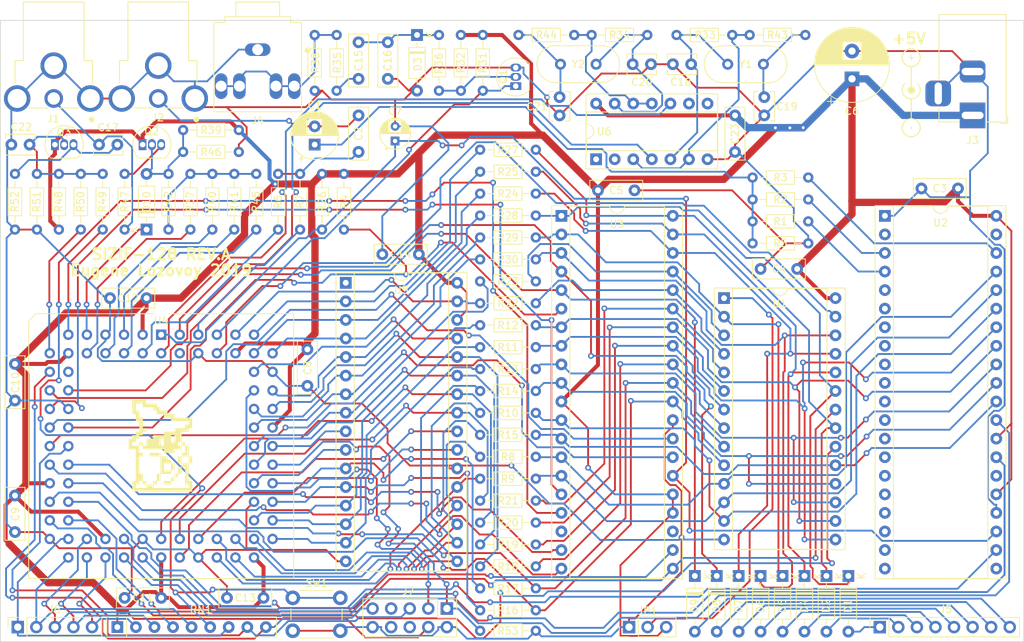
<source format=kicad_pcb>
(kicad_pcb (version 20171130) (host pcbnew "(5.1.12)-1")
  (layers (0 F.Cu signal) (31 B.Cu signal) (34 B.Paste user hide) (35 F.Paste user hide) (36 B.SilkS user hide) (37 F.SilkS user hide) (38 B.Mask user hide) (39 F.Mask user hide) (44 Edge.Cuts user))
  (net 0 "")
  (net 1 "Net-(C1-Pad1)")
  (net 2 +5V)
  (net 3 GND)
  (net 4 nRST)
  (net 5 "Net-(C18-Pad2)")
  (net 6 "Net-(C19-Pad2)")
  (net 7 "Net-(C20-Pad2)")
  (net 8 TAPE_IN)
  (net 9 "Net-(D2-Pad2)")
  (net 10 A11)
  (net 11 A10)
  (net 12 A9)
  (net 13 A12)
  (net 14 "Net-(D6-Pad2)")
  (net 15 A13)
  (net 16 "Net-(D7-Pad2)")
  (net 17 A8)
  (net 18 "Net-(D8-Pad2)")
  (net 19 A14)
  (net 20 "Net-(D9-Pad2)")
  (net 21 A15)
  (net 22 "Net-(D10-Pad2)")
  (net 23 Csync)
  (net 24 TDI)
  (net 25 TMS)
  (net 26 TDO)
  (net 27 TCK)
  (net 28 KD4)
  (net 29 KD3)
  (net 30 KD2)
  (net 31 KD1)
  (net 32 KD0)
  (net 33 "Net-(JP1-Pad2)")
  (net 34 "Net-(R2-Pad1)")
  (net 35 "Net-(R3-Pad1)")
  (net 36 BEEPER)
  (net 37 VD0)
  (net 38 D0)
  (net 39 VD1)
  (net 40 D1)
  (net 41 VD2)
  (net 42 D2)
  (net 43 VD3)
  (net 44 D3)
  (net 45 VD4)
  (net 46 D4)
  (net 47 VD5)
  (net 48 D5)
  (net 49 VD6)
  (net 50 D6)
  (net 51 VD7)
  (net 52 D7)
  (net 53 VA0)
  (net 54 A0)
  (net 55 VA1)
  (net 56 A1)
  (net 57 VA2)
  (net 58 A2)
  (net 59 VA3)
  (net 60 A3)
  (net 61 VA4)
  (net 62 A4)
  (net 63 VA5)
  (net 64 A5)
  (net 65 VA6)
  (net 66 A6)
  (net 67 VA7)
  (net 68 A7)
  (net 69 VA8)
  (net 70 VA9)
  (net 71 VA10)
  (net 72 VA11)
  (net 73 VA12)
  (net 74 VA13)
  (net 75 Blue)
  (net 76 Red)
  (net 77 Green)
  (net 78 Bright)
  (net 79 TAPE_IN0)
  (net 80 CHROMA1)
  (net 81 CHROMA0)
  (net 82 nINT)
  (net 83 nNMI)
  (net 84 RA14)
  (net 85 nRD)
  (net 86 nROMCS)
  (net 87 AY_BC1)
  (net 88 AY_BDIR)
  (net 89 AY_CLK)
  (net 90 nIORQ)
  (net 91 nMREQ)
  (net 92 nRFSH)
  (net 93 nM1)
  (net 94 CLKCPU)
  (net 95 nWR)
  (net 96 nVWR)
  (net 97 VA15)
  (net 98 nVRD)
  (net 99 VA16)
  (net 100 VA14)
  (net 101 CLK14)
  (net 102 CLK16)
  (net 103 "Net-(C2-Pad1)")
  (net 104 "Net-(C21-Pad2)")
  (net 105 "Net-(Q1-Pad2)")
  (net 106 "Net-(Q2-Pad3)")
  (net 107 TAPE_OUT)
  (net 108 "Net-(C15-Pad2)")
  (net 109 "Net-(C15-Pad1)")
  (net 110 "Net-(C17-Pad2)")
  (net 111 "Net-(C22-Pad1)")
  (net 112 "Net-(D1-Pad2)")
  (net 113 "Net-(D5-Pad2)")
  (net 114 SOUND)
  (net 115 VIDEO)
  (net 116 "Net-(D4-Pad2)")
  (net 117 "Net-(R1-Pad1)")
  (net 118 "Net-(R33-Pad2)")
  (net 119 "Net-(R34-Pad2)")
  (net 120 "Net-(R37-Pad2)")
  (module my:dc_center_positive_big (layer F.Cu) (at 200.6 67.9 90)
    (fp_text reference LOGO2 hide)
    (fp_text value logo hide)
  )
  (module my:black-mage2 (layer F.Cu) (at 97.9 116.2)
    (fp_text reference LOGO1 hide)
    (fp_text value logo hide)
  )
  (module Package_DIP:DIP-28_W15.24mm_Socket (layer F.Cu) (at 175 96)
    (fp_text reference U1 (at 7.62 0.75) (layer F.SilkS))
    (fp_text value 27C512)
    (pad 1 thru_hole rect (at 0 0) (size 1.6 1.6) (drill 0.8) (layers *.Cu *.Mask) (net 33 "Net-(JP1-Pad2)"))
    (pad 15 thru_hole oval (at 15.24 33.02) (size 1.6 1.6) (drill 0.8) (layers *.Cu *.Mask) (net 44 D3))
    (pad 2 thru_hole oval (at 0 2.54) (size 1.6 1.6) (drill 0.8) (layers *.Cu *.Mask) (net 13 A12))
    (pad 16 thru_hole oval (at 15.24 30.48) (size 1.6 1.6) (drill 0.8) (layers *.Cu *.Mask) (net 46 D4))
    (pad 3 thru_hole oval (at 0 5.08) (size 1.6 1.6) (drill 0.8) (layers *.Cu *.Mask) (net 68 A7))
    (pad 17 thru_hole oval (at 15.24 27.94) (size 1.6 1.6) (drill 0.8) (layers *.Cu *.Mask) (net 48 D5))
    (pad 4 thru_hole oval (at 0 7.62) (size 1.6 1.6) (drill 0.8) (layers *.Cu *.Mask) (net 66 A6))
    (pad 18 thru_hole oval (at 15.24 25.4) (size 1.6 1.6) (drill 0.8) (layers *.Cu *.Mask) (net 50 D6))
    (pad 5 thru_hole oval (at 0 10.16) (size 1.6 1.6) (drill 0.8) (layers *.Cu *.Mask) (net 64 A5))
    (pad 19 thru_hole oval (at 15.24 22.86) (size 1.6 1.6) (drill 0.8) (layers *.Cu *.Mask) (net 52 D7))
    (pad 6 thru_hole oval (at 0 12.7) (size 1.6 1.6) (drill 0.8) (layers *.Cu *.Mask) (net 62 A4))
    (pad 20 thru_hole oval (at 15.24 20.32) (size 1.6 1.6) (drill 0.8) (layers *.Cu *.Mask) (net 86 nROMCS))
    (pad 7 thru_hole oval (at 0 15.24) (size 1.6 1.6) (drill 0.8) (layers *.Cu *.Mask) (net 60 A3))
    (pad 21 thru_hole oval (at 15.24 17.78) (size 1.6 1.6) (drill 0.8) (layers *.Cu *.Mask) (net 11 A10))
    (pad 8 thru_hole oval (at 0 17.78) (size 1.6 1.6) (drill 0.8) (layers *.Cu *.Mask) (net 58 A2))
    (pad 22 thru_hole oval (at 15.24 15.24) (size 1.6 1.6) (drill 0.8) (layers *.Cu *.Mask) (net 85 nRD))
    (pad 9 thru_hole oval (at 0 20.32) (size 1.6 1.6) (drill 0.8) (layers *.Cu *.Mask) (net 56 A1))
    (pad 23 thru_hole oval (at 15.24 12.7) (size 1.6 1.6) (drill 0.8) (layers *.Cu *.Mask) (net 10 A11))
    (pad 10 thru_hole oval (at 0 22.86) (size 1.6 1.6) (drill 0.8) (layers *.Cu *.Mask) (net 54 A0))
    (pad 24 thru_hole oval (at 15.24 10.16) (size 1.6 1.6) (drill 0.8) (layers *.Cu *.Mask) (net 12 A9))
    (pad 11 thru_hole oval (at 0 25.4) (size 1.6 1.6) (drill 0.8) (layers *.Cu *.Mask) (net 38 D0))
    (pad 25 thru_hole oval (at 15.24 7.62) (size 1.6 1.6) (drill 0.8) (layers *.Cu *.Mask) (net 17 A8))
    (pad 12 thru_hole oval (at 0 27.94) (size 1.6 1.6) (drill 0.8) (layers *.Cu *.Mask) (net 40 D1))
    (pad 26 thru_hole oval (at 15.24 5.08) (size 1.6 1.6) (drill 0.8) (layers *.Cu *.Mask) (net 15 A13))
    (pad 13 thru_hole oval (at 0 30.48) (size 1.6 1.6) (drill 0.8) (layers *.Cu *.Mask) (net 42 D2))
    (pad 27 thru_hole oval (at 15.24 2.54) (size 1.6 1.6) (drill 0.8) (layers *.Cu *.Mask) (net 84 RA14))
    (pad 14 thru_hole oval (at 0 33.02) (size 1.6 1.6) (drill 0.8) (layers *.Cu *.Mask) (net 3 GND))
    (pad 28 thru_hole oval (at 15.24 0) (size 1.6 1.6) (drill 0.8) (layers *.Cu *.Mask) (net 2 +5V))
  )
  (module Resistor_THT:R_Axial_DIN0204_L3.6mm_D1.6mm_P7.62mm_Horizontal (layer F.Cu) (at 139 60 270)
    (fp_text reference R32 (at 3.8 0 90) (layer F.SilkS))
    (fp_text value 500k)
    (pad 2 thru_hole oval (at 7.62 0 270) (size 1.4 1.4) (drill 0.7) (layers *.Cu *.Mask) (net 105 "Net-(Q1-Pad2)"))
    (pad 1 thru_hole circle (at 0 0 270) (size 1.4 1.4) (drill 0.7) (layers *.Cu *.Mask) (net 2 +5V))
  )
  (module Resistor_THT:R_Axial_DIN0204_L3.6mm_D1.6mm_P7.62mm_Horizontal (layer F.Cu) (at 178.9 88.5)
    (fp_text reference R5 (at 3.8 0) (layer F.SilkS))
    (fp_text value 1k)
    (pad 2 thru_hole oval (at 7.62 0) (size 1.4 1.4) (drill 0.7) (layers *.Cu *.Mask) (net 3 GND))
    (pad 1 thru_hole circle (at 0 0) (size 1.4 1.4) (drill 0.7) (layers *.Cu *.Mask) (net 1 "Net-(C1-Pad1)"))
  )
  (module Resistor_THT:R_Axial_DIN0204_L3.6mm_D1.6mm_P7.62mm_Horizontal (layer F.Cu) (at 123 86.62 90)
    (fp_text reference R4 (at 3.82 0.1 90) (layer F.SilkS))
    (fp_text value 2.2k)
    (pad 2 thru_hole oval (at 7.62 0 90) (size 1.4 1.4) (drill 0.7) (layers *.Cu *.Mask) (net 2 +5V))
    (pad 1 thru_hole circle (at 0 0 90) (size 1.4 1.4) (drill 0.7) (layers *.Cu *.Mask) (net 94 CLKCPU))
  )
  (module Package_LCC:PLCC-84_THT-Socket (layer F.Cu) (at 98 101)
    (fp_text reference U4 (at 0 -1.9) (layer F.SilkS))
    (fp_text value EPM7128SLC84-15N)
    (pad 2 thru_hole circle (at 0 2.54) (size 1.4224 1.4224) (drill 0.8) (layers *.Cu *.Mask) (net 102 CLK16))
    (pad 4 thru_hole circle (at -2.54 2.54) (size 1.4224 1.4224) (drill 0.8) (layers *.Cu *.Mask) (net 36 BEEPER))
    (pad 6 thru_hole circle (at -5.08 2.54) (size 1.4224 1.4224) (drill 0.8) (layers *.Cu *.Mask) (net 78 Bright))
    (pad 8 thru_hole circle (at -7.62 2.54) (size 1.4224 1.4224) (drill 0.8) (layers *.Cu *.Mask) (net 76 Red))
    (pad 10 thru_hole circle (at -10.16 2.54) (size 1.4224 1.4224) (drill 0.8) (layers *.Cu *.Mask) (net 75 Blue))
    (pad 84 thru_hole circle (at 2.54 2.54) (size 1.4224 1.4224) (drill 0.8) (layers *.Cu *.Mask))
    (pad 82 thru_hole circle (at 5.08 2.54) (size 1.4224 1.4224) (drill 0.8) (layers *.Cu *.Mask) (net 3 GND))
    (pad 80 thru_hole circle (at 7.62 2.54) (size 1.4224 1.4224) (drill 0.8) (layers *.Cu *.Mask) (net 84 RA14))
    (pad 78 thru_hole circle (at 10.16 2.54) (size 1.4224 1.4224) (drill 0.8) (layers *.Cu *.Mask) (net 2 +5V))
    (pad 76 thru_hole circle (at 12.7 2.54) (size 1.4224 1.4224) (drill 0.8) (layers *.Cu *.Mask) (net 70 VA9))
    (pad 74 thru_hole circle (at 15.24 2.54) (size 1.4224 1.4224) (drill 0.8) (layers *.Cu *.Mask) (net 69 VA8))
    (pad 1 thru_hole rect (at 0 0) (size 1.4224 1.4224) (drill 0.8) (layers *.Cu *.Mask) (net 4 nRST))
    (pad 3 thru_hole circle (at -2.54 0) (size 1.4224 1.4224) (drill 0.8) (layers *.Cu *.Mask) (net 2 +5V))
    (pad 5 thru_hole circle (at -5.08 0) (size 1.4224 1.4224) (drill 0.8) (layers *.Cu *.Mask) (net 77 Green))
    (pad 7 thru_hole circle (at -7.62 0) (size 1.4224 1.4224) (drill 0.8) (layers *.Cu *.Mask) (net 3 GND))
    (pad 9 thru_hole circle (at -10.16 0) (size 1.4224 1.4224) (drill 0.8) (layers *.Cu *.Mask) (net 23 Csync))
    (pad 11 thru_hole circle (at -12.7 0) (size 1.4224 1.4224) (drill 0.8) (layers *.Cu *.Mask) (net 80 CHROMA1))
    (pad 83 thru_hole circle (at 2.54 0) (size 1.4224 1.4224) (drill 0.8) (layers *.Cu *.Mask) (net 101 CLK14))
    (pad 81 thru_hole circle (at 5.08 0) (size 1.4224 1.4224) (drill 0.8) (layers *.Cu *.Mask) (net 107 TAPE_OUT))
    (pad 79 thru_hole circle (at 7.62 0) (size 1.4224 1.4224) (drill 0.8) (layers *.Cu *.Mask) (net 79 TAPE_IN0))
    (pad 77 thru_hole circle (at 10.16 0) (size 1.4224 1.4224) (drill 0.8) (layers *.Cu *.Mask) (net 65 VA6))
    (pad 75 thru_hole circle (at 12.7 0) (size 1.4224 1.4224) (drill 0.8) (layers *.Cu *.Mask) (net 71 VA10))
    (pad 13 thru_hole circle (at -12.7 2.54) (size 1.4224 1.4224) (drill 0.8) (layers *.Cu *.Mask) (net 2 +5V))
    (pad 15 thru_hole circle (at -12.7 5.08) (size 1.4224 1.4224) (drill 0.8) (layers *.Cu *.Mask))
    (pad 17 thru_hole circle (at -12.7 7.62) (size 1.4224 1.4224) (drill 0.8) (layers *.Cu *.Mask) (net 19 A14))
    (pad 19 thru_hole circle (at -12.7 10.16) (size 1.4224 1.4224) (drill 0.8) (layers *.Cu *.Mask) (net 3 GND))
    (pad 21 thru_hole circle (at -12.7 12.7) (size 1.4224 1.4224) (drill 0.8) (layers *.Cu *.Mask) (net 94 CLKCPU))
    (pad 23 thru_hole circle (at -12.7 15.24) (size 1.4224 1.4224) (drill 0.8) (layers *.Cu *.Mask) (net 25 TMS))
    (pad 25 thru_hole circle (at -12.7 17.78) (size 1.4224 1.4224) (drill 0.8) (layers *.Cu *.Mask) (net 91 nMREQ))
    (pad 27 thru_hole circle (at -12.7 20.32) (size 1.4224 1.4224) (drill 0.8) (layers *.Cu *.Mask) (net 56 A1))
    (pad 29 thru_hole circle (at -12.7 22.86) (size 1.4224 1.4224) (drill 0.8) (layers *.Cu *.Mask) (net 95 nWR))
    (pad 31 thru_hole circle (at -12.7 25.4) (size 1.4224 1.4224) (drill 0.8) (layers *.Cu *.Mask) (net 85 nRD))
    (pad 12 thru_hole circle (at -15.24 2.54) (size 1.4224 1.4224) (drill 0.8) (layers *.Cu *.Mask) (net 81 CHROMA0))
    (pad 14 thru_hole circle (at -15.24 5.08) (size 1.4224 1.4224) (drill 0.8) (layers *.Cu *.Mask) (net 24 TDI))
    (pad 16 thru_hole circle (at -15.24 7.62) (size 1.4224 1.4224) (drill 0.8) (layers *.Cu *.Mask) (net 21 A15))
    (pad 18 thru_hole circle (at -15.24 10.16) (size 1.4224 1.4224) (drill 0.8) (layers *.Cu *.Mask) (net 82 nINT))
    (pad 20 thru_hole circle (at -15.24 12.7) (size 1.4224 1.4224) (drill 0.8) (layers *.Cu *.Mask) (net 92 nRFSH))
    (pad 22 thru_hole circle (at -15.24 15.24) (size 1.4224 1.4224) (drill 0.8) (layers *.Cu *.Mask) (net 93 nM1))
    (pad 24 thru_hole circle (at -15.24 17.78) (size 1.4224 1.4224) (drill 0.8) (layers *.Cu *.Mask) (net 90 nIORQ))
    (pad 26 thru_hole circle (at -15.24 20.32) (size 1.4224 1.4224) (drill 0.8) (layers *.Cu *.Mask) (net 2 +5V))
    (pad 28 thru_hole circle (at -15.24 22.86) (size 1.4224 1.4224) (drill 0.8) (layers *.Cu *.Mask) (net 54 A0))
    (pad 30 thru_hole circle (at -15.24 25.4) (size 1.4224 1.4224) (drill 0.8) (layers *.Cu *.Mask) (net 86 nROMCS))
    (pad 32 thru_hole circle (at -15.24 27.94) (size 1.4224 1.4224) (drill 0.8) (layers *.Cu *.Mask) (net 3 GND))
    (pad 34 thru_hole circle (at -12.7 27.94) (size 1.4224 1.4224) (drill 0.8) (layers *.Cu *.Mask) (net 32 KD0))
    (pad 36 thru_hole circle (at -10.16 27.94) (size 1.4224 1.4224) (drill 0.8) (layers *.Cu *.Mask) (net 30 KD2))
    (pad 38 thru_hole circle (at -7.62 27.94) (size 1.4224 1.4224) (drill 0.8) (layers *.Cu *.Mask) (net 2 +5V))
    (pad 40 thru_hole circle (at -5.08 27.94) (size 1.4224 1.4224) (drill 0.8) (layers *.Cu *.Mask) (net 88 AY_BDIR))
    (pad 42 thru_hole circle (at -2.54 27.94) (size 1.4224 1.4224) (drill 0.8) (layers *.Cu *.Mask) (net 3 GND))
    (pad 44 thru_hole circle (at 0 27.94) (size 1.4224 1.4224) (drill 0.8) (layers *.Cu *.Mask) (net 61 VA4))
    (pad 46 thru_hole circle (at 2.54 27.94) (size 1.4224 1.4224) (drill 0.8) (layers *.Cu *.Mask) (net 63 VA5))
    (pad 48 thru_hole circle (at 5.08 27.94) (size 1.4224 1.4224) (drill 0.8) (layers *.Cu *.Mask) (net 99 VA16))
    (pad 50 thru_hole circle (at 7.62 27.94) (size 1.4224 1.4224) (drill 0.8) (layers *.Cu *.Mask) (net 37 VD0))
    (pad 52 thru_hole circle (at 10.16 27.94) (size 1.4224 1.4224) (drill 0.8) (layers *.Cu *.Mask) (net 41 VD2))
    (pad 33 thru_hole circle (at -12.7 30.48) (size 1.4224 1.4224) (drill 0.8) (layers *.Cu *.Mask) (net 31 KD1))
    (pad 35 thru_hole circle (at -10.16 30.48) (size 1.4224 1.4224) (drill 0.8) (layers *.Cu *.Mask) (net 29 KD3))
    (pad 37 thru_hole circle (at -7.62 30.48) (size 1.4224 1.4224) (drill 0.8) (layers *.Cu *.Mask) (net 28 KD4))
    (pad 39 thru_hole circle (at -5.08 30.48) (size 1.4224 1.4224) (drill 0.8) (layers *.Cu *.Mask) (net 87 AY_BC1))
    (pad 41 thru_hole circle (at -2.54 30.48) (size 1.4224 1.4224) (drill 0.8) (layers *.Cu *.Mask) (net 89 AY_CLK))
    (pad 43 thru_hole circle (at 0 30.48) (size 1.4224 1.4224) (drill 0.8) (layers *.Cu *.Mask) (net 2 +5V))
    (pad 45 thru_hole circle (at 2.54 30.48) (size 1.4224 1.4224) (drill 0.8) (layers *.Cu *.Mask) (net 98 nVRD))
    (pad 47 thru_hole circle (at 5.08 30.48) (size 1.4224 1.4224) (drill 0.8) (layers *.Cu *.Mask) (net 3 GND))
    (pad 49 thru_hole circle (at 7.62 30.48) (size 1.4224 1.4224) (drill 0.8) (layers *.Cu *.Mask) (net 39 VD1))
    (pad 51 thru_hole circle (at 10.16 30.48) (size 1.4224 1.4224) (drill 0.8) (layers *.Cu *.Mask) (net 51 VD7))
    (pad 53 thru_hole circle (at 12.7 30.48) (size 1.4224 1.4224) (drill 0.8) (layers *.Cu *.Mask) (net 2 +5V))
    (pad 55 thru_hole circle (at 12.7 27.94) (size 1.4224 1.4224) (drill 0.8) (layers *.Cu *.Mask) (net 49 VD6))
    (pad 57 thru_hole circle (at 12.7 25.4) (size 1.4224 1.4224) (drill 0.8) (layers *.Cu *.Mask) (net 45 VD4))
    (pad 59 thru_hole circle (at 12.7 22.86) (size 1.4224 1.4224) (drill 0.8) (layers *.Cu *.Mask) (net 3 GND))
    (pad 61 thru_hole circle (at 12.7 20.32) (size 1.4224 1.4224) (drill 0.8) (layers *.Cu *.Mask) (net 100 VA14))
    (pad 63 thru_hole circle (at 12.7 17.78) (size 1.4224 1.4224) (drill 0.8) (layers *.Cu *.Mask) (net 59 VA3))
    (pad 65 thru_hole circle (at 12.7 15.24) (size 1.4224 1.4224) (drill 0.8) (layers *.Cu *.Mask) (net 67 VA7))
    (pad 67 thru_hole circle (at 12.7 12.7) (size 1.4224 1.4224) (drill 0.8) (layers *.Cu *.Mask) (net 74 VA13))
    (pad 69 thru_hole circle (at 12.7 10.16) (size 1.4224 1.4224) (drill 0.8) (layers *.Cu *.Mask) (net 73 VA12))
    (pad 71 thru_hole circle (at 12.7 7.62) (size 1.4224 1.4224) (drill 0.8) (layers *.Cu *.Mask) (net 26 TDO))
    (pad 73 thru_hole circle (at 12.7 5.08) (size 1.4224 1.4224) (drill 0.8) (layers *.Cu *.Mask) (net 96 nVWR))
    (pad 54 thru_hole circle (at 15.24 27.94) (size 1.4224 1.4224) (drill 0.8) (layers *.Cu *.Mask) (net 47 VD5))
    (pad 56 thru_hole circle (at 15.24 25.4) (size 1.4224 1.4224) (drill 0.8) (layers *.Cu *.Mask) (net 43 VD3))
    (pad 58 thru_hole circle (at 15.24 22.86) (size 1.4224 1.4224) (drill 0.8) (layers *.Cu *.Mask) (net 53 VA0))
    (pad 60 thru_hole circle (at 15.24 20.32) (size 1.4224 1.4224) (drill 0.8) (layers *.Cu *.Mask) (net 55 VA1))
    (pad 62 thru_hole circle (at 15.24 17.78) (size 1.4224 1.4224) (drill 0.8) (layers *.Cu *.Mask) (net 27 TCK))
    (pad 64 thru_hole circle (at 15.24 15.24) (size 1.4224 1.4224) (drill 0.8) (layers *.Cu *.Mask) (net 97 VA15))
    (pad 66 thru_hole circle (at 15.24 12.7) (size 1.4224 1.4224) (drill 0.8) (layers *.Cu *.Mask) (net 2 +5V))
    (pad 68 thru_hole circle (at 15.24 10.16) (size 1.4224 1.4224) (drill 0.8) (layers *.Cu *.Mask) (net 57 VA2))
    (pad 70 thru_hole circle (at 15.24 7.62) (size 1.4224 1.4224) (drill 0.8) (layers *.Cu *.Mask) (net 72 VA11))
    (pad 72 thru_hole circle (at 15.24 5.08) (size 1.4224 1.4224) (drill 0.8) (layers *.Cu *.Mask) (net 3 GND))
  )
  (module my:CUI_RCJ-013 (layer F.Cu) (at 97.6 64.2)
    (fp_text reference J2 (at -0.0635 7.1) (layer F.SilkS))
    (fp_text value RCJ-013 hide)
    (pad 2 thru_hole circle (at 0 -0.0105 270) (size 3.616 3.616) (drill 2.6) (layers *.Cu *.Mask) (net 3 GND))
    (pad 2 thru_hole circle (at -5 4.4895 270) (size 3.616 3.616) (drill 2.6) (layers *.Cu *.Mask) (net 3 GND))
    (pad 2 thru_hole circle (at 5 4.4895 270) (size 3.616 3.616) (drill 2.6) (layers *.Cu *.Mask) (net 3 GND))
    (pad 1 thru_hole circle (at 0 4.4895 270) (size 2.55 2.55) (drill 1.7) (layers *.Cu *.Mask) (net 114 SOUND))
  )
  (module Capacitor_THT:CP_Radial_D4.0mm_P2.00mm (layer F.Cu) (at 130 74.5 90)
    (fp_text reference C7 (at 4.1 0 180) (layer F.SilkS))
    (fp_text value 10u)
    (pad 2 thru_hole circle (at 2 0 90) (size 1.2 1.2) (drill 0.6) (layers *.Cu *.Mask) (net 3 GND))
    (pad 1 thru_hole rect (at 0 0 90) (size 1.2 1.2) (drill 0.6) (layers *.Cu *.Mask) (net 4 nRST))
  )
  (module my:SWITCHCRAFT_35RAPC4BHN2 (layer F.Cu) (at 111.2 63 180)
    (fp_text reference J4 (at 0 -8.7 180) (layer F.SilkS) (effects (font (size 1.00386 1.00386))))
    (fp_text value PJ307)
    (pad "" np_thru_hole circle (at 5 3.5 180) (size 1.2 1.2) (drill 1.2) (layers *.Cu *.Mask))
    (pad "" np_thru_hole circle (at 5 1 180) (size 1.2 1.2) (drill 1.2) (layers *.Cu *.Mask))
    (pad "" np_thru_hole circle (at -5 3.5 180) (size 1.2 1.2) (drill 1.2) (layers *.Cu *.Mask))
    (pad "" np_thru_hole circle (at -5 1 180) (size 1.2 1.2) (drill 1.2) (layers *.Cu *.Mask))
    (pad "" np_thru_hole circle (at 0 -4 180) (size 1.2 1.2) (drill 1.2) (layers *.Cu *.Mask))
    (pad S thru_hole oval (at 0 1 180) (size 3.5 1.7) (drill 1.5) (layers *.Cu *.Mask) (net 3 GND))
    (pad RN thru_hole oval (at 2.5 -4 270) (size 3.5 1.7) (drill 1.5) (layers *.Cu *.Mask) (net 8 TAPE_IN))
    (pad TN thru_hole oval (at -2.5 -4 270) (size 3.5 1.7) (drill 1.5) (layers *.Cu *.Mask) (net 8 TAPE_IN))
    (pad T thru_hole oval (at -5 -4 270) (size 3.5 1.7) (drill 1.5) (layers *.Cu *.Mask) (net 8 TAPE_IN))
    (pad R thru_hole oval (at 5 -4 270) (size 3.5 1.7) (drill 1.5) (layers *.Cu *.Mask) (net 8 TAPE_IN))
  )
  (module my:CUI_RCJ-013 (layer F.Cu) (at 83.3 64.2)
    (fp_text reference J1 (at -0.0635 7.25) (layer F.SilkS))
    (fp_text value RCJ-013 hide)
    (pad 2 thru_hole circle (at 0 -0.0105 270) (size 3.616 3.616) (drill 2.6) (layers *.Cu *.Mask) (net 3 GND))
    (pad 2 thru_hole circle (at -5 4.4895 270) (size 3.616 3.616) (drill 2.6) (layers *.Cu *.Mask) (net 3 GND))
    (pad 2 thru_hole circle (at 5 4.4895 270) (size 3.616 3.616) (drill 2.6) (layers *.Cu *.Mask) (net 3 GND))
    (pad 1 thru_hole circle (at 0 4.4895 270) (size 2.55 2.55) (drill 1.7) (layers *.Cu *.Mask) (net 115 VIDEO))
  )
  (module MountingHole:MountingHole_3mm (layer F.Cu) (at 155 139)
    (fp_text reference H3 hide)
    (fp_text value MountingHole hide)
    (pad 1 np_thru_hole circle (at 0 0) (size 3 3) (drill 3) (layers *.Cu *.Mask))
  )
  (module MountingHole:MountingHole_3mm (layer F.Cu) (at 79.8 92.4)
    (fp_text reference H2 hide)
    (fp_text value MountingHole hide)
    (pad 1 np_thru_hole circle (at 0 0) (size 3 3) (drill 3) (layers *.Cu *.Mask))
  )
  (module MountingHole:MountingHole_3mm (layer F.Cu) (at 212 78)
    (fp_text reference H1 hide)
    (fp_text value MountingHole hide)
    (pad 1 np_thru_hole circle (at 0 0) (size 3 3) (drill 3) (layers *.Cu *.Mask))
  )
  (module Resistor_THT:R_Axial_DIN0204_L3.6mm_D1.6mm_P7.62mm_Horizontal (layer F.Cu) (at 119 60 270)
    (fp_text reference R38 (at 3.81 -0.1 90) (layer F.SilkS))
    (fp_text value 10k)
    (pad 2 thru_hole oval (at 7.62 0 270) (size 1.4 1.4) (drill 0.7) (layers *.Cu *.Mask) (net 3 GND))
    (pad 1 thru_hole circle (at 0 0 270) (size 1.4 1.4) (drill 0.7) (layers *.Cu *.Mask) (net 8 TAPE_IN))
  )
  (module Resistor_THT:R_Axial_DIN0204_L3.6mm_D1.6mm_P7.62mm_Horizontal (layer F.Cu) (at 136 60 270)
    (fp_text reference R36 (at 3.9 0 90) (layer F.SilkS))
    (fp_text value 10k)
    (pad 2 thru_hole oval (at 7.62 0 270) (size 1.4 1.4) (drill 0.7) (layers *.Cu *.Mask) (net 105 "Net-(Q1-Pad2)"))
    (pad 1 thru_hole circle (at 0 0 270) (size 1.4 1.4) (drill 0.7) (layers *.Cu *.Mask) (net 108 "Net-(C15-Pad2)"))
  )
  (module Resistor_THT:R_Axial_DIN0204_L3.6mm_D1.6mm_P7.62mm_Horizontal (layer F.Cu) (at 122 60 270)
    (fp_text reference R35 (at 3.81 -0.1 90) (layer F.SilkS))
    (fp_text value 470)
    (pad 2 thru_hole oval (at 7.62 0 270) (size 1.4 1.4) (drill 0.7) (layers *.Cu *.Mask) (net 109 "Net-(C15-Pad1)"))
    (pad 1 thru_hole circle (at 0 0 270) (size 1.4 1.4) (drill 0.7) (layers *.Cu *.Mask) (net 8 TAPE_IN))
  )
  (module Resistor_THT:R_Axial_DIN0204_L3.6mm_D1.6mm_P7.62mm_Horizontal (layer F.Cu) (at 142 60 270)
    (fp_text reference R31 (at 3.81 0 90) (layer F.SilkS))
    (fp_text value 10k)
    (pad 2 thru_hole oval (at 7.62 0 270) (size 1.4 1.4) (drill 0.7) (layers *.Cu *.Mask) (net 79 TAPE_IN0))
    (pad 1 thru_hole circle (at 0 0 270) (size 1.4 1.4) (drill 0.7) (layers *.Cu *.Mask) (net 2 +5V))
  )
  (module Package_TO_SOT_THT:TO-92_Inline (layer F.Cu) (at 146.5 67 90)
    (fp_text reference Q1 (at 1.3 -1.7 270) (layer F.SilkS))
    (fp_text value BC547B)
    (pad 1 thru_hole rect (at 0 0 90) (size 1.05 1.5) (drill 0.75) (layers *.Cu *.Mask) (net 79 TAPE_IN0))
    (pad 3 thru_hole oval (at 2.54 0 90) (size 1.05 1.5) (drill 0.75) (layers *.Cu *.Mask) (net 3 GND))
    (pad 2 thru_hole oval (at 1.27 0 90) (size 1.05 1.5) (drill 0.75) (layers *.Cu *.Mask) (net 105 "Net-(Q1-Pad2)"))
  )
  (module Diode_THT:D_DO-35_SOD27_P7.62mm_Horizontal (layer F.Cu) (at 133 60 270)
    (fp_text reference D3 (at 4 -0.1 90) (layer F.SilkS))
    (fp_text value 1N4148)
    (fp_text user K (at 0 -1.8 90) (layer F.SilkS))
    (pad 2 thru_hole oval (at 7.62 0 270) (size 1.6 1.6) (drill 0.8) (layers *.Cu *.Mask) (net 3 GND))
    (pad 1 thru_hole rect (at 0 0 270) (size 1.6 1.6) (drill 0.8) (layers *.Cu *.Mask) (net 108 "Net-(C15-Pad2)"))
  )
  (module Capacitor_THT:C_Disc_D7.0mm_W2.5mm_P5.00mm (layer F.Cu) (at 129 66 90)
    (fp_text reference C16 (at 2.5 0 90) (layer F.SilkS))
    (fp_text value 10n)
    (pad 2 thru_hole circle (at 5 0 90) (size 1.6 1.6) (drill 0.8) (layers *.Cu *.Mask) (net 108 "Net-(C15-Pad2)"))
    (pad 1 thru_hole circle (at 0 0 90) (size 1.6 1.6) (drill 0.8) (layers *.Cu *.Mask) (net 3 GND))
  )
  (module Capacitor_THT:C_Disc_D7.0mm_W2.5mm_P5.00mm (layer F.Cu) (at 125 66 90)
    (fp_text reference C15 (at 2.5 0 90) (layer F.SilkS))
    (fp_text value 100n)
    (pad 2 thru_hole circle (at 5 0 90) (size 1.6 1.6) (drill 0.8) (layers *.Cu *.Mask) (net 108 "Net-(C15-Pad2)"))
    (pad 1 thru_hole circle (at 0 0 90) (size 1.6 1.6) (drill 0.8) (layers *.Cu *.Mask) (net 109 "Net-(C15-Pad1)"))
  )
  (module Resistor_THT:R_Axial_DIN0204_L3.6mm_D1.6mm_P7.62mm_Horizontal (layer F.Cu) (at 186.52 79.5 180)
    (fp_text reference R3 (at 3.81 0) (layer F.SilkS))
    (fp_text value 1k)
    (pad 2 thru_hole oval (at 7.62 0 180) (size 1.4 1.4) (drill 0.7) (layers *.Cu *.Mask) (net 1 "Net-(C1-Pad1)"))
    (pad 1 thru_hole circle (at 0 0 180) (size 1.4 1.4) (drill 0.7) (layers *.Cu *.Mask) (net 35 "Net-(R3-Pad1)"))
  )
  (module Capacitor_THT:C_Disc_D7.0mm_W2.5mm_P5.00mm (layer F.Cu) (at 125 76 90)
    (fp_text reference C2 (at 2.5 0 90) (layer F.SilkS))
    (fp_text value 100n)
    (pad 2 thru_hole circle (at 5 0 90) (size 1.6 1.6) (drill 0.8) (layers *.Cu *.Mask) (net 114 SOUND))
    (pad 1 thru_hole circle (at 0 0 90) (size 1.6 1.6) (drill 0.8) (layers *.Cu *.Mask) (net 103 "Net-(C2-Pad1)"))
  )
  (module Package_DIP:DIP-32_W15.24mm_Socket (layer F.Cu) (at 123.25 93.9)
    (fp_text reference U5 (at 7.6 1) (layer F.SilkS))
    (fp_text value 628128)
    (pad 32 thru_hole oval (at 15.24 0) (size 1.6 1.6) (drill 0.8) (layers *.Cu *.Mask) (net 2 +5V))
    (pad 16 thru_hole oval (at 0 38.1) (size 1.6 1.6) (drill 0.8) (layers *.Cu *.Mask) (net 3 GND))
    (pad 31 thru_hole oval (at 15.24 2.54) (size 1.6 1.6) (drill 0.8) (layers *.Cu *.Mask) (net 65 VA6))
    (pad 15 thru_hole oval (at 0 35.56) (size 1.6 1.6) (drill 0.8) (layers *.Cu *.Mask) (net 47 VD5))
    (pad 30 thru_hole oval (at 15.24 5.08) (size 1.6 1.6) (drill 0.8) (layers *.Cu *.Mask) (net 2 +5V))
    (pad 14 thru_hole oval (at 0 33.02) (size 1.6 1.6) (drill 0.8) (layers *.Cu *.Mask) (net 43 VD3))
    (pad 29 thru_hole oval (at 15.24 7.62) (size 1.6 1.6) (drill 0.8) (layers *.Cu *.Mask) (net 96 nVWR))
    (pad 13 thru_hole oval (at 0 30.48) (size 1.6 1.6) (drill 0.8) (layers *.Cu *.Mask) (net 45 VD4))
    (pad 28 thru_hole oval (at 15.24 10.16) (size 1.6 1.6) (drill 0.8) (layers *.Cu *.Mask) (net 57 VA2))
    (pad 12 thru_hole oval (at 0 27.94) (size 1.6 1.6) (drill 0.8) (layers *.Cu *.Mask) (net 53 VA0))
    (pad 27 thru_hole oval (at 15.24 12.7) (size 1.6 1.6) (drill 0.8) (layers *.Cu *.Mask) (net 59 VA3))
    (pad 11 thru_hole oval (at 0 25.4) (size 1.6 1.6) (drill 0.8) (layers *.Cu *.Mask) (net 55 VA1))
    (pad 26 thru_hole oval (at 15.24 15.24) (size 1.6 1.6) (drill 0.8) (layers *.Cu *.Mask) (net 61 VA4))
    (pad 10 thru_hole oval (at 0 22.86) (size 1.6 1.6) (drill 0.8) (layers *.Cu *.Mask) (net 100 VA14))
    (pad 25 thru_hole oval (at 15.24 17.78) (size 1.6 1.6) (drill 0.8) (layers *.Cu *.Mask) (net 63 VA5))
    (pad 9 thru_hole oval (at 0 20.32) (size 1.6 1.6) (drill 0.8) (layers *.Cu *.Mask) (net 97 VA15))
    (pad 24 thru_hole oval (at 15.24 20.32) (size 1.6 1.6) (drill 0.8) (layers *.Cu *.Mask) (net 98 nVRD))
    (pad 8 thru_hole oval (at 0 17.78) (size 1.6 1.6) (drill 0.8) (layers *.Cu *.Mask) (net 67 VA7))
    (pad 23 thru_hole oval (at 15.24 22.86) (size 1.6 1.6) (drill 0.8) (layers *.Cu *.Mask) (net 99 VA16))
    (pad 7 thru_hole oval (at 0 15.24) (size 1.6 1.6) (drill 0.8) (layers *.Cu *.Mask) (net 74 VA13))
    (pad 22 thru_hole oval (at 15.24 25.4) (size 1.6 1.6) (drill 0.8) (layers *.Cu *.Mask) (net 3 GND))
    (pad 6 thru_hole oval (at 0 12.7) (size 1.6 1.6) (drill 0.8) (layers *.Cu *.Mask) (net 73 VA12))
    (pad 21 thru_hole oval (at 15.24 27.94) (size 1.6 1.6) (drill 0.8) (layers *.Cu *.Mask) (net 39 VD1))
    (pad 5 thru_hole oval (at 0 10.16) (size 1.6 1.6) (drill 0.8) (layers *.Cu *.Mask) (net 72 VA11))
    (pad 20 thru_hole oval (at 15.24 30.48) (size 1.6 1.6) (drill 0.8) (layers *.Cu *.Mask) (net 37 VD0))
    (pad 4 thru_hole oval (at 0 7.62) (size 1.6 1.6) (drill 0.8) (layers *.Cu *.Mask) (net 69 VA8))
    (pad 19 thru_hole oval (at 15.24 33.02) (size 1.6 1.6) (drill 0.8) (layers *.Cu *.Mask) (net 51 VD7))
    (pad 3 thru_hole oval (at 0 5.08) (size 1.6 1.6) (drill 0.8) (layers *.Cu *.Mask) (net 70 VA9))
    (pad 18 thru_hole oval (at 15.24 35.56) (size 1.6 1.6) (drill 0.8) (layers *.Cu *.Mask) (net 41 VD2))
    (pad 2 thru_hole oval (at 0 2.54) (size 1.6 1.6) (drill 0.8) (layers *.Cu *.Mask) (net 71 VA10))
    (pad 17 thru_hole oval (at 15.24 38.1) (size 1.6 1.6) (drill 0.8) (layers *.Cu *.Mask) (net 49 VD6))
    (pad 1 thru_hole rect (at 0 0) (size 1.6 1.6) (drill 0.8) (layers *.Cu *.Mask))
  )
  (module Connector_BarrelJack:BarrelJack_Horizontal (layer F.Cu) (at 209 71 270)
    (fp_text reference J3 (at 3.4 0 180) (layer F.SilkS))
    (fp_text value DC-005)
    (pad 3 thru_hole roundrect (at -3 4.7 270) (size 3.5 3.5) (drill oval 3 1) (layers *.Cu *.Mask) (net 3 GND))
    (pad 2 thru_hole roundrect (at -6 0 270) (size 3 3.5) (drill oval 1 3) (layers *.Cu *.Mask) (net 3 GND))
    (pad 1 thru_hole rect (at 0 0 270) (size 3.5 3.5) (drill oval 1 3) (layers *.Cu *.Mask) (net 2 +5V))
  )
  (module Package_DIP:DIP-40_W15.24mm_Socket (layer F.Cu) (at 152.75 84.74)
    (fp_text reference U3 (at 7.6 1.16) (layer F.SilkS))
    (fp_text value "Z84C0008PEC ")
    (pad 40 thru_hole oval (at 15.24 0) (size 1.6 1.6) (drill 0.8) (layers *.Cu *.Mask) (net 11 A10))
    (pad 20 thru_hole oval (at 0 48.26) (size 1.6 1.6) (drill 0.8) (layers *.Cu *.Mask) (net 90 nIORQ))
    (pad 39 thru_hole oval (at 15.24 2.54) (size 1.6 1.6) (drill 0.8) (layers *.Cu *.Mask) (net 12 A9))
    (pad 19 thru_hole oval (at 0 45.72) (size 1.6 1.6) (drill 0.8) (layers *.Cu *.Mask) (net 91 nMREQ))
    (pad 38 thru_hole oval (at 15.24 5.08) (size 1.6 1.6) (drill 0.8) (layers *.Cu *.Mask) (net 17 A8))
    (pad 18 thru_hole oval (at 0 43.18) (size 1.6 1.6) (drill 0.8) (layers *.Cu *.Mask))
    (pad 37 thru_hole oval (at 15.24 7.62) (size 1.6 1.6) (drill 0.8) (layers *.Cu *.Mask) (net 68 A7))
    (pad 17 thru_hole oval (at 0 40.64) (size 1.6 1.6) (drill 0.8) (layers *.Cu *.Mask) (net 83 nNMI))
    (pad 36 thru_hole oval (at 15.24 10.16) (size 1.6 1.6) (drill 0.8) (layers *.Cu *.Mask) (net 66 A6))
    (pad 16 thru_hole oval (at 0 38.1) (size 1.6 1.6) (drill 0.8) (layers *.Cu *.Mask) (net 82 nINT))
    (pad 35 thru_hole oval (at 15.24 12.7) (size 1.6 1.6) (drill 0.8) (layers *.Cu *.Mask) (net 64 A5))
    (pad 15 thru_hole oval (at 0 35.56) (size 1.6 1.6) (drill 0.8) (layers *.Cu *.Mask) (net 40 D1))
    (pad 34 thru_hole oval (at 15.24 15.24) (size 1.6 1.6) (drill 0.8) (layers *.Cu *.Mask) (net 62 A4))
    (pad 14 thru_hole oval (at 0 33.02) (size 1.6 1.6) (drill 0.8) (layers *.Cu *.Mask) (net 38 D0))
    (pad 33 thru_hole oval (at 15.24 17.78) (size 1.6 1.6) (drill 0.8) (layers *.Cu *.Mask) (net 60 A3))
    (pad 13 thru_hole oval (at 0 30.48) (size 1.6 1.6) (drill 0.8) (layers *.Cu *.Mask) (net 52 D7))
    (pad 32 thru_hole oval (at 15.24 20.32) (size 1.6 1.6) (drill 0.8) (layers *.Cu *.Mask) (net 58 A2))
    (pad 12 thru_hole oval (at 0 27.94) (size 1.6 1.6) (drill 0.8) (layers *.Cu *.Mask) (net 42 D2))
    (pad 31 thru_hole oval (at 15.24 22.86) (size 1.6 1.6) (drill 0.8) (layers *.Cu *.Mask) (net 56 A1))
    (pad 11 thru_hole oval (at 0 25.4) (size 1.6 1.6) (drill 0.8) (layers *.Cu *.Mask) (net 2 +5V))
    (pad 30 thru_hole oval (at 15.24 25.4) (size 1.6 1.6) (drill 0.8) (layers *.Cu *.Mask) (net 54 A0))
    (pad 10 thru_hole oval (at 0 22.86) (size 1.6 1.6) (drill 0.8) (layers *.Cu *.Mask) (net 50 D6))
    (pad 29 thru_hole oval (at 15.24 27.94) (size 1.6 1.6) (drill 0.8) (layers *.Cu *.Mask) (net 3 GND))
    (pad 9 thru_hole oval (at 0 20.32) (size 1.6 1.6) (drill 0.8) (layers *.Cu *.Mask) (net 48 D5))
    (pad 28 thru_hole oval (at 15.24 30.48) (size 1.6 1.6) (drill 0.8) (layers *.Cu *.Mask) (net 92 nRFSH))
    (pad 8 thru_hole oval (at 0 17.78) (size 1.6 1.6) (drill 0.8) (layers *.Cu *.Mask) (net 44 D3))
    (pad 27 thru_hole oval (at 15.24 33.02) (size 1.6 1.6) (drill 0.8) (layers *.Cu *.Mask) (net 93 nM1))
    (pad 7 thru_hole oval (at 0 15.24) (size 1.6 1.6) (drill 0.8) (layers *.Cu *.Mask) (net 46 D4))
    (pad 26 thru_hole oval (at 15.24 35.56) (size 1.6 1.6) (drill 0.8) (layers *.Cu *.Mask) (net 4 nRST))
    (pad 6 thru_hole oval (at 0 12.7) (size 1.6 1.6) (drill 0.8) (layers *.Cu *.Mask) (net 94 CLKCPU))
    (pad 25 thru_hole oval (at 15.24 38.1) (size 1.6 1.6) (drill 0.8) (layers *.Cu *.Mask) (net 2 +5V))
    (pad 5 thru_hole oval (at 0 10.16) (size 1.6 1.6) (drill 0.8) (layers *.Cu *.Mask) (net 21 A15))
    (pad 24 thru_hole oval (at 15.24 40.64) (size 1.6 1.6) (drill 0.8) (layers *.Cu *.Mask) (net 2 +5V))
    (pad 4 thru_hole oval (at 0 7.62) (size 1.6 1.6) (drill 0.8) (layers *.Cu *.Mask) (net 19 A14))
    (pad 23 thru_hole oval (at 15.24 43.18) (size 1.6 1.6) (drill 0.8) (layers *.Cu *.Mask))
    (pad 3 thru_hole oval (at 0 5.08) (size 1.6 1.6) (drill 0.8) (layers *.Cu *.Mask) (net 15 A13))
    (pad 22 thru_hole oval (at 15.24 45.72) (size 1.6 1.6) (drill 0.8) (layers *.Cu *.Mask) (net 95 nWR))
    (pad 2 thru_hole oval (at 0 2.54) (size 1.6 1.6) (drill 0.8) (layers *.Cu *.Mask) (net 13 A12))
    (pad 21 thru_hole oval (at 15.24 48.26) (size 1.6 1.6) (drill 0.8) (layers *.Cu *.Mask) (net 85 nRD))
    (pad 1 thru_hole rect (at 0 0) (size 1.6 1.6) (drill 0.8) (layers *.Cu *.Mask) (net 10 A11))
  )
  (module Resistor_THT:R_Axial_DIN0204_L3.6mm_D1.6mm_P7.62mm_Horizontal (layer F.Cu) (at 120 79 270)
    (fp_text reference R26 (at 3.81 -0.02 90) (layer F.SilkS))
    (fp_text value 47k)
    (pad 2 thru_hole oval (at 7.62 0 270) (size 1.4 1.4) (drill 0.7) (layers *.Cu *.Mask) (net 4 nRST))
    (pad 1 thru_hole circle (at 0 0 270) (size 1.4 1.4) (drill 0.7) (layers *.Cu *.Mask) (net 2 +5V))
  )
  (module Package_DIP:DIP-40_W15.24mm_Socket (layer F.Cu) (at 197 84.74)
    (fp_text reference U2 (at 7.62 0.96) (layer F.SilkS))
    (fp_text value YM2149)
    (pad 40 thru_hole oval (at 15.24 0) (size 1.6 1.6) (drill 0.8) (layers *.Cu *.Mask) (net 2 +5V))
    (pad 20 thru_hole oval (at 0 48.26) (size 1.6 1.6) (drill 0.8) (layers *.Cu *.Mask))
    (pad 39 thru_hole oval (at 15.24 2.54) (size 1.6 1.6) (drill 0.8) (layers *.Cu *.Mask))
    (pad 19 thru_hole oval (at 0 45.72) (size 1.6 1.6) (drill 0.8) (layers *.Cu *.Mask))
    (pad 38 thru_hole oval (at 15.24 5.08) (size 1.6 1.6) (drill 0.8) (layers *.Cu *.Mask) (net 35 "Net-(R3-Pad1)"))
    (pad 18 thru_hole oval (at 0 43.18) (size 1.6 1.6) (drill 0.8) (layers *.Cu *.Mask))
    (pad 37 thru_hole oval (at 15.24 7.62) (size 1.6 1.6) (drill 0.8) (layers *.Cu *.Mask) (net 38 D0))
    (pad 17 thru_hole oval (at 0 40.64) (size 1.6 1.6) (drill 0.8) (layers *.Cu *.Mask))
    (pad 36 thru_hole oval (at 15.24 10.16) (size 1.6 1.6) (drill 0.8) (layers *.Cu *.Mask) (net 40 D1))
    (pad 16 thru_hole oval (at 0 38.1) (size 1.6 1.6) (drill 0.8) (layers *.Cu *.Mask))
    (pad 35 thru_hole oval (at 15.24 12.7) (size 1.6 1.6) (drill 0.8) (layers *.Cu *.Mask) (net 42 D2))
    (pad 15 thru_hole oval (at 0 35.56) (size 1.6 1.6) (drill 0.8) (layers *.Cu *.Mask))
    (pad 34 thru_hole oval (at 15.24 15.24) (size 1.6 1.6) (drill 0.8) (layers *.Cu *.Mask) (net 44 D3))
    (pad 14 thru_hole oval (at 0 33.02) (size 1.6 1.6) (drill 0.8) (layers *.Cu *.Mask))
    (pad 33 thru_hole oval (at 15.24 17.78) (size 1.6 1.6) (drill 0.8) (layers *.Cu *.Mask) (net 46 D4))
    (pad 13 thru_hole oval (at 0 30.48) (size 1.6 1.6) (drill 0.8) (layers *.Cu *.Mask))
    (pad 32 thru_hole oval (at 15.24 20.32) (size 1.6 1.6) (drill 0.8) (layers *.Cu *.Mask) (net 48 D5))
    (pad 12 thru_hole oval (at 0 27.94) (size 1.6 1.6) (drill 0.8) (layers *.Cu *.Mask))
    (pad 31 thru_hole oval (at 15.24 22.86) (size 1.6 1.6) (drill 0.8) (layers *.Cu *.Mask) (net 50 D6))
    (pad 11 thru_hole oval (at 0 25.4) (size 1.6 1.6) (drill 0.8) (layers *.Cu *.Mask))
    (pad 30 thru_hole oval (at 15.24 25.4) (size 1.6 1.6) (drill 0.8) (layers *.Cu *.Mask) (net 52 D7))
    (pad 10 thru_hole oval (at 0 22.86) (size 1.6 1.6) (drill 0.8) (layers *.Cu *.Mask))
    (pad 29 thru_hole oval (at 15.24 27.94) (size 1.6 1.6) (drill 0.8) (layers *.Cu *.Mask) (net 87 AY_BC1))
    (pad 9 thru_hole oval (at 0 20.32) (size 1.6 1.6) (drill 0.8) (layers *.Cu *.Mask))
    (pad 28 thru_hole oval (at 15.24 30.48) (size 1.6 1.6) (drill 0.8) (layers *.Cu *.Mask) (net 2 +5V))
    (pad 8 thru_hole oval (at 0 17.78) (size 1.6 1.6) (drill 0.8) (layers *.Cu *.Mask))
    (pad 27 thru_hole oval (at 15.24 33.02) (size 1.6 1.6) (drill 0.8) (layers *.Cu *.Mask) (net 88 AY_BDIR))
    (pad 7 thru_hole oval (at 0 15.24) (size 1.6 1.6) (drill 0.8) (layers *.Cu *.Mask))
    (pad 26 thru_hole oval (at 15.24 35.56) (size 1.6 1.6) (drill 0.8) (layers *.Cu *.Mask))
    (pad 6 thru_hole oval (at 0 12.7) (size 1.6 1.6) (drill 0.8) (layers *.Cu *.Mask))
    (pad 25 thru_hole oval (at 15.24 38.1) (size 1.6 1.6) (drill 0.8) (layers *.Cu *.Mask) (net 2 +5V))
    (pad 5 thru_hole oval (at 0 10.16) (size 1.6 1.6) (drill 0.8) (layers *.Cu *.Mask))
    (pad 24 thru_hole oval (at 15.24 40.64) (size 1.6 1.6) (drill 0.8) (layers *.Cu *.Mask) (net 3 GND))
    (pad 4 thru_hole oval (at 0 7.62) (size 1.6 1.6) (drill 0.8) (layers *.Cu *.Mask) (net 117 "Net-(R1-Pad1)"))
    (pad 23 thru_hole oval (at 15.24 43.18) (size 1.6 1.6) (drill 0.8) (layers *.Cu *.Mask) (net 4 nRST))
    (pad 3 thru_hole oval (at 0 5.08) (size 1.6 1.6) (drill 0.8) (layers *.Cu *.Mask) (net 34 "Net-(R2-Pad1)"))
    (pad 22 thru_hole oval (at 15.24 45.72) (size 1.6 1.6) (drill 0.8) (layers *.Cu *.Mask) (net 89 AY_CLK))
    (pad 2 thru_hole oval (at 0 2.54) (size 1.6 1.6) (drill 0.8) (layers *.Cu *.Mask))
    (pad 21 thru_hole oval (at 15.24 48.26) (size 1.6 1.6) (drill 0.8) (layers *.Cu *.Mask))
    (pad 1 thru_hole rect (at 0 0) (size 1.6 1.6) (drill 0.8) (layers *.Cu *.Mask) (net 3 GND))
  )
  (module Package_TO_SOT_THT:TO-92_Inline (layer F.Cu) (at 83.46 75)
    (fp_text reference Q3 (at 1.24 -1.7) (layer F.SilkS))
    (fp_text value BC547B)
    (pad 1 thru_hole rect (at 0 0) (size 1.05 1.5) (drill 0.75) (layers *.Cu *.Mask) (net 2 +5V))
    (pad 3 thru_hole oval (at 2.54 0) (size 1.05 1.5) (drill 0.75) (layers *.Cu *.Mask) (net 110 "Net-(C17-Pad2)"))
    (pad 2 thru_hole oval (at 1.27 0) (size 1.05 1.5) (drill 0.75) (layers *.Cu *.Mask) (net 111 "Net-(C22-Pad1)"))
  )
  (module Package_TO_SOT_THT:TO-92_Inline (layer F.Cu) (at 95.46 75)
    (fp_text reference Q2 (at 1.24 -1.8) (layer F.SilkS))
    (fp_text value BC547B)
    (pad 1 thru_hole rect (at 0 0) (size 1.05 1.5) (drill 0.75) (layers *.Cu *.Mask) (net 2 +5V))
    (pad 3 thru_hole oval (at 2.54 0) (size 1.05 1.5) (drill 0.75) (layers *.Cu *.Mask) (net 106 "Net-(Q2-Pad3)"))
    (pad 2 thru_hole oval (at 1.27 0) (size 1.05 1.5) (drill 0.75) (layers *.Cu *.Mask) (net 22 "Net-(D10-Pad2)"))
  )
  (module Crystal:Crystal_HC49-U_Vertical (layer F.Cu) (at 157.5 64 180)
    (fp_text reference Y2 (at 2.44 0) (layer F.SilkS))
    (fp_text value 16MHz)
    (pad 2 thru_hole circle (at 4.88 0 180) (size 1.5 1.5) (drill 0.8) (layers *.Cu *.Mask) (net 104 "Net-(C21-Pad2)"))
    (pad 1 thru_hole circle (at 0 0 180) (size 1.5 1.5) (drill 0.8) (layers *.Cu *.Mask) (net 7 "Net-(C20-Pad2)"))
  )
  (module Crystal:Crystal_HC49-U_Vertical (layer F.Cu) (at 175.5 64)
    (fp_text reference Y1 (at 2.44 0) (layer F.SilkS))
    (fp_text value 14.318MHz)
    (pad 2 thru_hole circle (at 4.88 0) (size 1.5 1.5) (drill 0.8) (layers *.Cu *.Mask) (net 6 "Net-(C19-Pad2)"))
    (pad 1 thru_hole circle (at 0 0) (size 1.5 1.5) (drill 0.8) (layers *.Cu *.Mask) (net 5 "Net-(C18-Pad2)"))
  )
  (module Package_DIP:DIP-14_W7.62mm_Socket (layer F.Cu) (at 157.5 77 90)
    (fp_text reference U6 (at 3.8 1.1 180) (layer F.SilkS))
    (fp_text value 74HCU04)
    (pad 14 thru_hole oval (at 7.62 0 90) (size 1.6 1.6) (drill 0.8) (layers *.Cu *.Mask) (net 2 +5V))
    (pad 7 thru_hole oval (at 0 15.24 90) (size 1.6 1.6) (drill 0.8) (layers *.Cu *.Mask) (net 3 GND))
    (pad 13 thru_hole oval (at 7.62 2.54 90) (size 1.6 1.6) (drill 0.8) (layers *.Cu *.Mask) (net 7 "Net-(C20-Pad2)"))
    (pad 6 thru_hole oval (at 0 12.7 90) (size 1.6 1.6) (drill 0.8) (layers *.Cu *.Mask) (net 118 "Net-(R33-Pad2)"))
    (pad 12 thru_hole oval (at 7.62 5.08 90) (size 1.6 1.6) (drill 0.8) (layers *.Cu *.Mask) (net 119 "Net-(R34-Pad2)"))
    (pad 5 thru_hole oval (at 0 10.16 90) (size 1.6 1.6) (drill 0.8) (layers *.Cu *.Mask) (net 5 "Net-(C18-Pad2)"))
    (pad 11 thru_hole oval (at 7.62 7.62 90) (size 1.6 1.6) (drill 0.8) (layers *.Cu *.Mask) (net 119 "Net-(R34-Pad2)"))
    (pad 4 thru_hole oval (at 0 7.62 90) (size 1.6 1.6) (drill 0.8) (layers *.Cu *.Mask) (net 101 CLK14))
    (pad 10 thru_hole oval (at 7.62 10.16 90) (size 1.6 1.6) (drill 0.8) (layers *.Cu *.Mask) (net 102 CLK16))
    (pad 3 thru_hole oval (at 0 5.08 90) (size 1.6 1.6) (drill 0.8) (layers *.Cu *.Mask) (net 118 "Net-(R33-Pad2)"))
    (pad 9 thru_hole oval (at 7.62 12.7 90) (size 1.6 1.6) (drill 0.8) (layers *.Cu *.Mask))
    (pad 2 thru_hole oval (at 0 2.54 90) (size 1.6 1.6) (drill 0.8) (layers *.Cu *.Mask))
    (pad 8 thru_hole oval (at 7.62 15.24 90) (size 1.6 1.6) (drill 0.8) (layers *.Cu *.Mask))
    (pad 1 thru_hole rect (at 0 0 90) (size 1.6 1.6) (drill 0.8) (layers *.Cu *.Mask))
  )
  (module Button_Switch_THT:SW_PUSH_6mm (layer F.Cu) (at 116 137)
    (fp_text reference SW1 (at 3.25 -2) (layer F.SilkS))
    (fp_text value SW_Push)
    (pad 1 thru_hole circle (at 6.5 0 90) (size 2 2) (drill 1.1) (layers *.Cu *.Mask) (net 83 nNMI))
    (pad 2 thru_hole circle (at 6.5 4.5 90) (size 2 2) (drill 1.1) (layers *.Cu *.Mask) (net 3 GND))
    (pad 1 thru_hole circle (at 0 0 90) (size 2 2) (drill 1.1) (layers *.Cu *.Mask) (net 83 nNMI))
    (pad 2 thru_hole circle (at 0 4.5 90) (size 2 2) (drill 1.1) (layers *.Cu *.Mask) (net 3 GND))
  )
  (module Resistor_THT:R_Array_SIP9 (layer F.Cu) (at 92 141)
    (fp_text reference RN1 (at 11.43 -2.4) (layer F.SilkS))
    (fp_text value 10k)
    (pad 1 thru_hole rect (at 0 0) (size 1.6 1.6) (drill 0.8) (layers *.Cu *.Mask) (net 2 +5V))
    (pad 2 thru_hole oval (at 2.54 0) (size 1.6 1.6) (drill 0.8) (layers *.Cu *.Mask) (net 28 KD4))
    (pad 3 thru_hole oval (at 5.08 0) (size 1.6 1.6) (drill 0.8) (layers *.Cu *.Mask) (net 29 KD3))
    (pad 4 thru_hole oval (at 7.62 0) (size 1.6 1.6) (drill 0.8) (layers *.Cu *.Mask) (net 30 KD2))
    (pad 5 thru_hole oval (at 10.16 0) (size 1.6 1.6) (drill 0.8) (layers *.Cu *.Mask) (net 31 KD1))
    (pad 6 thru_hole oval (at 12.7 0) (size 1.6 1.6) (drill 0.8) (layers *.Cu *.Mask) (net 83 nNMI))
    (pad 7 thru_hole oval (at 15.24 0) (size 1.6 1.6) (drill 0.8) (layers *.Cu *.Mask) (net 32 KD0))
    (pad 8 thru_hole oval (at 17.78 0) (size 1.6 1.6) (drill 0.8) (layers *.Cu *.Mask) (net 25 TMS))
    (pad 9 thru_hole oval (at 20.32 0) (size 1.6 1.6) (drill 0.8) (layers *.Cu *.Mask) (net 24 TDI))
  )
  (module Resistor_THT:R_Axial_DIN0204_L3.6mm_D1.6mm_P7.62mm_Horizontal (layer F.Cu) (at 78 86.62 90)
    (fp_text reference R52 (at 3.81 -0.02 90) (layer F.SilkS))
    (fp_text value 82)
    (pad 2 thru_hole oval (at 7.62 0 90) (size 1.4 1.4) (drill 0.7) (layers *.Cu *.Mask) (net 110 "Net-(C17-Pad2)"))
    (pad 1 thru_hole circle (at 0 0 90) (size 1.4 1.4) (drill 0.7) (layers *.Cu *.Mask) (net 3 GND))
  )
  (module Resistor_THT:R_Axial_DIN0204_L3.6mm_D1.6mm_P7.62mm_Horizontal (layer F.Cu) (at 81 86.62 90)
    (fp_text reference R51 (at 3.81 -0.02 90) (layer F.SilkS))
    (fp_text value 1.2k)
    (pad 2 thru_hole oval (at 7.62 0 90) (size 1.4 1.4) (drill 0.7) (layers *.Cu *.Mask) (net 111 "Net-(C22-Pad1)"))
    (pad 1 thru_hole circle (at 0 0 90) (size 1.4 1.4) (drill 0.7) (layers *.Cu *.Mask) (net 3 GND))
  )
  (module Resistor_THT:R_Axial_DIN0204_L3.6mm_D1.6mm_P7.62mm_Horizontal (layer F.Cu) (at 87 86.62 90)
    (fp_text reference R50 (at 3.81 -0.02 90) (layer F.SilkS))
    (fp_text value 8.2k)
    (pad 2 thru_hole oval (at 7.62 0 90) (size 1.4 1.4) (drill 0.7) (layers *.Cu *.Mask) (net 111 "Net-(C22-Pad1)"))
    (pad 1 thru_hole circle (at 0 0 90) (size 1.4 1.4) (drill 0.7) (layers *.Cu *.Mask) (net 81 CHROMA0))
  )
  (module Resistor_THT:R_Axial_DIN0204_L3.6mm_D1.6mm_P7.62mm_Horizontal (layer F.Cu) (at 90 86.62 90)
    (fp_text reference R49 (at 3.81 -0.02 90) (layer F.SilkS))
    (fp_text value 2.2k)
    (pad 2 thru_hole oval (at 7.62 0 90) (size 1.4 1.4) (drill 0.7) (layers *.Cu *.Mask) (net 111 "Net-(C22-Pad1)"))
    (pad 1 thru_hole circle (at 0 0 90) (size 1.4 1.4) (drill 0.7) (layers *.Cu *.Mask) (net 80 CHROMA1))
  )
  (module Resistor_THT:R_Axial_DIN0204_L3.6mm_D1.6mm_P7.62mm_Horizontal (layer F.Cu) (at 84 86.62 90)
    (fp_text reference R48 (at 3.81 -0.02 90) (layer F.SilkS))
    (fp_text value 1.2k)
    (pad 2 thru_hole oval (at 7.62 0 90) (size 1.4 1.4) (drill 0.7) (layers *.Cu *.Mask) (net 111 "Net-(C22-Pad1)"))
    (pad 1 thru_hole circle (at 0 0 90) (size 1.4 1.4) (drill 0.7) (layers *.Cu *.Mask) (net 2 +5V))
  )
  (module Resistor_THT:R_Axial_DIN0204_L3.6mm_D1.6mm_P7.62mm_Horizontal (layer F.Cu) (at 93 79 270)
    (fp_text reference R47 (at 3.81 -0.02 90) (layer F.SilkS))
    (fp_text value 68)
    (pad 2 thru_hole oval (at 7.62 0 270) (size 1.4 1.4) (drill 0.7) (layers *.Cu *.Mask) (net 115 VIDEO))
    (pad 1 thru_hole circle (at 0 0 270) (size 1.4 1.4) (drill 0.7) (layers *.Cu *.Mask) (net 106 "Net-(Q2-Pad3)"))
  )
  (module Resistor_THT:R_Axial_DIN0204_L3.6mm_D1.6mm_P7.62mm_Horizontal (layer F.Cu) (at 101 76)
    (fp_text reference R46 (at 3.81 0.03) (layer F.SilkS))
    (fp_text value 12k)
    (pad 2 thru_hole oval (at 7.62 0) (size 1.4 1.4) (drill 0.7) (layers *.Cu *.Mask) (net 3 GND))
    (pad 1 thru_hole circle (at 0 0) (size 1.4 1.4) (drill 0.7) (layers *.Cu *.Mask) (net 22 "Net-(D10-Pad2)"))
  )
  (module Resistor_THT:R_Axial_DIN0204_L3.6mm_D1.6mm_P7.62mm_Horizontal (layer F.Cu) (at 111 86.62 90)
    (fp_text reference R45 (at 3.81 -0.02 90) (layer F.SilkS))
    (fp_text value 8.2k)
    (pad 2 thru_hole oval (at 7.62 0 90) (size 1.4 1.4) (drill 0.7) (layers *.Cu *.Mask) (net 120 "Net-(R37-Pad2)"))
    (pad 1 thru_hole circle (at 0 0 90) (size 1.4 1.4) (drill 0.7) (layers *.Cu *.Mask) (net 78 Bright))
  )
  (module Resistor_THT:R_Axial_DIN0204_L3.6mm_D1.6mm_P7.62mm_Horizontal (layer F.Cu) (at 186.12 60 180)
    (fp_text reference R43 (at 3.81 0) (layer F.SilkS))
    (fp_text value 1k)
    (pad 2 thru_hole oval (at 7.62 0 180) (size 1.4 1.4) (drill 0.7) (layers *.Cu *.Mask) (net 118 "Net-(R33-Pad2)"))
    (pad 1 thru_hole circle (at 0 0 180) (size 1.4 1.4) (drill 0.7) (layers *.Cu *.Mask) (net 6 "Net-(C19-Pad2)"))
  )
  (module Resistor_THT:R_Axial_DIN0204_L3.6mm_D1.6mm_P7.62mm_Horizontal (layer F.Cu) (at 146.88 60)
    (fp_text reference R44 (at 3.81 0) (layer F.SilkS))
    (fp_text value 1k)
    (pad 2 thru_hole oval (at 7.62 0) (size 1.4 1.4) (drill 0.7) (layers *.Cu *.Mask) (net 119 "Net-(R34-Pad2)"))
    (pad 1 thru_hole circle (at 0 0) (size 1.4 1.4) (drill 0.7) (layers *.Cu *.Mask) (net 104 "Net-(C21-Pad2)"))
  )
  (module Resistor_THT:R_Axial_DIN0204_L3.6mm_D1.6mm_P7.62mm_Horizontal (layer F.Cu) (at 99 86.62 90)
    (fp_text reference R42 (at 3.81 -0.02 90) (layer F.SilkS))
    (fp_text value 15k)
    (pad 2 thru_hole oval (at 7.62 0 90) (size 1.4 1.4) (drill 0.7) (layers *.Cu *.Mask) (net 22 "Net-(D10-Pad2)"))
    (pad 1 thru_hole circle (at 0 0 90) (size 1.4 1.4) (drill 0.7) (layers *.Cu *.Mask) (net 120 "Net-(R37-Pad2)"))
  )
  (module Resistor_THT:R_Axial_DIN0204_L3.6mm_D1.6mm_P7.62mm_Horizontal (layer F.Cu) (at 108 86.62 90)
    (fp_text reference R41 (at 3.81 -0.02 90) (layer F.SilkS))
    (fp_text value 2.4k)
    (pad 2 thru_hole oval (at 7.62 0 90) (size 1.4 1.4) (drill 0.7) (layers *.Cu *.Mask) (net 120 "Net-(R37-Pad2)"))
    (pad 1 thru_hole circle (at 0 0 90) (size 1.4 1.4) (drill 0.7) (layers *.Cu *.Mask) (net 77 Green))
  )
  (module Resistor_THT:R_Axial_DIN0204_L3.6mm_D1.6mm_P7.62mm_Horizontal (layer F.Cu) (at 149.25 141.5 180)
    (fp_text reference R53 (at 3.81 -0.02) (layer F.SilkS))
    (fp_text value 10k)
    (pad 2 thru_hole oval (at 7.62 0 180) (size 1.4 1.4) (drill 0.7) (layers *.Cu *.Mask) (net 27 TCK))
    (pad 1 thru_hole circle (at 0 0 180) (size 1.4 1.4) (drill 0.7) (layers *.Cu *.Mask) (net 3 GND))
  )
  (module Resistor_THT:R_Axial_DIN0204_L3.6mm_D1.6mm_P7.62mm_Horizontal (layer F.Cu) (at 105 86.62 90)
    (fp_text reference R40 (at 3.81 -0.02 90) (layer F.SilkS))
    (fp_text value 4.7k)
    (pad 2 thru_hole oval (at 7.62 0 90) (size 1.4 1.4) (drill 0.7) (layers *.Cu *.Mask) (net 120 "Net-(R37-Pad2)"))
    (pad 1 thru_hole circle (at 0 0 90) (size 1.4 1.4) (drill 0.7) (layers *.Cu *.Mask) (net 76 Red))
  )
  (module Resistor_THT:R_Axial_DIN0204_L3.6mm_D1.6mm_P7.62mm_Horizontal (layer F.Cu) (at 101 73)
    (fp_text reference R39 (at 3.81 0.03) (layer F.SilkS))
    (fp_text value 20k)
    (pad 2 thru_hole oval (at 7.62 0) (size 1.4 1.4) (drill 0.7) (layers *.Cu *.Mask) (net 2 +5V))
    (pad 1 thru_hole circle (at 0 0) (size 1.4 1.4) (drill 0.7) (layers *.Cu *.Mask) (net 22 "Net-(D10-Pad2)"))
  )
  (module Resistor_THT:R_Axial_DIN0204_L3.6mm_D1.6mm_P7.62mm_Horizontal (layer F.Cu) (at 102 86.62 90)
    (fp_text reference R37 (at 3.81 -0.02 90) (layer F.SilkS))
    (fp_text value 10k)
    (pad 2 thru_hole oval (at 7.62 0 90) (size 1.4 1.4) (drill 0.7) (layers *.Cu *.Mask) (net 120 "Net-(R37-Pad2)"))
    (pad 1 thru_hole circle (at 0 0 90) (size 1.4 1.4) (drill 0.7) (layers *.Cu *.Mask) (net 75 Blue))
  )
  (module Resistor_THT:R_Axial_DIN0204_L3.6mm_D1.6mm_P7.62mm_Horizontal (layer F.Cu) (at 168.5 60)
    (fp_text reference R33 (at 3.9 0) (layer F.SilkS))
    (fp_text value 1M)
    (pad 2 thru_hole oval (at 7.62 0) (size 1.4 1.4) (drill 0.7) (layers *.Cu *.Mask) (net 118 "Net-(R33-Pad2)"))
    (pad 1 thru_hole circle (at 0 0) (size 1.4 1.4) (drill 0.7) (layers *.Cu *.Mask) (net 5 "Net-(C18-Pad2)"))
  )
  (module Resistor_THT:R_Axial_DIN0204_L3.6mm_D1.6mm_P7.62mm_Horizontal (layer F.Cu) (at 164.5 60 180)
    (fp_text reference R34 (at 3.81 0) (layer F.SilkS))
    (fp_text value 1M)
    (pad 2 thru_hole oval (at 7.62 0 180) (size 1.4 1.4) (drill 0.7) (layers *.Cu *.Mask) (net 119 "Net-(R34-Pad2)"))
    (pad 1 thru_hole circle (at 0 0 180) (size 1.4 1.4) (drill 0.7) (layers *.Cu *.Mask) (net 7 "Net-(C20-Pad2)"))
  )
  (module Resistor_THT:R_Axial_DIN0204_L3.6mm_D1.6mm_P7.62mm_Horizontal (layer F.Cu) (at 149.25 75.7 180)
    (fp_text reference R27 (at 3.81 -0.02) (layer F.SilkS))
    (fp_text value 1k hide)
    (pad 2 thru_hole oval (at 7.62 0 180) (size 1.4 1.4) (drill 0.7) (layers *.Cu *.Mask) (net 71 VA10))
    (pad 1 thru_hole circle (at 0 0 180) (size 1.4 1.4) (drill 0.7) (layers *.Cu *.Mask) (net 11 A10))
  )
  (module Resistor_THT:R_Axial_DIN0204_L3.6mm_D1.6mm_P7.62mm_Horizontal (layer F.Cu) (at 149.25 78.7 180)
    (fp_text reference R25 (at 3.81 -0.02) (layer F.SilkS))
    (fp_text value 1k hide)
    (pad 2 thru_hole oval (at 7.62 0 180) (size 1.4 1.4) (drill 0.7) (layers *.Cu *.Mask) (net 70 VA9))
    (pad 1 thru_hole circle (at 0 0 180) (size 1.4 1.4) (drill 0.7) (layers *.Cu *.Mask) (net 12 A9))
  )
  (module Resistor_THT:R_Axial_DIN0204_L3.6mm_D1.6mm_P7.62mm_Horizontal (layer F.Cu) (at 149.25 81.7 180)
    (fp_text reference R24 (at 3.81 -0.02) (layer F.SilkS))
    (fp_text value 1k hide)
    (pad 2 thru_hole oval (at 7.62 0 180) (size 1.4 1.4) (drill 0.7) (layers *.Cu *.Mask) (net 69 VA8))
    (pad 1 thru_hole circle (at 0 0 180) (size 1.4 1.4) (drill 0.7) (layers *.Cu *.Mask) (net 17 A8))
  )
  (module Resistor_THT:R_Axial_DIN0204_L3.6mm_D1.6mm_P7.62mm_Horizontal (layer F.Cu) (at 149.25 84.7 180)
    (fp_text reference R28 (at 3.81 -0.02) (layer F.SilkS))
    (fp_text value 1k hide)
    (pad 2 thru_hole oval (at 7.62 0 180) (size 1.4 1.4) (drill 0.7) (layers *.Cu *.Mask) (net 72 VA11))
    (pad 1 thru_hole circle (at 0 0 180) (size 1.4 1.4) (drill 0.7) (layers *.Cu *.Mask) (net 10 A11))
  )
  (module Resistor_THT:R_Axial_DIN0204_L3.6mm_D1.6mm_P7.62mm_Horizontal (layer F.Cu) (at 149.25 87.7 180)
    (fp_text reference R29 (at 3.81 -0.02) (layer F.SilkS))
    (fp_text value 1k hide)
    (pad 2 thru_hole oval (at 7.62 0 180) (size 1.4 1.4) (drill 0.7) (layers *.Cu *.Mask) (net 73 VA12))
    (pad 1 thru_hole circle (at 0 0 180) (size 1.4 1.4) (drill 0.7) (layers *.Cu *.Mask) (net 13 A12))
  )
  (module Resistor_THT:R_Axial_DIN0204_L3.6mm_D1.6mm_P7.62mm_Horizontal (layer F.Cu) (at 149.25 90.7 180)
    (fp_text reference R30 (at 3.81 -0.02) (layer F.SilkS))
    (fp_text value 1k hide)
    (pad 2 thru_hole oval (at 7.62 0 180) (size 1.4 1.4) (drill 0.7) (layers *.Cu *.Mask) (net 74 VA13))
    (pad 1 thru_hole circle (at 0 0 180) (size 1.4 1.4) (drill 0.7) (layers *.Cu *.Mask) (net 15 A13))
  )
  (module Resistor_THT:R_Axial_DIN0204_L3.6mm_D1.6mm_P7.62mm_Horizontal (layer F.Cu) (at 149.25 93.7 180)
    (fp_text reference R23 (at 3.81 -0.02) (layer F.SilkS))
    (fp_text value 1k hide)
    (pad 2 thru_hole oval (at 7.62 0 180) (size 1.4 1.4) (drill 0.7) (layers *.Cu *.Mask) (net 67 VA7))
    (pad 1 thru_hole circle (at 0 0 180) (size 1.4 1.4) (drill 0.7) (layers *.Cu *.Mask) (net 68 A7))
  )
  (module Resistor_THT:R_Axial_DIN0204_L3.6mm_D1.6mm_P7.62mm_Horizontal (layer F.Cu) (at 149.25 96.7 180)
    (fp_text reference R22 (at 3.81 -0.02) (layer F.SilkS))
    (fp_text value 1k hide)
    (pad 2 thru_hole oval (at 7.62 0 180) (size 1.4 1.4) (drill 0.7) (layers *.Cu *.Mask) (net 65 VA6))
    (pad 1 thru_hole circle (at 0 0 180) (size 1.4 1.4) (drill 0.7) (layers *.Cu *.Mask) (net 66 A6))
  )
  (module Resistor_THT:R_Axial_DIN0204_L3.6mm_D1.6mm_P7.62mm_Horizontal (layer F.Cu) (at 149.25 99.7 180)
    (fp_text reference R12 (at 3.81 -0.02) (layer F.SilkS))
    (fp_text value 1k hide)
    (pad 2 thru_hole oval (at 7.62 0 180) (size 1.4 1.4) (drill 0.7) (layers *.Cu *.Mask) (net 45 VD4))
    (pad 1 thru_hole circle (at 0 0 180) (size 1.4 1.4) (drill 0.7) (layers *.Cu *.Mask) (net 46 D4))
  )
  (module Resistor_THT:R_Axial_DIN0204_L3.6mm_D1.6mm_P7.62mm_Horizontal (layer F.Cu) (at 149.25 102.7 180)
    (fp_text reference R11 (at 3.81 -0.02) (layer F.SilkS))
    (fp_text value 1k hide)
    (pad 2 thru_hole oval (at 7.62 0 180) (size 1.4 1.4) (drill 0.7) (layers *.Cu *.Mask) (net 43 VD3))
    (pad 1 thru_hole circle (at 0 0 180) (size 1.4 1.4) (drill 0.7) (layers *.Cu *.Mask) (net 44 D3))
  )
  (module Resistor_THT:R_Axial_DIN0204_L3.6mm_D1.6mm_P7.62mm_Horizontal (layer F.Cu) (at 149.25 105.7 180)
    (fp_text reference R13 (at 3.81 -0.02) (layer F.SilkS))
    (fp_text value 1k hide)
    (pad 2 thru_hole oval (at 7.62 0 180) (size 1.4 1.4) (drill 0.7) (layers *.Cu *.Mask) (net 47 VD5))
    (pad 1 thru_hole circle (at 0 0 180) (size 1.4 1.4) (drill 0.7) (layers *.Cu *.Mask) (net 48 D5))
  )
  (module Resistor_THT:R_Axial_DIN0204_L3.6mm_D1.6mm_P7.62mm_Horizontal (layer F.Cu) (at 149.25 108.7 180)
    (fp_text reference R14 (at 3.81 -0.02) (layer F.SilkS))
    (fp_text value 1k hide)
    (pad 2 thru_hole oval (at 7.62 0 180) (size 1.4 1.4) (drill 0.7) (layers *.Cu *.Mask) (net 49 VD6))
    (pad 1 thru_hole circle (at 0 0 180) (size 1.4 1.4) (drill 0.7) (layers *.Cu *.Mask) (net 50 D6))
  )
  (module Resistor_THT:R_Axial_DIN0204_L3.6mm_D1.6mm_P7.62mm_Horizontal (layer F.Cu) (at 149.25 111.7 180)
    (fp_text reference R10 (at 3.81 -0.02) (layer F.SilkS))
    (fp_text value 1k hide)
    (pad 2 thru_hole oval (at 7.62 0 180) (size 1.4 1.4) (drill 0.7) (layers *.Cu *.Mask) (net 41 VD2))
    (pad 1 thru_hole circle (at 0 0 180) (size 1.4 1.4) (drill 0.7) (layers *.Cu *.Mask) (net 42 D2))
  )
  (module Resistor_THT:R_Axial_DIN0204_L3.6mm_D1.6mm_P7.62mm_Horizontal (layer F.Cu) (at 149.25 114.7 180)
    (fp_text reference R15 (at 3.81 -0.02) (layer F.SilkS))
    (fp_text value 1k hide)
    (pad 2 thru_hole oval (at 7.62 0 180) (size 1.4 1.4) (drill 0.7) (layers *.Cu *.Mask) (net 51 VD7))
    (pad 1 thru_hole circle (at 0 0 180) (size 1.4 1.4) (drill 0.7) (layers *.Cu *.Mask) (net 52 D7))
  )
  (module Resistor_THT:R_Axial_DIN0204_L3.6mm_D1.6mm_P7.62mm_Horizontal (layer F.Cu) (at 149.25 117.7 180)
    (fp_text reference R8 (at 3.81 -0.02) (layer F.SilkS))
    (fp_text value 1k hide)
    (pad 2 thru_hole oval (at 7.62 0 180) (size 1.4 1.4) (drill 0.7) (layers *.Cu *.Mask) (net 37 VD0))
    (pad 1 thru_hole circle (at 0 0 180) (size 1.4 1.4) (drill 0.7) (layers *.Cu *.Mask) (net 38 D0))
  )
  (module Resistor_THT:R_Axial_DIN0204_L3.6mm_D1.6mm_P7.62mm_Horizontal (layer F.Cu) (at 149.25 120.7 180)
    (fp_text reference R9 (at 3.81 -0.02) (layer F.SilkS))
    (fp_text value 1k hide)
    (pad 2 thru_hole oval (at 7.62 0 180) (size 1.4 1.4) (drill 0.7) (layers *.Cu *.Mask) (net 39 VD1))
    (pad 1 thru_hole circle (at 0 0 180) (size 1.4 1.4) (drill 0.7) (layers *.Cu *.Mask) (net 40 D1))
  )
  (module Resistor_THT:R_Axial_DIN0204_L3.6mm_D1.6mm_P7.62mm_Horizontal (layer F.Cu) (at 149.25 123.7 180)
    (fp_text reference R21 (at 3.81 -0.02) (layer F.SilkS))
    (fp_text value 1k hide)
    (pad 2 thru_hole oval (at 7.62 0 180) (size 1.4 1.4) (drill 0.7) (layers *.Cu *.Mask) (net 63 VA5))
    (pad 1 thru_hole circle (at 0 0 180) (size 1.4 1.4) (drill 0.7) (layers *.Cu *.Mask) (net 64 A5))
  )
  (module Resistor_THT:R_Axial_DIN0204_L3.6mm_D1.6mm_P7.62mm_Horizontal (layer F.Cu) (at 149.25 126.7 180)
    (fp_text reference R20 (at 3.81 -0.02) (layer F.SilkS))
    (fp_text value 1k hide)
    (pad 2 thru_hole oval (at 7.62 0 180) (size 1.4 1.4) (drill 0.7) (layers *.Cu *.Mask) (net 61 VA4))
    (pad 1 thru_hole circle (at 0 0 180) (size 1.4 1.4) (drill 0.7) (layers *.Cu *.Mask) (net 62 A4))
  )
  (module Resistor_THT:R_Axial_DIN0204_L3.6mm_D1.6mm_P7.62mm_Horizontal (layer F.Cu) (at 149.25 129.7 180)
    (fp_text reference R19 (at 3.81 -0.02) (layer F.SilkS))
    (fp_text value 1k hide)
    (pad 2 thru_hole oval (at 7.62 0 180) (size 1.4 1.4) (drill 0.7) (layers *.Cu *.Mask) (net 59 VA3))
    (pad 1 thru_hole circle (at 0 0 180) (size 1.4 1.4) (drill 0.7) (layers *.Cu *.Mask) (net 60 A3))
  )
  (module Resistor_THT:R_Axial_DIN0204_L3.6mm_D1.6mm_P7.62mm_Horizontal (layer F.Cu) (at 149.25 132.7 180)
    (fp_text reference R18 (at 3.81 -0.02) (layer F.SilkS))
    (fp_text value 1k hide)
    (pad 2 thru_hole oval (at 7.62 0 180) (size 1.4 1.4) (drill 0.7) (layers *.Cu *.Mask) (net 57 VA2))
    (pad 1 thru_hole circle (at 0 0 180) (size 1.4 1.4) (drill 0.7) (layers *.Cu *.Mask) (net 58 A2))
  )
  (module Resistor_THT:R_Axial_DIN0204_L3.6mm_D1.6mm_P7.62mm_Horizontal (layer F.Cu) (at 149.25 135.7 180)
    (fp_text reference R17 (at 3.81 -0.02) (layer F.SilkS))
    (fp_text value 1k hide)
    (pad 2 thru_hole oval (at 7.62 0 180) (size 1.4 1.4) (drill 0.7) (layers *.Cu *.Mask) (net 55 VA1))
    (pad 1 thru_hole circle (at 0 0 180) (size 1.4 1.4) (drill 0.7) (layers *.Cu *.Mask) (net 56 A1))
  )
  (module Resistor_THT:R_Axial_DIN0204_L3.6mm_D1.6mm_P7.62mm_Horizontal (layer F.Cu) (at 149.25 138.7 180)
    (fp_text reference R16 (at 3.81 -0.02) (layer F.SilkS))
    (fp_text value 1k hide)
    (pad 2 thru_hole oval (at 7.62 0 180) (size 1.4 1.4) (drill 0.7) (layers *.Cu *.Mask) (net 53 VA0))
    (pad 1 thru_hole circle (at 0 0 180) (size 1.4 1.4) (drill 0.7) (layers *.Cu *.Mask) (net 54 A0))
  )
  (module Resistor_THT:R_Axial_DIN0204_L3.6mm_D1.6mm_P7.62mm_Horizontal (layer F.Cu) (at 117 86.62 90)
    (fp_text reference R7 (at 3.81 -0.02 90) (layer F.SilkS))
    (fp_text value 10k)
    (pad 2 thru_hole oval (at 7.62 0 90) (size 1.4 1.4) (drill 0.7) (layers *.Cu *.Mask) (net 103 "Net-(C2-Pad1)"))
    (pad 1 thru_hole circle (at 0 0 90) (size 1.4 1.4) (drill 0.7) (layers *.Cu *.Mask) (net 107 TAPE_OUT))
  )
  (module Resistor_THT:R_Axial_DIN0204_L3.6mm_D1.6mm_P7.62mm_Horizontal (layer F.Cu) (at 114 86.62 90)
    (fp_text reference R6 (at 3.81 -0.02 90) (layer F.SilkS))
    (fp_text value 4.7k)
    (pad 2 thru_hole oval (at 7.62 0 90) (size 1.4 1.4) (drill 0.7) (layers *.Cu *.Mask) (net 103 "Net-(C2-Pad1)"))
    (pad 1 thru_hole circle (at 0 0 90) (size 1.4 1.4) (drill 0.7) (layers *.Cu *.Mask) (net 36 BEEPER))
  )
  (module Resistor_THT:R_Axial_DIN0204_L3.6mm_D1.6mm_P7.62mm_Horizontal (layer F.Cu) (at 186.52 85.5 180)
    (fp_text reference R1 (at 3.82 0) (layer F.SilkS))
    (fp_text value 1k)
    (pad 2 thru_hole oval (at 7.62 0 180) (size 1.4 1.4) (drill 0.7) (layers *.Cu *.Mask) (net 1 "Net-(C1-Pad1)"))
    (pad 1 thru_hole circle (at 0 0 180) (size 1.4 1.4) (drill 0.7) (layers *.Cu *.Mask) (net 117 "Net-(R1-Pad1)"))
  )
  (module Resistor_THT:R_Axial_DIN0204_L3.6mm_D1.6mm_P7.62mm_Horizontal (layer F.Cu) (at 186.52 82.5 180)
    (fp_text reference R2 (at 3.82 0) (layer F.SilkS))
    (fp_text value 1k)
    (pad 2 thru_hole oval (at 7.62 0 180) (size 1.4 1.4) (drill 0.7) (layers *.Cu *.Mask) (net 1 "Net-(C1-Pad1)"))
    (pad 1 thru_hole circle (at 0 0 180) (size 1.4 1.4) (drill 0.7) (layers *.Cu *.Mask) (net 34 "Net-(R2-Pad1)"))
  )
  (module Connector_PinHeader_2.54mm:PinHeader_1x03_P2.54mm_Vertical (layer F.Cu) (at 162 141 90)
    (fp_text reference JP1 (at 2.2 2.55 180) (layer F.SilkS))
    (fp_text value Jumper_3_Bridged12)
    (pad 3 thru_hole oval (at 0 5.08 90) (size 1.7 1.7) (drill 1) (layers *.Cu *.Mask) (net 2 +5V))
    (pad 2 thru_hole oval (at 0 2.54 90) (size 1.7 1.7) (drill 1) (layers *.Cu *.Mask) (net 33 "Net-(JP1-Pad2)"))
    (pad 1 thru_hole rect (at 0 0 90) (size 1.7 1.7) (drill 1) (layers *.Cu *.Mask) (net 3 GND))
  )
  (module Connector_PinSocket_2.54mm:PinSocket_1x05_P2.54mm_Vertical (layer F.Cu) (at 78.38 141 90)
    (fp_text reference J6 (at 2.45 5.02 180) (layer F.SilkS))
    (fp_text value Conn_01x05)
    (pad 5 thru_hole oval (at 0 10.16 90) (size 1.7 1.7) (drill 1) (layers *.Cu *.Mask) (net 28 KD4))
    (pad 4 thru_hole oval (at 0 7.62 90) (size 1.7 1.7) (drill 1) (layers *.Cu *.Mask) (net 29 KD3))
    (pad 3 thru_hole oval (at 0 5.08 90) (size 1.7 1.7) (drill 1) (layers *.Cu *.Mask) (net 30 KD2))
    (pad 2 thru_hole oval (at 0 2.54 90) (size 1.7 1.7) (drill 1) (layers *.Cu *.Mask) (net 31 KD1))
    (pad 1 thru_hole rect (at 0 0 90) (size 1.7 1.7) (drill 1) (layers *.Cu *.Mask) (net 32 KD0))
  )
  (module Connector_PinSocket_2.54mm:PinSocket_1x08_P2.54mm_Vertical (layer F.Cu) (at 196.3 141 90)
    (fp_text reference J5 (at 2.45 9.05 180) (layer F.SilkS))
    (fp_text value Conn_01x08)
    (pad 8 thru_hole oval (at 0 17.78 90) (size 1.7 1.7) (drill 1) (layers *.Cu *.Mask) (net 20 "Net-(D9-Pad2)"))
    (pad 7 thru_hole oval (at 0 15.24 90) (size 1.7 1.7) (drill 1) (layers *.Cu *.Mask) (net 18 "Net-(D8-Pad2)"))
    (pad 6 thru_hole oval (at 0 12.7 90) (size 1.7 1.7) (drill 1) (layers *.Cu *.Mask) (net 16 "Net-(D7-Pad2)"))
    (pad 5 thru_hole oval (at 0 10.16 90) (size 1.7 1.7) (drill 1) (layers *.Cu *.Mask) (net 14 "Net-(D6-Pad2)"))
    (pad 4 thru_hole oval (at 0 7.62 90) (size 1.7 1.7) (drill 1) (layers *.Cu *.Mask) (net 113 "Net-(D5-Pad2)"))
    (pad 3 thru_hole oval (at 0 5.08 90) (size 1.7 1.7) (drill 1) (layers *.Cu *.Mask) (net 116 "Net-(D4-Pad2)"))
    (pad 2 thru_hole oval (at 0 2.54 90) (size 1.7 1.7) (drill 1) (layers *.Cu *.Mask) (net 9 "Net-(D2-Pad2)"))
    (pad 1 thru_hole rect (at 0 0 90) (size 1.7 1.7) (drill 1) (layers *.Cu *.Mask) (net 112 "Net-(D1-Pad2)"))
  )
  (module Connector_PinHeader_2.54mm:PinHeader_2x05_P2.54mm_Vertical (layer F.Cu) (at 137.08 138.46 270)
    (fp_text reference J7 (at -2.36 5.28 180) (layer F.SilkS))
    (fp_text value Conn_02x05)
    (pad 10 thru_hole oval (at 2.54 10.16 270) (size 1.7 1.7) (drill 1) (layers *.Cu *.Mask) (net 3 GND))
    (pad 9 thru_hole oval (at 0 10.16 270) (size 1.7 1.7) (drill 1) (layers *.Cu *.Mask) (net 24 TDI))
    (pad 8 thru_hole oval (at 2.54 7.62 270) (size 1.7 1.7) (drill 1) (layers *.Cu *.Mask))
    (pad 7 thru_hole oval (at 0 7.62 270) (size 1.7 1.7) (drill 1) (layers *.Cu *.Mask))
    (pad 6 thru_hole oval (at 2.54 5.08 270) (size 1.7 1.7) (drill 1) (layers *.Cu *.Mask))
    (pad 5 thru_hole oval (at 0 5.08 270) (size 1.7 1.7) (drill 1) (layers *.Cu *.Mask) (net 25 TMS))
    (pad 4 thru_hole oval (at 2.54 2.54 270) (size 1.7 1.7) (drill 1) (layers *.Cu *.Mask) (net 2 +5V))
    (pad 3 thru_hole oval (at 0 2.54 270) (size 1.7 1.7) (drill 1) (layers *.Cu *.Mask) (net 26 TDO))
    (pad 2 thru_hole oval (at 2.54 0 270) (size 1.7 1.7) (drill 1) (layers *.Cu *.Mask) (net 3 GND))
    (pad 1 thru_hole rect (at 0 0 270) (size 1.7 1.7) (drill 1) (layers *.Cu *.Mask) (net 27 TCK))
  )
  (module Diode_THT:D_DO-35_SOD27_P7.62mm_Horizontal (layer F.Cu) (at 96 86.62 90)
    (fp_text reference D10 (at 3.81 0 90) (layer F.SilkS))
    (fp_text value BAT85)
    (fp_text user K (at 0 -1.8 90) (layer F.SilkS))
    (pad 2 thru_hole oval (at 7.62 0 90) (size 1.6 1.6) (drill 0.8) (layers *.Cu *.Mask) (net 22 "Net-(D10-Pad2)"))
    (pad 1 thru_hole rect (at 0 0 90) (size 1.6 1.6) (drill 0.8) (layers *.Cu *.Mask) (net 23 Csync))
  )
  (module Diode_THT:D_DO-35_SOD27_P7.62mm_Horizontal (layer F.Cu) (at 171 134 270)
    (fp_text reference D9 (at 4.11 0.03 90) (layer F.SilkS))
    (fp_text value BAT85 hide)
    (fp_text user K (at 0 -1.8 90) (layer F.SilkS))
    (pad 2 thru_hole oval (at 7.62 0 270) (size 1.6 1.6) (drill 0.8) (layers *.Cu *.Mask) (net 20 "Net-(D9-Pad2)"))
    (pad 1 thru_hole rect (at 0 0 270) (size 1.6 1.6) (drill 0.8) (layers *.Cu *.Mask) (net 21 A15))
  )
  (module Diode_THT:D_DO-35_SOD27_P7.62mm_Horizontal (layer F.Cu) (at 174 134 270)
    (fp_text reference D8 (at 4.11 0.03 90) (layer F.SilkS))
    (fp_text value BAT85 hide)
    (fp_text user K (at 0 -1.8 90) (layer F.SilkS))
    (pad 2 thru_hole oval (at 7.62 0 270) (size 1.6 1.6) (drill 0.8) (layers *.Cu *.Mask) (net 18 "Net-(D8-Pad2)"))
    (pad 1 thru_hole rect (at 0 0 270) (size 1.6 1.6) (drill 0.8) (layers *.Cu *.Mask) (net 19 A14))
  )
  (module Diode_THT:D_DO-35_SOD27_P7.62mm_Horizontal (layer F.Cu) (at 177 134 270)
    (fp_text reference D7 (at 4.11 0.03 90) (layer F.SilkS))
    (fp_text value BAT85 hide)
    (fp_text user K (at 0 -1.8 90) (layer F.SilkS))
    (pad 2 thru_hole oval (at 7.62 0 270) (size 1.6 1.6) (drill 0.8) (layers *.Cu *.Mask) (net 16 "Net-(D7-Pad2)"))
    (pad 1 thru_hole rect (at 0 0 270) (size 1.6 1.6) (drill 0.8) (layers *.Cu *.Mask) (net 17 A8))
  )
  (module Diode_THT:D_DO-35_SOD27_P7.62mm_Horizontal (layer F.Cu) (at 180 134 270)
    (fp_text reference D6 (at 4.11 0.03 90) (layer F.SilkS))
    (fp_text value BAT85 hide)
    (fp_text user K (at 0 -1.8 90) (layer F.SilkS))
    (pad 2 thru_hole oval (at 7.62 0 270) (size 1.6 1.6) (drill 0.8) (layers *.Cu *.Mask) (net 14 "Net-(D6-Pad2)"))
    (pad 1 thru_hole rect (at 0 0 270) (size 1.6 1.6) (drill 0.8) (layers *.Cu *.Mask) (net 15 A13))
  )
  (module Diode_THT:D_DO-35_SOD27_P7.62mm_Horizontal (layer F.Cu) (at 183 134 270)
    (fp_text reference D5 (at 4.11 0.03 90) (layer F.SilkS))
    (fp_text value BAT85 hide)
    (fp_text user K (at 0 -1.8 90) (layer F.SilkS))
    (pad 2 thru_hole oval (at 7.62 0 270) (size 1.6 1.6) (drill 0.8) (layers *.Cu *.Mask) (net 113 "Net-(D5-Pad2)"))
    (pad 1 thru_hole rect (at 0 0 270) (size 1.6 1.6) (drill 0.8) (layers *.Cu *.Mask) (net 13 A12))
  )
  (module Diode_THT:D_DO-35_SOD27_P7.62mm_Horizontal (layer F.Cu) (at 186 134 270)
    (fp_text reference D4 (at 4.11 0.03 90) (layer F.SilkS))
    (fp_text value BAT85 hide)
    (fp_text user K (at 0 -1.8 90) (layer F.SilkS))
    (pad 2 thru_hole oval (at 7.62 0 270) (size 1.6 1.6) (drill 0.8) (layers *.Cu *.Mask) (net 116 "Net-(D4-Pad2)"))
    (pad 1 thru_hole rect (at 0 0 270) (size 1.6 1.6) (drill 0.8) (layers *.Cu *.Mask) (net 12 A9))
  )
  (module Diode_THT:D_DO-35_SOD27_P7.62mm_Horizontal (layer F.Cu) (at 189 134 270)
    (fp_text reference D2 (at 4.11 0.03 90) (layer F.SilkS))
    (fp_text value BAT85 hide)
    (fp_text user K (at 0 -1.8 90) (layer F.SilkS))
    (pad 2 thru_hole oval (at 7.62 0 270) (size 1.6 1.6) (drill 0.8) (layers *.Cu *.Mask) (net 9 "Net-(D2-Pad2)"))
    (pad 1 thru_hole rect (at 0 0 270) (size 1.6 1.6) (drill 0.8) (layers *.Cu *.Mask) (net 11 A10))
  )
  (module Diode_THT:D_DO-35_SOD27_P7.62mm_Horizontal (layer F.Cu) (at 192 134 270)
    (fp_text reference D1 (at 4.11 0.03 90) (layer F.SilkS))
    (fp_text value BAT85 hide)
    (fp_text user K (at 0 -1.8 90) (layer F.SilkS))
    (pad 2 thru_hole oval (at 7.62 0 270) (size 1.6 1.6) (drill 0.8) (layers *.Cu *.Mask) (net 112 "Net-(D1-Pad2)"))
    (pad 1 thru_hole rect (at 0 0 270) (size 1.6 1.6) (drill 0.8) (layers *.Cu *.Mask) (net 10 A11))
  )
  (module Capacitor_THT:C_Disc_D7.0mm_W2.5mm_P5.00mm (layer F.Cu) (at 176.5 76 90)
    (fp_text reference C23 (at 2.5 0 90) (layer F.SilkS))
    (fp_text value 100n)
    (pad 2 thru_hole circle (at 5 0 90) (size 1.6 1.6) (drill 0.8) (layers *.Cu *.Mask) (net 2 +5V))
    (pad 1 thru_hole circle (at 0 0 90) (size 1.6 1.6) (drill 0.8) (layers *.Cu *.Mask) (net 3 GND))
  )
  (module Capacitor_THT:C_Disc_D3.8mm_W2.6mm_P2.50mm (layer F.Cu) (at 80 75 180)
    (fp_text reference C22 (at 1.15 2.4) (layer F.SilkS))
    (fp_text value 100p)
    (pad 2 thru_hole circle (at 2.5 0 180) (size 1.6 1.6) (drill 0.8) (layers *.Cu *.Mask) (net 3 GND))
    (pad 1 thru_hole circle (at 0 0 180) (size 1.6 1.6) (drill 0.8) (layers *.Cu *.Mask) (net 111 "Net-(C22-Pad1)"))
  )
  (module Capacitor_THT:C_Disc_D3.8mm_W2.6mm_P2.50mm (layer F.Cu) (at 152.5 71 90)
    (fp_text reference C21 (at 1.2 -3.1 180) (layer F.SilkS))
    (fp_text value 47p)
    (pad 2 thru_hole circle (at 2.5 0 90) (size 1.6 1.6) (drill 0.8) (layers *.Cu *.Mask) (net 104 "Net-(C21-Pad2)"))
    (pad 1 thru_hole circle (at 0 0 90) (size 1.6 1.6) (drill 0.8) (layers *.Cu *.Mask) (net 3 GND))
  )
  (module Capacitor_THT:C_Disc_D3.8mm_W2.6mm_P2.50mm (layer F.Cu) (at 168 64)
    (fp_text reference C18 (at 1.1 2.45) (layer F.SilkS))
    (fp_text value 33p)
    (pad 2 thru_hole circle (at 2.5 0) (size 1.6 1.6) (drill 0.8) (layers *.Cu *.Mask) (net 5 "Net-(C18-Pad2)"))
    (pad 1 thru_hole circle (at 0 0) (size 1.6 1.6) (drill 0.8) (layers *.Cu *.Mask) (net 3 GND))
  )
  (module Capacitor_THT:C_Disc_D3.8mm_W2.6mm_P2.50mm (layer F.Cu) (at 180.5 71 90)
    (fp_text reference C19 (at 1.2 3.1 180) (layer F.SilkS))
    (fp_text value 47p)
    (pad 2 thru_hole circle (at 2.5 0 90) (size 1.6 1.6) (drill 0.8) (layers *.Cu *.Mask) (net 6 "Net-(C19-Pad2)"))
    (pad 1 thru_hole circle (at 0 0 90) (size 1.6 1.6) (drill 0.8) (layers *.Cu *.Mask) (net 3 GND))
  )
  (module Capacitor_THT:C_Disc_D3.8mm_W2.6mm_P2.50mm (layer F.Cu) (at 165 64 180)
    (fp_text reference C20 (at 1.25 -2.45) (layer F.SilkS))
    (fp_text value 33p)
    (pad 2 thru_hole circle (at 2.5 0 180) (size 1.6 1.6) (drill 0.8) (layers *.Cu *.Mask) (net 7 "Net-(C20-Pad2)"))
    (pad 1 thru_hole circle (at 0 0 180) (size 1.6 1.6) (drill 0.8) (layers *.Cu *.Mask) (net 3 GND))
  )
  (module Capacitor_THT:C_Disc_D3.8mm_W2.6mm_P2.50mm (layer F.Cu) (at 89.5 75)
    (fp_text reference C17 (at 1.25 -2.35) (layer F.SilkS))
    (fp_text value 470p)
    (pad 2 thru_hole circle (at 2.5 0) (size 1.6 1.6) (drill 0.8) (layers *.Cu *.Mask) (net 110 "Net-(C17-Pad2)"))
    (pad 1 thru_hole circle (at 0 0) (size 1.6 1.6) (drill 0.8) (layers *.Cu *.Mask) (net 115 VIDEO))
  )
  (module Capacitor_THT:C_Disc_D7.0mm_W2.5mm_P5.00mm (layer F.Cu) (at 128.25 90)
    (fp_text reference C14 (at 2.5 0) (layer F.SilkS))
    (fp_text value 100n)
    (pad 2 thru_hole circle (at 5 0) (size 1.6 1.6) (drill 0.8) (layers *.Cu *.Mask) (net 2 +5V))
    (pad 1 thru_hole circle (at 0 0) (size 1.6 1.6) (drill 0.8) (layers *.Cu *.Mask) (net 3 GND))
  )
  (module Capacitor_THT:C_Disc_D7.0mm_W2.5mm_P5.00mm (layer F.Cu) (at 107 137)
    (fp_text reference C13 (at 2.5 0) (layer F.SilkS))
    (fp_text value 100n)
    (pad 2 thru_hole circle (at 5 0) (size 1.6 1.6) (drill 0.8) (layers *.Cu *.Mask) (net 2 +5V))
    (pad 1 thru_hole circle (at 0 0) (size 1.6 1.6) (drill 0.8) (layers *.Cu *.Mask) (net 3 GND))
  )
  (module Capacitor_THT:C_Disc_D7.0mm_W2.5mm_P5.00mm (layer F.Cu) (at 91 96)
    (fp_text reference C12 (at 2.5 0) (layer F.SilkS))
    (fp_text value 100n)
    (pad 2 thru_hole circle (at 5 0) (size 1.6 1.6) (drill 0.8) (layers *.Cu *.Mask) (net 2 +5V))
    (pad 1 thru_hole circle (at 0 0) (size 1.6 1.6) (drill 0.8) (layers *.Cu *.Mask) (net 3 GND))
  )
  (module Capacitor_THT:C_Disc_D7.0mm_W2.5mm_P5.00mm (layer F.Cu) (at 93 137)
    (fp_text reference C11 (at 2.5 0) (layer F.SilkS))
    (fp_text value 100n)
    (pad 2 thru_hole circle (at 5 0) (size 1.6 1.6) (drill 0.8) (layers *.Cu *.Mask) (net 2 +5V))
    (pad 1 thru_hole circle (at 0 0) (size 1.6 1.6) (drill 0.8) (layers *.Cu *.Mask) (net 3 GND))
  )
  (module Capacitor_THT:C_Disc_D7.0mm_W2.5mm_P5.00mm (layer F.Cu) (at 78 110 90)
    (fp_text reference C10 (at 2.45 0.05 90) (layer F.SilkS))
    (fp_text value 100n)
    (pad 2 thru_hole circle (at 5 0 90) (size 1.6 1.6) (drill 0.8) (layers *.Cu *.Mask) (net 2 +5V))
    (pad 1 thru_hole circle (at 0 0 90) (size 1.6 1.6) (drill 0.8) (layers *.Cu *.Mask) (net 3 GND))
  )
  (module Capacitor_THT:C_Disc_D7.0mm_W2.5mm_P5.00mm (layer F.Cu) (at 78 128 90)
    (fp_text reference C9 (at 2.45 0.05 90) (layer F.SilkS))
    (fp_text value 100n)
    (pad 2 thru_hole circle (at 5 0 90) (size 1.6 1.6) (drill 0.8) (layers *.Cu *.Mask) (net 2 +5V))
    (pad 1 thru_hole circle (at 0 0 90) (size 1.6 1.6) (drill 0.8) (layers *.Cu *.Mask) (net 3 GND))
  )
  (module Capacitor_THT:C_Disc_D7.0mm_W2.5mm_P5.00mm (layer F.Cu) (at 118 108 90)
    (fp_text reference C8 (at 2.45 0.05 90) (layer F.SilkS))
    (fp_text value 100n)
    (pad 2 thru_hole circle (at 5 0 90) (size 1.6 1.6) (drill 0.8) (layers *.Cu *.Mask) (net 2 +5V))
    (pad 1 thru_hole circle (at 0 0 90) (size 1.6 1.6) (drill 0.8) (layers *.Cu *.Mask) (net 3 GND))
  )
  (module Capacitor_THT:CP_Radial_D10.0mm_P3.80mm (layer F.Cu) (at 192.5 66 90)
    (fp_text reference C6 (at -4.4 0 180) (layer F.SilkS))
    (fp_text value 470u)
    (pad 2 thru_hole circle (at 3.8 0 90) (size 2 2) (drill 1) (layers *.Cu *.Mask) (net 3 GND))
    (pad 1 thru_hole rect (at 0 0 90) (size 2 2) (drill 1) (layers *.Cu *.Mask) (net 2 +5V))
  )
  (module Capacitor_THT:C_Disc_D7.0mm_W2.5mm_P5.00mm (layer F.Cu) (at 162.75 81.25 180)
    (fp_text reference C5 (at 2.5 0) (layer F.SilkS))
    (fp_text value 100n)
    (pad 2 thru_hole circle (at 5 0 180) (size 1.6 1.6) (drill 0.8) (layers *.Cu *.Mask) (net 2 +5V))
    (pad 1 thru_hole circle (at 0 0 180) (size 1.6 1.6) (drill 0.8) (layers *.Cu *.Mask) (net 3 GND))
  )
  (module Capacitor_THT:C_Disc_D7.0mm_W2.5mm_P5.00mm (layer F.Cu) (at 180 92)
    (fp_text reference C4 (at 2.5 0) (layer F.SilkS))
    (fp_text value 100n)
    (pad 2 thru_hole circle (at 5 0) (size 1.6 1.6) (drill 0.8) (layers *.Cu *.Mask) (net 2 +5V))
    (pad 1 thru_hole circle (at 0 0) (size 1.6 1.6) (drill 0.8) (layers *.Cu *.Mask) (net 3 GND))
  )
  (module Capacitor_THT:C_Disc_D7.0mm_W2.5mm_P5.00mm (layer F.Cu) (at 202 81)
    (fp_text reference C3 (at 2.5 0) (layer F.SilkS))
    (fp_text value 100n)
    (pad 2 thru_hole circle (at 5 0) (size 1.6 1.6) (drill 0.8) (layers *.Cu *.Mask) (net 2 +5V))
    (pad 1 thru_hole circle (at 0 0) (size 1.6 1.6) (drill 0.8) (layers *.Cu *.Mask) (net 3 GND))
  )
  (module Capacitor_THT:CP_Radial_D6.3mm_P2.50mm (layer F.Cu) (at 119 75 90)
    (fp_text reference C1 (at 5.4 0 180) (layer F.SilkS))
    (fp_text value 10u)
    (pad 2 thru_hole circle (at 2.5 0 90) (size 1.6 1.6) (drill 0.8) (layers *.Cu *.Mask) (net 114 SOUND))
    (pad 1 thru_hole rect (at 0 0 90) (size 1.6 1.6) (drill 0.8) (layers *.Cu *.Mask) (net 1 "Net-(C1-Pad1)"))
  )
  (gr_text +5V (at 200.3 60.5) (layer F.SilkS) (effects (font (size 1.5 1.5) (thickness 0.3))))
  (gr_text "Eugene Lozovoy 2019" (at 98 92.2) (layer F.SilkS) (effects (font (size 1.5 1.5) (thickness 0.3))))
  (gr_text "SIZIF-128 REV.A" (at 98 90) (layer F.SilkS) (effects (font (size 1.5 1.5) (thickness 0.3))))
  (gr_line (start 76 143) (end 76 58) (layer Edge.Cuts) (width 0.1))
  (gr_line (start 216 143) (end 76 143) (layer Edge.Cuts) (width 0.1))
  (gr_line (start 216 58) (end 216 143) (layer Edge.Cuts) (width 0.1))
  (gr_line (start 76 58) (end 216 58) (layer Edge.Cuts) (width 0.1))
  (segment (start 119 75) (end 122.665 75) (width 0.25) (layer B.Cu) (net 1))
  (segment (start 122.665 75) (end 127.815 69.85) (width 0.25) (layer B.Cu) (net 1))
  (segment (start 127.815 69.85) (end 147.85 69.85) (width 0.25) (layer B.Cu) (net 1))
  (segment (start 147.85 69.85) (end 153.6 75.6) (width 0.25) (layer B.Cu) (net 1))
  (segment (start 153.6 75.6) (end 158.285 75.6) (width 0.25) (layer B.Cu) (net 1))
  (segment (start 158.285 75.6) (end 158.915 76.23) (width 0.25) (layer B.Cu) (net 1))
  (segment (start 158.915 76.23) (end 158.915 78.04) (width 0.25) (layer B.Cu) (net 1))
  (segment (start 158.915 78.04) (end 159.575 78.7) (width 0.25) (layer B.Cu) (net 1))
  (segment (start 159.575 78.7) (end 175.1 78.7) (width 0.25) (layer B.Cu) (net 1))
  (segment (start 175.1 78.7) (end 175.9 79.5) (width 0.25) (layer B.Cu) (net 1))
  (segment (start 175.9 79.5) (end 178.9 79.5) (width 0.25) (layer B.Cu) (net 1))
  (segment (start 178.9 88.5) (end 178.9 85.5) (width 0.25) (layer B.Cu) (net 1))
  (segment (start 178.9 82.5) (end 178.9 79.5) (width 0.25) (layer B.Cu) (net 1))
  (segment (start 178.9 85.5) (end 178.9 82.5) (width 0.25) (layer B.Cu) (net 1))
  (segment (start 214.3 113.1) (end 214.3 86.8) (width 0.25) (layer F.Cu) (net 2))
  (segment (start 214.3 86.8) (end 212.24 84.74) (width 0.25) (layer F.Cu) (net 2))
  (segment (start 214.3 113.16) (end 214.3 113.1) (width 0.25) (layer F.Cu) (net 2))
  (segment (start 212.24 122.84) (end 214.3 120.78) (width 0.25) (layer F.Cu) (net 2))
  (segment (start 214.3 120.78) (end 214.3 113.16) (width 0.25) (layer F.Cu) (net 2))
  (segment (start 133.25 76.15) (end 133.3 76.1) (width 1) (layer F.Cu) (net 2))
  (segment (start 123 79) (end 130.4 79) (width 1) (layer F.Cu) (net 2))
  (segment (start 130.4 79) (end 133.25 76.15) (width 1) (layer F.Cu) (net 2))
  (segment (start 120 79) (end 123 79) (width 1) (layer F.Cu) (net 2))
  (segment (start 79.5 121.5) (end 79.5 106.5) (width 1) (layer F.Cu) (net 2))
  (segment (start 79.5 106.5) (end 78 105) (width 1) (layer F.Cu) (net 2))
  (segment (start 78 123) (end 79.5 121.5) (width 1) (layer F.Cu) (net 2))
  (segment (start 79.5 121.5) (end 78 123) (width 0.55) (layer F.Cu) (net 2))
  (segment (start 142.739 60) (end 142 60) (width 0.55) (layer F.Cu) (net 2))
  (segment (start 150.2 73.7) (end 148.6 72.1) (width 0.55) (layer F.Cu) (net 2))
  (segment (start 148.6 72.1) (end 148.6 63.959) (width 0.55) (layer F.Cu) (net 2))
  (segment (start 148.6 63.959) (end 144.641 60) (width 0.55) (layer F.Cu) (net 2))
  (segment (start 144.641 60) (end 142.739 60) (width 0.55) (layer F.Cu) (net 2))
  (segment (start 142 60) (end 139 60) (width 0.55) (layer F.Cu) (net 2))
  (segment (start 142.739 60) (end 142 60) (width 0.55) (layer F.Cu) (net 2))
  (segment (start 192.5 82.75) (end 192.5 84.5) (width 1) (layer F.Cu) (net 2))
  (segment (start 192.5 84.5) (end 185 92) (width 1) (layer F.Cu) (net 2))
  (segment (start 192.5 66) (end 192.5 82.75) (width 1) (layer F.Cu) (net 2))
  (segment (start 184 72.7) (end 185.8 72.7) (width 1) (layer F.Cu) (net 2))
  (segment (start 185.8 72.7) (end 185.825 72.675) (width 1) (layer F.Cu) (net 2))
  (segment (start 182.02 72.7) (end 184 72.7) (width 1) (layer F.Cu) (net 2))
  (segment (start 207 81) (end 205.1 82.9) (width 1) (layer F.Cu) (net 2))
  (segment (start 205.1 82.9) (end 192.65 82.9) (width 1) (layer F.Cu) (net 2))
  (segment (start 192.65 82.9) (end 192.5 82.75) (width 1) (layer F.Cu) (net 2))
  (segment (start 192.5 66) (end 194.5 66) (width 1) (layer B.Cu) (net 2))
  (segment (start 194.5 66) (end 199.5 71) (width 1) (layer B.Cu) (net 2))
  (segment (start 199.5 71) (end 209 71) (width 1) (layer B.Cu) (net 2))
  (segment (start 157.75 81.25) (end 159.25 79.75) (width 1) (layer F.Cu) (net 2))
  (segment (start 159.25 79.75) (end 174.97 79.75) (width 1) (layer F.Cu) (net 2))
  (segment (start 174.97 79.75) (end 182.02 72.7) (width 1) (layer F.Cu) (net 2))
  (segment (start 92 141) (end 92 139.18) (width 0.25) (layer F.Cu) (net 2))
  (segment (start 92 139.18) (end 92.48 138.7) (width 0.25) (layer F.Cu) (net 2))
  (segment (start 92.48 138.7) (end 93.105 138.7) (width 1) (layer F.Cu) (net 2))
  (segment (start 77.2 129.6) (end 82.525 134.925) (width 1) (layer F.Cu) (net 2))
  (segment (start 82.525 134.925) (end 88.705 134.925) (width 1) (layer F.Cu) (net 2))
  (segment (start 88.705 134.925) (end 92.48 138.7) (width 1) (layer F.Cu) (net 2))
  (segment (start 134.54 141) (end 133.14 142.4) (width 0.25) (layer F.Cu) (net 2))
  (segment (start 133.14 142.4) (end 125.9 142.4) (width 0.25) (layer F.Cu) (net 2))
  (segment (start 125.9 142.4) (end 123.375 139.875) (width 0.25) (layer F.Cu) (net 2))
  (segment (start 123.375 139.875) (end 94.28 139.875) (width 0.25) (layer F.Cu) (net 2))
  (segment (start 94.28 139.875) (end 93.105 138.7) (width 0.25) (layer F.Cu) (net 2))
  (segment (start 98 137) (end 97.2 136.2) (width 0.55) (layer F.Cu) (net 2))
  (segment (start 97.2 136.2) (end 95.605 136.2) (width 0.55) (layer F.Cu) (net 2))
  (segment (start 95.605 136.2) (end 93.105 138.7) (width 0.55) (layer F.Cu) (net 2))
  (segment (start 78 123) (end 76.725 124.275) (width 0.55) (layer F.Cu) (net 2))
  (segment (start 76.725 124.275) (end 76.725 129.125) (width 0.55) (layer F.Cu) (net 2))
  (segment (start 76.725 129.125) (end 77.2 129.6) (width 0.55) (layer F.Cu) (net 2))
  (segment (start 78 123) (end 80.2138 125.214) (width 0.55) (layer F.Cu) (net 2))
  (segment (start 80.2138 125.214) (end 86.6538 125.214) (width 0.55) (layer F.Cu) (net 2))
  (segment (start 86.6538 125.214) (end 89.6688 128.229) (width 0.55) (layer F.Cu) (net 2))
  (segment (start 89.6688 128.229) (end 90.38 128.94) (width 0.55) (layer F.Cu) (net 2))
  (segment (start 98 137) (end 98 131.48) (width 0.55) (layer F.Cu) (net 2))
  (segment (start 98 137) (end 99.1314 137) (width 0.55) (layer F.Cu) (net 2))
  (segment (start 99.1314 137) (end 100.406 138.275) (width 0.55) (layer F.Cu) (net 2))
  (segment (start 100.406 138.275) (end 110.725 138.275) (width 0.55) (layer F.Cu) (net 2))
  (segment (start 110.725 138.275) (end 112 137) (width 0.55) (layer F.Cu) (net 2))
  (segment (start 113.6 80.4) (end 118.6 80.4) (width 1) (layer F.Cu) (net 2))
  (segment (start 150.2 73.7) (end 135.7 73.7) (width 1) (layer F.Cu) (net 2))
  (segment (start 135.7 73.7) (end 133.3 76.1) (width 1) (layer F.Cu) (net 2))
  (segment (start 150.2 73.7) (end 157.75 81.25) (width 1) (layer F.Cu) (net 2))
  (segment (start 108.62 73) (end 112.825 77.205) (width 0.55) (layer B.Cu) (net 2))
  (segment (start 112.825 77.205) (end 112.825 79.625) (width 0.55) (layer B.Cu) (net 2))
  (segment (start 112.825 79.625) (end 113.6 80.4) (width 0.55) (layer B.Cu) (net 2))
  (segment (start 185.825 72.675) (end 184.025 72.675) (width 1) (layer F.Cu) (net 2))
  (segment (start 184.025 72.675) (end 184 72.7) (width 1) (layer F.Cu) (net 2))
  (segment (start 176.5 71) (end 178.175 72.675) (width 1) (layer B.Cu) (net 2))
  (segment (start 178.175 72.675) (end 185.825 72.675) (width 1) (layer B.Cu) (net 2))
  (segment (start 185.825 72.675) (end 192.5 66) (width 1) (layer B.Cu) (net 2))
  (segment (start 96 96) (end 93.975 98.025) (width 1) (layer F.Cu) (net 2))
  (segment (start 93.975 98.025) (end 84.975 98.025) (width 1) (layer F.Cu) (net 2))
  (segment (start 84.975 98.025) (end 78 105) (width 1) (layer F.Cu) (net 2))
  (segment (start 118 103) (end 118 101.869) (width 1) (layer F.Cu) (net 2))
  (segment (start 118 101.869) (end 119.039 100.83) (width 1) (layer F.Cu) (net 2))
  (segment (start 119.039 100.83) (end 119.039 87.7305) (width 1) (layer F.Cu) (net 2))
  (segment (start 119.039 87.7305) (end 118.6 87.292) (width 1) (layer F.Cu) (net 2))
  (segment (start 118.6 87.292) (end 118.6 80.4) (width 1) (layer F.Cu) (net 2))
  (segment (start 118.6 80.4) (end 120 79) (width 1) (layer F.Cu) (net 2))
  (segment (start 96 96) (end 100.692 96) (width 1) (layer F.Cu) (net 2))
  (segment (start 100.692 96) (end 109.4 87.292) (width 1) (layer F.Cu) (net 2))
  (segment (start 109.4 87.292) (end 109.4 84.6) (width 1) (layer F.Cu) (net 2))
  (segment (start 109.4 84.6) (end 113.6 80.4) (width 1) (layer F.Cu) (net 2))
  (segment (start 133.25 90) (end 133.25 76.15) (width 1) (layer F.Cu) (net 2))
  (segment (start 133.25 76.15) (end 133.3 76.1) (width 1) (layer F.Cu) (net 2))
  (segment (start 185 92) (end 189 96) (width 0.55) (layer F.Cu) (net 2))
  (segment (start 189 96) (end 190.24 96) (width 0.55) (layer F.Cu) (net 2))
  (segment (start 167.08 141) (end 165.88 142.2) (width 0.25) (layer F.Cu) (net 2))
  (segment (start 165.88 142.2) (end 160.915 142.2) (width 0.25) (layer F.Cu) (net 2))
  (segment (start 160.915 142.2) (end 160.825 142.11) (width 0.25) (layer F.Cu) (net 2))
  (segment (start 160.825 142.11) (end 160.825 132.545) (width 0.25) (layer F.Cu) (net 2))
  (segment (start 160.825 132.545) (end 167.99 125.38) (width 0.25) (layer F.Cu) (net 2))
  (segment (start 95.46 75) (end 95.46 73.7) (width 0.55) (layer F.Cu) (net 2))
  (segment (start 95.46 73.7) (end 97.335 71.825) (width 0.55) (layer F.Cu) (net 2))
  (segment (start 97.335 71.825) (end 107.445 71.825) (width 0.55) (layer F.Cu) (net 2))
  (segment (start 107.445 71.825) (end 108.62 73) (width 0.55) (layer F.Cu) (net 2))
  (segment (start 157.75 81.25) (end 157.75 105.14) (width 0.55) (layer F.Cu) (net 2))
  (segment (start 157.75 105.14) (end 152.75 110.14) (width 0.55) (layer F.Cu) (net 2))
  (segment (start 152.75 110.14) (end 156.4 113.79) (width 0.25) (layer F.Cu) (net 2))
  (segment (start 156.4 113.79) (end 156.4 119.2) (width 0.25) (layer F.Cu) (net 2))
  (segment (start 167.99 122.84) (end 160.04 122.84) (width 0.25) (layer B.Cu) (net 2))
  (segment (start 160.04 122.84) (end 156.4 119.2) (width 0.25) (layer B.Cu) (net 2))
  (segment (start 113.24 113.7) (end 115.6 111.34) (width 0.55) (layer F.Cu) (net 2))
  (segment (start 115.6 111.34) (end 115.6 105.4) (width 0.55) (layer F.Cu) (net 2))
  (segment (start 115.6 105.4) (end 118 103) (width 0.55) (layer F.Cu) (net 2))
  (segment (start 138.49 93.9) (end 139.8 95.21) (width 0.25) (layer F.Cu) (net 2))
  (segment (start 139.8 95.21) (end 139.8 97.67) (width 0.25) (layer F.Cu) (net 2))
  (segment (start 139.8 97.67) (end 138.49 98.98) (width 0.25) (layer F.Cu) (net 2))
  (segment (start 95.46 75) (end 95.46 74.63) (width 0.55) (layer F.Cu) (net 2))
  (segment (start 95.46 74.63) (end 94.03 73.2) (width 0.55) (layer F.Cu) (net 2))
  (segment (start 94.03 73.2) (end 84.8908 73.2) (width 0.55) (layer F.Cu) (net 2))
  (segment (start 84.8908 73.2) (end 83.46 74.6308) (width 0.55) (layer F.Cu) (net 2))
  (segment (start 83.46 74.6308) (end 83.46 75) (width 0.55) (layer F.Cu) (net 2))
  (segment (start 133.25 90) (end 137.15 93.9) (width 0.55) (layer F.Cu) (net 2))
  (segment (start 137.15 93.9) (end 138.49 93.9) (width 0.55) (layer F.Cu) (net 2))
  (segment (start 95.46 101) (end 95.46 98.04) (width 0.55) (layer F.Cu) (net 2))
  (segment (start 95.46 98.04) (end 96 97.5) (width 0.55) (layer F.Cu) (net 2))
  (segment (start 96 97.5) (end 96 96) (width 0.55) (layer F.Cu) (net 2))
  (segment (start 84 86.62) (end 82.825 85.445) (width 0.55) (layer F.Cu) (net 2))
  (segment (start 82.825 85.445) (end 82.825 76.935) (width 0.55) (layer F.Cu) (net 2))
  (segment (start 82.825 76.935) (end 83.46 76.3) (width 0.55) (layer F.Cu) (net 2))
  (segment (start 83.46 76.3) (end 83.46 75) (width 0.55) (layer F.Cu) (net 2))
  (segment (start 112 137) (end 112 132.78) (width 0.55) (layer F.Cu) (net 2))
  (segment (start 112 132.78) (end 110.7 131.48) (width 0.55) (layer F.Cu) (net 2))
  (segment (start 78 105) (end 82.2 105) (width 0.55) (layer F.Cu) (net 2))
  (segment (start 82.2 105) (end 82.4738 104.726) (width 0.55) (layer F.Cu) (net 2))
  (segment (start 82.4738 104.726) (end 84.1138 104.726) (width 0.55) (layer F.Cu) (net 2))
  (segment (start 84.1138 104.726) (end 84.5888 104.251) (width 0.55) (layer F.Cu) (net 2))
  (segment (start 84.5888 104.251) (end 85.3 103.54) (width 0.55) (layer F.Cu) (net 2))
  (segment (start 82.76 121.32) (end 79.68 121.32) (width 0.55) (layer F.Cu) (net 2))
  (segment (start 79.68 121.32) (end 79.5 121.5) (width 0.55) (layer F.Cu) (net 2))
  (segment (start 108.16 103.54) (end 109.5 102.2) (width 0.55) (layer F.Cu) (net 2))
  (segment (start 109.5 102.2) (end 117.2 102.2) (width 0.55) (layer F.Cu) (net 2))
  (segment (start 117.2 102.2) (end 118 103) (width 0.55) (layer F.Cu) (net 2))
  (segment (start 167.99 125.38) (end 167.99 122.84) (width 0.25) (layer F.Cu) (net 2))
  (segment (start 212.24 115.22) (end 214.3 113.16) (width 0.25) (layer F.Cu) (net 2))
  (segment (start 214.3 113.16) (end 214.3 113.1) (width 0.25) (layer F.Cu) (net 2))
  (segment (start 207 81) (end 207 82.74) (width 0.55) (layer F.Cu) (net 2))
  (segment (start 207 82.74) (end 209 84.74) (width 0.55) (layer F.Cu) (net 2))
  (segment (start 209 84.74) (end 212.24 84.74) (width 0.55) (layer F.Cu) (net 2))
  (segment (start 176.5 71) (end 159.12 71) (width 0.55) (layer F.Cu) (net 2))
  (segment (start 159.12 71) (end 157.5 69.38) (width 0.55) (layer F.Cu) (net 2))
  (via (at 182.02 72.7) (size 0.8) (layers F.Cu B.Cu) (net 2))
  (via (at 184 72.7) (size 0.8) (layers F.Cu B.Cu) (net 2))
  (via (at 185.825 72.675) (size 0.8) (layers F.Cu B.Cu) (net 2))
  (via (at 113.6 80.4) (size 0.8) (layers F.Cu B.Cu) (net 2))
  (via (at 156.4 119.2) (size 0.8) (layers F.Cu B.Cu) (net 2))
  (segment (start 138.49 119.3) (end 137.3649 119.3) (width 0.25) (layer F.Cu) (net 3))
  (segment (start 137.3351 118.9) (end 145.9028 118.9) (width 0.25) (layer F.Cu) (net 3))
  (segment (start 137.3649 119.3) (end 137.3649 118.9298) (width 0.25) (layer F.Cu) (net 3))
  (segment (start 137.3649 118.9298) (end 137.3351 118.9) (width 0.25) (layer F.Cu) (net 3))
  (segment (start 137.3351 118.9) (end 132.0104 118.9) (width 0.25) (layer F.Cu) (net 3))
  (segment (start 132.0104 118.9) (end 128.9676 115.8572) (width 0.25) (layer F.Cu) (net 3))
  (segment (start 128.9676 115.8572) (end 128.9676 113.9061) (width 0.25) (layer F.Cu) (net 3))
  (segment (start 128.9676 113.9061) (end 125.4715 110.41) (width 0.25) (layer F.Cu) (net 3))
  (segment (start 125.4715 110.41) (end 120.41 110.41) (width 0.25) (layer F.Cu) (net 3))
  (segment (start 120.41 110.41) (end 118 108) (width 0.25) (layer F.Cu) (net 3))
  (segment (start 169.1873 128.7237) (end 168.8376 129.0734) (width 0.25) (layer B.Cu) (net 3))
  (segment (start 168.8376 129.0734) (end 158.043 129.0734) (width 0.25) (layer B.Cu) (net 3))
  (segment (start 158.043 129.0734) (end 153.0796 124.11) (width 0.25) (layer B.Cu) (net 3))
  (segment (start 153.0796 124.11) (end 151.1128 124.11) (width 0.25) (layer B.Cu) (net 3))
  (segment (start 151.1128 124.11) (end 145.9028 118.9) (width 0.25) (layer B.Cu) (net 3))
  (segment (start 146.5 64.46) (end 147.5751 64.46) (width 0.25) (layer B.Cu) (net 3))
  (segment (start 150.7978 68.5317) (end 150.7978 69.2978) (width 0.25) (layer F.Cu) (net 3))
  (segment (start 150.7978 69.2978) (end 152.5 71) (width 0.25) (layer F.Cu) (net 3))
  (segment (start 147.5751 64.46) (end 147.5751 65.309) (width 0.25) (layer B.Cu) (net 3))
  (segment (start 147.5751 65.309) (end 150.7978 68.5317) (width 0.25) (layer B.Cu) (net 3))
  (segment (start 106.9649 69.8717) (end 117.7734 69.8717) (width 0.25) (layer F.Cu) (net 3))
  (segment (start 117.7734 69.8717) (end 120.0251 67.62) (width 0.25) (layer F.Cu) (net 3))
  (segment (start 130 68.8387) (end 121.2438 68.8387) (width 0.25) (layer F.Cu) (net 3))
  (segment (start 121.2438 68.8387) (end 120.0251 67.62) (width 0.25) (layer F.Cu) (net 3))
  (segment (start 102.6 68.6895) (end 103.7822 69.8717) (width 0.25) (layer F.Cu) (net 3))
  (segment (start 103.7822 69.8717) (end 106.9649 69.8717) (width 0.25) (layer F.Cu) (net 3))
  (segment (start 108.62 74.9749) (end 109.6937 73.9012) (width 0.25) (layer F.Cu) (net 3))
  (segment (start 109.6937 73.9012) (end 109.6937 72.6005) (width 0.25) (layer F.Cu) (net 3))
  (segment (start 109.6937 72.6005) (end 106.9649 69.8717) (width 0.25) (layer F.Cu) (net 3))
  (segment (start 81 86.62) (end 78 86.62) (width 0.25) (layer F.Cu) (net 3))
  (segment (start 108.62 76) (end 108.62 74.9749) (width 0.25) (layer F.Cu) (net 3))
  (segment (start 162 141) (end 162 139.8249) (width 0.25) (layer F.Cu) (net 3))
  (segment (start 162 139.8249) (end 162.8079 139.8249) (width 0.25) (layer F.Cu) (net 3))
  (segment (start 162.8079 139.8249) (end 169.1873 133.4455) (width 0.25) (layer F.Cu) (net 3))
  (segment (start 169.1873 133.4455) (end 169.1873 128.7237) (width 0.25) (layer F.Cu) (net 3))
  (segment (start 103.08 103.54) (end 102.0103 104.6097) (width 0.25) (layer B.Cu) (net 3))
  (segment (start 102.0103 104.6097) (end 89.9274 104.6097) (width 0.25) (layer B.Cu) (net 3))
  (segment (start 89.9274 104.6097) (end 89.327 104.0093) (width 0.25) (layer B.Cu) (net 3))
  (segment (start 89.327 104.0093) (end 89.327 102.895) (width 0.25) (layer B.Cu) (net 3))
  (segment (start 89.327 102.895) (end 90.38 101.842) (width 0.25) (layer B.Cu) (net 3))
  (segment (start 90.38 101.842) (end 90.38 101) (width 0.25) (layer B.Cu) (net 3))
  (segment (start 91 96) (end 90.38 96) (width 0.25) (layer B.Cu) (net 3))
  (segment (start 90.38 96) (end 81 86.62) (width 0.25) (layer B.Cu) (net 3))
  (segment (start 90.38 101) (end 91 100.38) (width 0.25) (layer B.Cu) (net 3))
  (segment (start 91 100.38) (end 91 96) (width 0.25) (layer B.Cu) (net 3))
  (segment (start 78 110) (end 76.8519 108.8519) (width 0.25) (layer B.Cu) (net 3))
  (segment (start 76.8519 108.8519) (end 76.8519 87.7681) (width 0.25) (layer B.Cu) (net 3))
  (segment (start 76.8519 87.7681) (end 78 86.62) (width 0.25) (layer B.Cu) (net 3))
  (segment (start 78 128) (end 76.8745 126.8745) (width 0.25) (layer B.Cu) (net 3))
  (segment (start 76.8745 126.8745) (end 76.8745 111.1255) (width 0.25) (layer B.Cu) (net 3))
  (segment (start 76.8745 111.1255) (end 78 110) (width 0.25) (layer B.Cu) (net 3))
  (segment (start 93.9669 130.21) (end 84.03 130.21) (width 0.25) (layer F.Cu) (net 3))
  (segment (start 84.03 130.21) (end 82.76 128.94) (width 0.25) (layer F.Cu) (net 3))
  (segment (start 95.46 128.94) (end 94.19 130.21) (width 0.25) (layer F.Cu) (net 3))
  (segment (start 94.19 130.21) (end 93.9669 130.21) (width 0.25) (layer F.Cu) (net 3))
  (segment (start 93 137) (end 93.9669 136.0331) (width 0.25) (layer F.Cu) (net 3))
  (segment (start 93.9669 136.0331) (end 93.9669 130.21) (width 0.25) (layer F.Cu) (net 3))
  (segment (start 103.08 131.48) (end 101.9692 130.3692) (width 0.25) (layer B.Cu) (net 3))
  (segment (start 101.9692 130.3692) (end 96.8892 130.3692) (width 0.25) (layer B.Cu) (net 3))
  (segment (start 96.8892 130.3692) (end 95.46 128.94) (width 0.25) (layer B.Cu) (net 3))
  (segment (start 109.6582 130.4382) (end 104.1218 130.4382) (width 0.25) (layer F.Cu) (net 3))
  (segment (start 104.1218 130.4382) (end 103.08 131.48) (width 0.25) (layer F.Cu) (net 3))
  (segment (start 122.1249 132) (end 120.5631 130.4382) (width 0.25) (layer F.Cu) (net 3))
  (segment (start 120.5631 130.4382) (end 109.6582 130.4382) (width 0.25) (layer F.Cu) (net 3))
  (segment (start 110.7 123.86) (end 109.6582 124.9018) (width 0.25) (layer F.Cu) (net 3))
  (segment (start 109.6582 124.9018) (end 109.6582 130.4382) (width 0.25) (layer F.Cu) (net 3))
  (segment (start 113.24 106.08) (end 111.7548 104.5948) (width 0.25) (layer F.Cu) (net 3))
  (segment (start 111.7548 104.5948) (end 104.1348 104.5948) (width 0.25) (layer F.Cu) (net 3))
  (segment (start 104.1348 104.5948) (end 103.08 103.54) (width 0.25) (layer F.Cu) (net 3))
  (segment (start 77.5 75) (end 76.9351 75.5649) (width 0.25) (layer B.Cu) (net 3))
  (segment (start 76.9351 75.5649) (end 76.9351 85.5551) (width 0.25) (layer B.Cu) (net 3))
  (segment (start 76.9351 85.5551) (end 78 86.62) (width 0.25) (layer B.Cu) (net 3))
  (segment (start 78.3 68.6895) (end 77.5 69.4895) (width 0.25) (layer B.Cu) (net 3))
  (segment (start 77.5 69.4895) (end 77.5 75) (width 0.25) (layer B.Cu) (net 3))
  (segment (start 92.6 68.6895) (end 97.1 64.1895) (width 0.25) (layer B.Cu) (net 3))
  (segment (start 97.1 64.1895) (end 97.6 64.1895) (width 0.25) (layer B.Cu) (net 3))
  (segment (start 102.6 66.3407) (end 99.7512 66.3407) (width 0.25) (layer B.Cu) (net 3))
  (segment (start 99.7512 66.3407) (end 97.6 64.1895) (width 0.25) (layer B.Cu) (net 3))
  (segment (start 111.2 62) (end 108.6169 62) (width 0.25) (layer B.Cu) (net 3))
  (segment (start 108.6169 62) (end 104.2762 66.3407) (width 0.25) (layer B.Cu) (net 3))
  (segment (start 104.2762 66.3407) (end 102.6 66.3407) (width 0.25) (layer B.Cu) (net 3))
  (segment (start 102.6 66.3407) (end 102.6 68.6895) (width 0.25) (layer B.Cu) (net 3))
  (segment (start 83.3 64.1895) (end 83.8 64.1895) (width 0.25) (layer B.Cu) (net 3))
  (segment (start 83.8 64.1895) (end 88.3 68.6895) (width 0.25) (layer B.Cu) (net 3))
  (segment (start 78.3 68.6895) (end 82.8 64.1895) (width 0.25) (layer B.Cu) (net 3))
  (segment (start 82.8 64.1895) (end 83.3 64.1895) (width 0.25) (layer B.Cu) (net 3))
  (segment (start 88.3 68.6895) (end 92.6 68.6895) (width 0.25) (layer F.Cu) (net 3))
  (segment (start 132.4375 67.62) (end 131.2188 68.8387) (width 0.25) (layer F.Cu) (net 3))
  (segment (start 131.2188 68.8387) (end 130 68.8387) (width 0.25) (layer F.Cu) (net 3))
  (segment (start 130 68.8387) (end 130 72.5) (width 0.25) (layer F.Cu) (net 3))
  (segment (start 119 67.62) (end 120.0251 67.62) (width 0.25) (layer F.Cu) (net 3))
  (segment (start 146.5 64.46) (end 135.0349 64.46) (width 0.25) (layer F.Cu) (net 3))
  (segment (start 135.0349 64.46) (end 131.8749 67.62) (width 0.25) (layer F.Cu) (net 3))
  (segment (start 129 66) (end 130.2549 66) (width 0.25) (layer F.Cu) (net 3))
  (segment (start 130.2549 66) (end 131.8749 67.62) (width 0.25) (layer F.Cu) (net 3))
  (segment (start 132.4375 67.62) (end 131.8749 67.62) (width 0.25) (layer F.Cu) (net 3))
  (segment (start 133 67.62) (end 132.4375 67.62) (width 0.25) (layer F.Cu) (net 3))
  (segment (start 186.52 88.5) (end 186.52 87.4749) (width 0.25) (layer B.Cu) (net 3))
  (segment (start 176.5 76) (end 176.8588 76) (width 0.25) (layer B.Cu) (net 3))
  (segment (start 176.8588 76) (end 184.5452 83.6864) (width 0.25) (layer B.Cu) (net 3))
  (segment (start 184.5452 83.6864) (end 184.5452 85.5001) (width 0.25) (layer B.Cu) (net 3))
  (segment (start 184.5452 85.5001) (end 186.52 87.4749) (width 0.25) (layer B.Cu) (net 3))
  (segment (start 128.25 90) (end 128.25 84.7742) (width 0.25) (layer B.Cu) (net 3))
  (segment (start 128.25 84.7742) (end 137.2862 75.738) (width 0.25) (layer B.Cu) (net 3))
  (segment (start 137.2862 75.738) (end 137.2862 74.7947) (width 0.25) (layer B.Cu) (net 3))
  (segment (start 137.2862 74.7947) (end 134.9915 72.5) (width 0.25) (layer B.Cu) (net 3))
  (segment (start 134.9915 72.5) (end 130 72.5) (width 0.25) (layer B.Cu) (net 3))
  (segment (start 107 137) (end 107 135.4) (width 0.25) (layer F.Cu) (net 3))
  (segment (start 107 135.4) (end 103.08 131.48) (width 0.25) (layer F.Cu) (net 3))
  (segment (start 78 110) (end 84.14 110) (width 0.25) (layer B.Cu) (net 3))
  (segment (start 84.14 110) (end 85.3 111.16) (width 0.25) (layer B.Cu) (net 3))
  (segment (start 78 128) (end 81.82 128) (width 0.25) (layer F.Cu) (net 3))
  (segment (start 81.82 128) (end 82.76 128.94) (width 0.25) (layer F.Cu) (net 3))
  (segment (start 118 108) (end 115.16 108) (width 0.25) (layer B.Cu) (net 3))
  (segment (start 115.16 108) (end 113.24 106.08) (width 0.25) (layer B.Cu) (net 3))
  (segment (start 183.3498 88.5) (end 186.52 88.5) (width 0.25) (layer F.Cu) (net 3))
  (segment (start 162.75 81.25) (end 176.0998 81.25) (width 0.25) (layer F.Cu) (net 3))
  (segment (start 176.0998 81.25) (end 183.3498 88.5) (width 0.25) (layer F.Cu) (net 3))
  (segment (start 180 92) (end 183.3498 88.6502) (width 0.25) (layer F.Cu) (net 3))
  (segment (start 183.3498 88.6502) (end 183.3498 88.5) (width 0.25) (layer F.Cu) (net 3))
  (segment (start 208.6543 82.1933) (end 208.6543 78.5957) (width 0.25) (layer B.Cu) (net 3))
  (segment (start 208.6543 78.5957) (end 211.0752 76.1748) (width 0.25) (layer B.Cu) (net 3))
  (segment (start 211.0752 76.1748) (end 211.0752 67.0752) (width 0.25) (layer B.Cu) (net 3))
  (segment (start 211.0752 67.0752) (end 209 65) (width 0.25) (layer B.Cu) (net 3))
  (segment (start 212.24 124.2549) (end 211.9587 124.2549) (width 0.25) (layer B.Cu) (net 3))
  (segment (start 211.9587 124.2549) (end 211.1148 123.411) (width 0.25) (layer B.Cu) (net 3))
  (segment (start 211.1148 123.411) (end 211.1148 112.2119) (width 0.25) (layer B.Cu) (net 3))
  (segment (start 211.1148 112.2119) (end 211.9167 111.41) (width 0.25) (layer B.Cu) (net 3))
  (segment (start 211.9167 111.41) (end 212.641 111.41) (width 0.25) (layer B.Cu) (net 3))
  (segment (start 212.641 111.41) (end 213.3738 110.6772) (width 0.25) (layer B.Cu) (net 3))
  (segment (start 213.3738 110.6772) (end 213.3738 89.336) (width 0.25) (layer B.Cu) (net 3))
  (segment (start 213.3738 89.336) (end 212.7326 88.6948) (width 0.25) (layer B.Cu) (net 3))
  (segment (start 212.7326 88.6948) (end 212.0367 88.6948) (width 0.25) (layer B.Cu) (net 3))
  (segment (start 212.0367 88.6948) (end 208.6543 85.3124) (width 0.25) (layer B.Cu) (net 3))
  (segment (start 208.6543 85.3124) (end 208.6543 82.1933) (width 0.25) (layer B.Cu) (net 3))
  (segment (start 208.6543 82.1933) (end 203.1933 82.1933) (width 0.25) (layer B.Cu) (net 3))
  (segment (start 203.1933 82.1933) (end 202 81) (width 0.25) (layer B.Cu) (net 3))
  (segment (start 123.25 132) (end 122.1249 132) (width 0.25) (layer F.Cu) (net 3))
  (segment (start 192.5 62.2) (end 189.3 62.2) (width 0.25) (layer B.Cu) (net 3))
  (segment (start 189.3 62.2) (end 180.5 71) (width 0.25) (layer B.Cu) (net 3))
  (segment (start 209 65) (end 207.3 65) (width 0.25) (layer B.Cu) (net 3))
  (segment (start 207.3 65) (end 204.3 68) (width 0.25) (layer B.Cu) (net 3))
  (segment (start 167.99 112.68) (end 167.99 113.8051) (width 0.25) (layer F.Cu) (net 3))
  (segment (start 167.99 113.8051) (end 167.7087 113.8051) (width 0.25) (layer F.Cu) (net 3))
  (segment (start 167.7087 113.8051) (end 166.8629 114.6509) (width 0.25) (layer F.Cu) (net 3))
  (segment (start 166.8629 114.6509) (end 166.8629 120.803) (width 0.25) (layer F.Cu) (net 3))
  (segment (start 166.8629 120.803) (end 167.6299 121.57) (width 0.25) (layer F.Cu) (net 3))
  (segment (start 167.6299 121.57) (end 168.3749 121.57) (width 0.25) (layer F.Cu) (net 3))
  (segment (start 168.3749 121.57) (end 169.1873 122.3824) (width 0.25) (layer F.Cu) (net 3))
  (segment (start 169.1873 122.3824) (end 169.1873 128.7237) (width 0.25) (layer F.Cu) (net 3))
  (segment (start 173.8749 129.02) (end 169.4836 129.02) (width 0.25) (layer B.Cu) (net 3))
  (segment (start 169.4836 129.02) (end 169.1873 128.7237) (width 0.25) (layer B.Cu) (net 3))
  (segment (start 175 129.02) (end 173.8749 129.02) (width 0.25) (layer B.Cu) (net 3))
  (segment (start 212.24 125.38) (end 212.24 124.2549) (width 0.25) (layer B.Cu) (net 3))
  (segment (start 197 84.74) (end 198.26 84.74) (width 0.25) (layer B.Cu) (net 3))
  (segment (start 198.26 84.74) (end 202 81) (width 0.25) (layer B.Cu) (net 3))
  (segment (start 172.74 77) (end 175.5 77) (width 0.25) (layer F.Cu) (net 3))
  (segment (start 175.5 77) (end 176.5 76) (width 0.25) (layer F.Cu) (net 3))
  (segment (start 137.08 141) (end 138.2551 141) (width 0.25) (layer B.Cu) (net 3))
  (segment (start 138.2551 141) (end 139.8399 142.5848) (width 0.25) (layer B.Cu) (net 3))
  (segment (start 139.8399 142.5848) (end 148.1652 142.5848) (width 0.25) (layer B.Cu) (net 3))
  (segment (start 148.1652 142.5848) (end 149.25 141.5) (width 0.25) (layer B.Cu) (net 3))
  (segment (start 136.4925 141) (end 137.08 141) (width 0.25) (layer B.Cu) (net 3))
  (segment (start 136.4925 141) (end 135.9049 141) (width 0.25) (layer B.Cu) (net 3))
  (segment (start 116 141.5) (end 122.5 141.5) (width 0.25) (layer F.Cu) (net 3))
  (segment (start 162 141) (end 160.8249 141) (width 0.25) (layer B.Cu) (net 3))
  (segment (start 160.8249 141) (end 159.5572 142.2677) (width 0.25) (layer B.Cu) (net 3))
  (segment (start 159.5572 142.2677) (end 150.0177 142.2677) (width 0.25) (layer B.Cu) (net 3))
  (segment (start 150.0177 142.2677) (end 149.25 141.5) (width 0.25) (layer B.Cu) (net 3))
  (segment (start 126.92 141) (end 123 141) (width 0.25) (layer B.Cu) (net 3))
  (segment (start 123 141) (end 122.5 141.5) (width 0.25) (layer B.Cu) (net 3))
  (segment (start 127.5076 141) (end 126.92 141) (width 0.25) (layer B.Cu) (net 3))
  (segment (start 127.5076 141) (end 128.0951 141) (width 0.25) (layer B.Cu) (net 3))
  (segment (start 135.9049 141) (end 135.9049 141.3672) (width 0.25) (layer B.Cu) (net 3))
  (segment (start 135.9049 141.3672) (end 135.0885 142.1836) (width 0.25) (layer B.Cu) (net 3))
  (segment (start 135.0885 142.1836) (end 128.9134 142.1836) (width 0.25) (layer B.Cu) (net 3))
  (segment (start 128.9134 142.1836) (end 128.0951 141.3653) (width 0.25) (layer B.Cu) (net 3))
  (segment (start 128.0951 141.3653) (end 128.0951 141) (width 0.25) (layer B.Cu) (net 3))
  (segment (start 152.5 71) (end 158.2248 65.2752) (width 0.25) (layer F.Cu) (net 3))
  (segment (start 158.2248 65.2752) (end 163.7248 65.2752) (width 0.25) (layer F.Cu) (net 3))
  (segment (start 163.7248 65.2752) (end 165 64) (width 0.25) (layer F.Cu) (net 3))
  (segment (start 168 64) (end 171.2164 67.2164) (width 0.25) (layer F.Cu) (net 3))
  (segment (start 171.2164 67.2164) (end 176.7164 67.2164) (width 0.25) (layer F.Cu) (net 3))
  (segment (start 176.7164 67.2164) (end 180.5 71) (width 0.25) (layer F.Cu) (net 3))
  (segment (start 165 64) (end 168 64) (width 0.25) (layer F.Cu) (net 3))
  (segment (start 180.5 71) (end 176.5 75) (width 0.25) (layer F.Cu) (net 3))
  (segment (start 176.5 75) (end 176.5 76) (width 0.25) (layer F.Cu) (net 3))
  (segment (start 192.5 62.2) (end 206.2 62.2) (width 0.25) (layer F.Cu) (net 3))
  (segment (start 206.2 62.2) (end 209 65) (width 0.25) (layer F.Cu) (net 3))
  (via (at 145.9028 118.9) (size 0.8) (layers F.Cu B.Cu) (net 3))
  (via (at 150.7978 68.5317) (size 0.8) (layers F.Cu B.Cu) (net 3))
  (via (at 169.1873 128.7237) (size 0.8) (layers F.Cu B.Cu) (net 3))
  (segment (start 120 86.62) (end 130 76.62) (width 0.25) (layer B.Cu) (net 4))
  (segment (start 130 76.62) (end 130 74.5) (width 0.25) (layer B.Cu) (net 4))
  (segment (start 167.99 120.3) (end 169.8 118.49) (width 0.25) (layer F.Cu) (net 4))
  (segment (start 169.8 118.49) (end 169.8 82.4) (width 0.25) (layer F.Cu) (net 4))
  (segment (start 169.8 82.4) (end 154.5 82.4) (width 0.25) (layer B.Cu) (net 4))
  (segment (start 154.5 82.4) (end 146 73.9) (width 0.25) (layer B.Cu) (net 4))
  (segment (start 146 73.9) (end 140.3 73.9) (width 0.25) (layer B.Cu) (net 4))
  (segment (start 140.3 73.9) (end 139.1 75.1) (width 0.25) (layer B.Cu) (net 4))
  (segment (start 130 74.5) (end 135.9 74.5) (width 0.25) (layer B.Cu) (net 4))
  (segment (start 135.9 74.5) (end 136.5 75.1) (width 0.25) (layer B.Cu) (net 4))
  (segment (start 136.5 75.1) (end 139.1 75.1) (width 0.25) (layer F.Cu) (net 4))
  (segment (start 212.24 127.92) (end 210.96 129.2) (width 0.25) (layer B.Cu) (net 4))
  (segment (start 210.96 129.2) (end 196.615 129.2) (width 0.25) (layer B.Cu) (net 4))
  (segment (start 196.615 129.2) (end 195.215 127.8) (width 0.25) (layer B.Cu) (net 4))
  (segment (start 195.215 127.8) (end 170.275 127.8) (width 0.25) (layer B.Cu) (net 4))
  (segment (start 170.275 127.8) (end 170.275 122.585) (width 0.25) (layer F.Cu) (net 4))
  (segment (start 170.275 122.585) (end 167.99 120.3) (width 0.25) (layer F.Cu) (net 4))
  (segment (start 98 101) (end 98.9612 101) (width 0.25) (layer B.Cu) (net 4))
  (segment (start 98.9612 101) (end 99.9974 102.036) (width 0.25) (layer B.Cu) (net 4))
  (segment (start 99.9974 102.036) (end 103.577 102.036) (width 0.25) (layer B.Cu) (net 4))
  (segment (start 103.577 102.036) (end 104.116 101.497) (width 0.25) (layer B.Cu) (net 4))
  (segment (start 104.116 101.497) (end 104.116 100.503) (width 0.25) (layer B.Cu) (net 4))
  (segment (start 104.116 100.503) (end 116.819 87.8) (width 0.25) (layer B.Cu) (net 4))
  (segment (start 116.819 87.8) (end 117.83 87.8) (width 0.25) (layer B.Cu) (net 4))
  (segment (start 117.83 87.8) (end 119.01 86.62) (width 0.25) (layer B.Cu) (net 4))
  (segment (start 119.01 86.62) (end 120 86.62) (width 0.25) (layer B.Cu) (net 4))
  (via (at 169.8 82.4) (size 0.8) (layers F.Cu B.Cu) (net 4))
  (via (at 136.5 75.1) (size 0.8) (layers F.Cu B.Cu) (net 4))
  (via (at 139.1 75.1) (size 0.8) (layers F.Cu B.Cu) (net 4))
  (via (at 170.275 127.8) (size 0.8) (layers F.Cu B.Cu) (net 4))
  (segment (start 170.5 64) (end 171.325 64.825) (width 0.25) (layer B.Cu) (net 5))
  (segment (start 171.325 64.825) (end 171.325 73.335) (width 0.25) (layer B.Cu) (net 5))
  (segment (start 171.325 73.335) (end 167.66 77) (width 0.25) (layer B.Cu) (net 5))
  (segment (start 170.5 64) (end 170.5 62) (width 0.25) (layer B.Cu) (net 5))
  (segment (start 170.5 62) (end 168.5 60) (width 0.25) (layer B.Cu) (net 5))
  (segment (start 168.5 60) (end 171.5 60) (width 0.25) (layer B.Cu) (net 5))
  (segment (start 171.5 60) (end 175.5 64) (width 0.25) (layer B.Cu) (net 5))
  (segment (start 180.38 64) (end 180.38 68.38) (width 0.25) (layer B.Cu) (net 6))
  (segment (start 180.38 68.38) (end 180.5 68.5) (width 0.25) (layer B.Cu) (net 6))
  (segment (start 186.12 60) (end 184.38 60) (width 0.25) (layer B.Cu) (net 6))
  (segment (start 184.38 60) (end 180.38 64) (width 0.25) (layer B.Cu) (net 6))
  (segment (start 160.04 69.38) (end 161.165 70.505) (width 0.25) (layer B.Cu) (net 7))
  (segment (start 161.165 70.505) (end 165.595 70.505) (width 0.25) (layer B.Cu) (net 7))
  (segment (start 165.595 70.505) (end 166.535 69.565) (width 0.25) (layer B.Cu) (net 7))
  (segment (start 166.535 69.565) (end 166.535 68.035) (width 0.25) (layer B.Cu) (net 7))
  (segment (start 166.535 68.035) (end 162.5 64) (width 0.25) (layer B.Cu) (net 7))
  (segment (start 164.5 60) (end 162.5 62) (width 0.25) (layer B.Cu) (net 7))
  (segment (start 162.5 62) (end 162.5 64) (width 0.25) (layer B.Cu) (net 7))
  (segment (start 164.5 60) (end 161.5 60) (width 0.25) (layer B.Cu) (net 7))
  (segment (start 161.5 60) (end 157.5 64) (width 0.25) (layer B.Cu) (net 7))
  (segment (start 108.5 66.55) (end 108.7 66.75) (width 0.25) (layer B.Cu) (net 8))
  (segment (start 108.7 66.75) (end 108.7 67) (width 0.25) (layer B.Cu) (net 8))
  (segment (start 108.5 66.55) (end 108.5 67) (width 0.25) (layer B.Cu) (net 8))
  (segment (start 108.5 67) (end 106.2 67) (width 0.25) (layer B.Cu) (net 8))
  (segment (start 113.7 67) (end 113.5 67) (width 0.25) (layer B.Cu) (net 8))
  (segment (start 113.5 67) (end 113.5 66.1) (width 0.25) (layer B.Cu) (net 8))
  (segment (start 113.5 66.1) (end 112.4 65) (width 0.25) (layer B.Cu) (net 8))
  (segment (start 112.4 65) (end 109.6 65) (width 0.25) (layer B.Cu) (net 8))
  (segment (start 109.6 65) (end 108.5 66.1) (width 0.25) (layer B.Cu) (net 8))
  (segment (start 108.5 66.1) (end 108.5 66.55) (width 0.25) (layer B.Cu) (net 8))
  (segment (start 106.2 67) (end 106 67) (width 0.25) (layer B.Cu) (net 8))
  (segment (start 116.2 67) (end 113.7 67) (width 0.25) (layer B.Cu) (net 8))
  (segment (start 119 60) (end 119 65.1) (width 0.25) (layer B.Cu) (net 8))
  (segment (start 119 65.1) (end 117.1 67) (width 0.25) (layer B.Cu) (net 8))
  (segment (start 117.1 67) (end 116.2 67) (width 0.25) (layer B.Cu) (net 8))
  (segment (start 122 60) (end 119 60) (width 0.25) (layer B.Cu) (net 8))
  (segment (start 198.84 141) (end 197.665 139.825) (width 0.25) (layer B.Cu) (net 9))
  (segment (start 197.665 139.825) (end 190.795 139.825) (width 0.25) (layer B.Cu) (net 9))
  (segment (start 190.795 139.825) (end 189 141.62) (width 0.25) (layer B.Cu) (net 9))
  (segment (start 190.24 108.7) (end 188.1 106.56) (width 0.25) (layer B.Cu) (net 10))
  (segment (start 188.1 106.56) (end 188.1 98.1) (width 0.25) (layer B.Cu) (net 10))
  (segment (start 188.1 98.1) (end 180.5 90.5) (width 0.25) (layer B.Cu) (net 10))
  (segment (start 180.5 90.5) (end 178 90.5) (width 0.25) (layer B.Cu) (net 10))
  (segment (start 178 90.5) (end 171.5 84) (width 0.25) (layer B.Cu) (net 10))
  (segment (start 171.5 84) (end 169.4 84) (width 0.25) (layer B.Cu) (net 10))
  (segment (start 169.4 84) (end 168.9 83.5) (width 0.25) (layer B.Cu) (net 10))
  (segment (start 168.9 83.5) (end 155.04 83.5) (width 0.25) (layer B.Cu) (net 10))
  (segment (start 155.04 83.5) (end 153.8 84.74) (width 0.25) (layer B.Cu) (net 10))
  (segment (start 153.8 84.74) (end 152.75 84.74) (width 0.25) (layer B.Cu) (net 10))
  (segment (start 192 134) (end 192 135.05) (width 0.25) (layer F.Cu) (net 10))
  (segment (start 192 135.05) (end 191.925 135.125) (width 0.25) (layer F.Cu) (net 10))
  (segment (start 191.925 135.125) (end 188.025 135.125) (width 0.25) (layer F.Cu) (net 10))
  (segment (start 188.025 135.125) (end 187.125 134.225) (width 0.25) (layer F.Cu) (net 10))
  (segment (start 187.125 134.225) (end 187.125 132.998) (width 0.25) (layer F.Cu) (net 10))
  (segment (start 187.125 132.998) (end 186.8 132.673) (width 0.25) (layer F.Cu) (net 10))
  (segment (start 186.8 132.673) (end 186.8 112.14) (width 0.25) (layer F.Cu) (net 10))
  (segment (start 186.8 112.14) (end 190.24 108.7) (width 0.25) (layer F.Cu) (net 10))
  (segment (start 152.75 84.74) (end 149.29 84.74) (width 0.25) (layer B.Cu) (net 10))
  (segment (start 149.29 84.74) (end 149.25 84.7) (width 0.25) (layer B.Cu) (net 10))
  (segment (start 167.99 84.74) (end 170.907 84.74) (width 0.25) (layer B.Cu) (net 11))
  (segment (start 170.907 84.74) (end 186.625 100.458) (width 0.25) (layer B.Cu) (net 11))
  (segment (start 186.625 100.458) (end 186.625 110.165) (width 0.25) (layer B.Cu) (net 11))
  (segment (start 186.625 110.165) (end 190.24 113.78) (width 0.25) (layer B.Cu) (net 11))
  (segment (start 149.25 75.7) (end 156.154 82.6041) (width 0.25) (layer F.Cu) (net 11))
  (segment (start 156.154 82.6041) (end 156.154 84.6584) (width 0.25) (layer F.Cu) (net 11))
  (segment (start 167.99 84.74) (end 156.236 84.74) (width 0.25) (layer B.Cu) (net 11))
  (segment (start 156.236 84.74) (end 156.154 84.6584) (width 0.25) (layer B.Cu) (net 11))
  (segment (start 190.24 113.78) (end 189.109 113.78) (width 0.25) (layer F.Cu) (net 11))
  (segment (start 189.109 113.78) (end 188.35 114.539) (width 0.25) (layer F.Cu) (net 11))
  (segment (start 188.35 114.539) (end 188.35 132.3) (width 0.25) (layer F.Cu) (net 11))
  (segment (start 188.35 132.3) (end 189 132.95) (width 0.25) (layer F.Cu) (net 11))
  (segment (start 189 132.95) (end 189 134) (width 0.25) (layer F.Cu) (net 11))
  (via (at 156.154 84.6584) (size 0.8) (layers F.Cu B.Cu) (net 11))
  (segment (start 167.99 87.28) (end 172.28 87.28) (width 0.25) (layer B.Cu) (net 12))
  (segment (start 172.28 87.28) (end 184.8 99.8) (width 0.25) (layer B.Cu) (net 12))
  (segment (start 184.8 99.8) (end 184.8 105.7) (width 0.25) (layer B.Cu) (net 12))
  (segment (start 184.8 105.7) (end 184.1 106.4) (width 0.25) (layer B.Cu) (net 12))
  (segment (start 167.99 87.28) (end 166.51 85.8) (width 0.25) (layer B.Cu) (net 12))
  (segment (start 166.51 85.8) (end 156.1 85.8) (width 0.25) (layer B.Cu) (net 12))
  (segment (start 149.25 78.7) (end 150.24 78.7) (width 0.25) (layer F.Cu) (net 12))
  (segment (start 150.24 78.7) (end 155.32 83.78) (width 0.25) (layer F.Cu) (net 12))
  (segment (start 155.32 83.78) (end 155.32 85.02) (width 0.25) (layer F.Cu) (net 12))
  (segment (start 155.32 85.02) (end 156.1 85.8) (width 0.25) (layer F.Cu) (net 12))
  (segment (start 186 134) (end 186 132.1) (width 0.25) (layer F.Cu) (net 12))
  (segment (start 186 132.1) (end 183.8 129.9) (width 0.25) (layer F.Cu) (net 12))
  (segment (start 183.8 129.9) (end 183.8 106.7) (width 0.25) (layer F.Cu) (net 12))
  (segment (start 183.8 106.7) (end 184.1 106.4) (width 0.25) (layer F.Cu) (net 12))
  (segment (start 190.24 106.16) (end 184.34 106.16) (width 0.25) (layer F.Cu) (net 12))
  (segment (start 184.34 106.16) (end 184.1 106.4) (width 0.25) (layer F.Cu) (net 12))
  (via (at 156.1 85.8) (size 0.8) (layers F.Cu B.Cu) (net 12))
  (via (at 184.1 106.4) (size 0.8) (layers F.Cu B.Cu) (net 12))
  (segment (start 183 134) (end 182.437 133.437) (width 0.25) (layer F.Cu) (net 13))
  (segment (start 182.437 133.437) (end 182.437 99.5627) (width 0.25) (layer F.Cu) (net 13))
  (segment (start 182.437 99.5627) (end 176.023 99.5627) (width 0.25) (layer B.Cu) (net 13))
  (segment (start 176.023 99.5627) (end 175 98.54) (width 0.25) (layer B.Cu) (net 13))
  (segment (start 152.75 87.28) (end 155.03 87.28) (width 0.25) (layer B.Cu) (net 13))
  (segment (start 155.03 87.28) (end 158.85 91.1) (width 0.25) (layer B.Cu) (net 13))
  (segment (start 158.85 91.1) (end 168.62 91.1) (width 0.25) (layer B.Cu) (net 13))
  (segment (start 168.62 91.1) (end 171.6 94.08) (width 0.25) (layer B.Cu) (net 13))
  (segment (start 171.6 94.08) (end 171.6 95.14) (width 0.25) (layer B.Cu) (net 13))
  (segment (start 171.6 95.14) (end 175 98.54) (width 0.25) (layer B.Cu) (net 13))
  (segment (start 152.75 87.28) (end 151.619 87.28) (width 0.25) (layer B.Cu) (net 13))
  (segment (start 151.619 87.28) (end 151.199 87.7) (width 0.25) (layer B.Cu) (net 13))
  (segment (start 151.199 87.7) (end 149.25 87.7) (width 0.25) (layer B.Cu) (net 13))
  (via (at 182.437 99.5627) (size 0.8) (layers F.Cu B.Cu) (net 13))
  (segment (start 206.46 141) (end 203.935 138.475) (width 0.25) (layer B.Cu) (net 14))
  (segment (start 203.935 138.475) (end 183.145 138.475) (width 0.25) (layer B.Cu) (net 14))
  (segment (start 183.145 138.475) (end 180 141.62) (width 0.25) (layer B.Cu) (net 14))
  (segment (start 152.75 89.82) (end 156.53 93.6) (width 0.25) (layer B.Cu) (net 15))
  (segment (start 156.53 93.6) (end 168.4 93.6) (width 0.25) (layer B.Cu) (net 15))
  (segment (start 168.4 93.6) (end 172.6 97.8) (width 0.25) (layer B.Cu) (net 15))
  (segment (start 172.6 97.8) (end 172.6 100.345) (width 0.25) (layer B.Cu) (net 15))
  (segment (start 172.6 100.345) (end 174.655 102.4) (width 0.25) (layer B.Cu) (net 15))
  (segment (start 174.655 102.4) (end 182 102.4) (width 0.25) (layer B.Cu) (net 15))
  (segment (start 182 102.4) (end 183.3 101.1) (width 0.25) (layer B.Cu) (net 15))
  (segment (start 183.3 101.1) (end 183.3 105.973) (width 0.25) (layer F.Cu) (net 15))
  (segment (start 183.3 105.973) (end 183.1 106.173) (width 0.25) (layer F.Cu) (net 15))
  (segment (start 183.1 106.173) (end 183.1 130.9) (width 0.25) (layer F.Cu) (net 15))
  (segment (start 183.1 130.9) (end 184.3 132.1) (width 0.25) (layer F.Cu) (net 15))
  (segment (start 184.3 132.1) (end 184.3 135.1) (width 0.25) (layer F.Cu) (net 15))
  (segment (start 184.3 135.1) (end 183.8 135.6) (width 0.25) (layer F.Cu) (net 15))
  (segment (start 183.8 135.6) (end 180.55 135.6) (width 0.25) (layer F.Cu) (net 15))
  (segment (start 180.55 135.6) (end 180 135.05) (width 0.25) (layer F.Cu) (net 15))
  (segment (start 180 135.05) (end 180 134) (width 0.25) (layer F.Cu) (net 15))
  (segment (start 183.3 101.1) (end 190.22 101.1) (width 0.25) (layer F.Cu) (net 15))
  (segment (start 190.22 101.1) (end 190.24 101.08) (width 0.25) (layer F.Cu) (net 15))
  (segment (start 152.75 89.82) (end 150.13 89.82) (width 0.25) (layer B.Cu) (net 15))
  (segment (start 150.13 89.82) (end 149.25 90.7) (width 0.25) (layer B.Cu) (net 15))
  (via (at 183.3 101.1) (size 0.8) (layers F.Cu B.Cu) (net 15))
  (segment (start 209 141) (end 206.025 138.025) (width 0.25) (layer B.Cu) (net 16))
  (segment (start 206.025 138.025) (end 180.595 138.025) (width 0.25) (layer B.Cu) (net 16))
  (segment (start 180.595 138.025) (end 177 141.62) (width 0.25) (layer B.Cu) (net 16))
  (segment (start 156.063 86.7993) (end 164.969 86.7993) (width 0.25) (layer B.Cu) (net 17))
  (segment (start 164.969 86.7993) (end 167.99 89.82) (width 0.25) (layer B.Cu) (net 17))
  (segment (start 149.25 81.7) (end 151.791 81.7) (width 0.25) (layer F.Cu) (net 17))
  (segment (start 151.791 81.7) (end 154.5 84.4094) (width 0.25) (layer F.Cu) (net 17))
  (segment (start 154.5 84.4094) (end 154.5 85.2363) (width 0.25) (layer F.Cu) (net 17))
  (segment (start 154.5 85.2363) (end 156.063 86.7993) (width 0.25) (layer F.Cu) (net 17))
  (segment (start 177 134) (end 177 128.3) (width 0.25) (layer F.Cu) (net 17))
  (segment (start 177 128.3) (end 180.9 124.4) (width 0.25) (layer F.Cu) (net 17))
  (segment (start 180.9 124.4) (end 180.9 103.6) (width 0.25) (layer F.Cu) (net 17))
  (segment (start 184.075 103.6) (end 180.9 103.6) (width 0.25) (layer B.Cu) (net 17))
  (segment (start 184.075 103.6) (end 190.22 103.6) (width 0.25) (layer F.Cu) (net 17))
  (segment (start 190.22 103.6) (end 190.24 103.62) (width 0.25) (layer F.Cu) (net 17))
  (segment (start 167.99 89.82) (end 173.72 89.82) (width 0.25) (layer B.Cu) (net 17))
  (segment (start 173.72 89.82) (end 184.075 100.175) (width 0.25) (layer B.Cu) (net 17))
  (segment (start 184.075 100.175) (end 184.075 103.6) (width 0.25) (layer B.Cu) (net 17))
  (via (at 156.063 86.7993) (size 0.8) (layers F.Cu B.Cu) (net 17))
  (via (at 180.9 103.6) (size 0.8) (layers F.Cu B.Cu) (net 17))
  (via (at 184.075 103.6) (size 0.8) (layers F.Cu B.Cu) (net 17))
  (segment (start 211.54 141) (end 208.115 137.575) (width 0.25) (layer B.Cu) (net 18))
  (segment (start 208.115 137.575) (end 178.045 137.575) (width 0.25) (layer B.Cu) (net 18))
  (segment (start 178.045 137.575) (end 174 141.62) (width 0.25) (layer B.Cu) (net 18))
  (segment (start 85.3 108.62) (end 95.88 108.62) (width 0.25) (layer F.Cu) (net 19))
  (segment (start 95.88 108.62) (end 99.3 105.2) (width 0.25) (layer F.Cu) (net 19))
  (segment (start 99.3 105.2) (end 99.3 103.1) (width 0.25) (layer F.Cu) (net 19))
  (segment (start 99.3 103.1) (end 100.1 102.3) (width 0.25) (layer F.Cu) (net 19))
  (segment (start 100.1 102.3) (end 100.774 102.3) (width 0.25) (layer F.Cu) (net 19))
  (segment (start 100.774 102.3) (end 101.576 101.497) (width 0.25) (layer F.Cu) (net 19))
  (segment (start 101.576 101.497) (end 101.576 99.4238) (width 0.25) (layer F.Cu) (net 19))
  (segment (start 101.576 99.4238) (end 109.075 91.925) (width 0.25) (layer F.Cu) (net 19))
  (segment (start 109.075 91.925) (end 117.939 91.925) (width 0.25) (layer F.Cu) (net 19))
  (segment (start 136.3 86) (end 134.718 86) (width 0.25) (layer B.Cu) (net 19))
  (segment (start 134.718 86) (end 129.018 91.7) (width 0.25) (layer B.Cu) (net 19))
  (segment (start 129.018 91.7) (end 118.729 91.7) (width 0.25) (layer B.Cu) (net 19))
  (segment (start 118.729 91.7) (end 118.504 91.925) (width 0.25) (layer B.Cu) (net 19))
  (segment (start 118.504 91.925) (end 117.939 91.925) (width 0.25) (layer B.Cu) (net 19))
  (segment (start 152.75 92.36) (end 151.3 90.91) (width 0.25) (layer F.Cu) (net 19))
  (segment (start 151.3 90.91) (end 151.3 88.233) (width 0.25) (layer F.Cu) (net 19))
  (segment (start 151.3 88.233) (end 149.067 86) (width 0.25) (layer F.Cu) (net 19))
  (segment (start 149.067 86) (end 136.3 86) (width 0.25) (layer F.Cu) (net 19))
  (segment (start 156.8 103.9) (end 168.431 103.9) (width 0.25) (layer B.Cu) (net 19))
  (segment (start 168.431 103.9) (end 169.9 105.369) (width 0.25) (layer B.Cu) (net 19))
  (segment (start 169.9 105.369) (end 169.9 106.1) (width 0.25) (layer B.Cu) (net 19))
  (segment (start 169.9 106.1) (end 172.323 108.523) (width 0.25) (layer B.Cu) (net 19))
  (segment (start 172.323 108.523) (end 172.323 109.923) (width 0.25) (layer B.Cu) (net 19))
  (segment (start 172.323 109.923) (end 173.2 110.8) (width 0.25) (layer B.Cu) (net 19))
  (segment (start 174 134) (end 174 132.95) (width 0.25) (layer F.Cu) (net 19))
  (segment (start 174 132.95) (end 172 130.95) (width 0.25) (layer F.Cu) (net 19))
  (segment (start 172 130.95) (end 172 112) (width 0.25) (layer F.Cu) (net 19))
  (segment (start 172 112) (end 173.2 110.8) (width 0.25) (layer F.Cu) (net 19))
  (segment (start 152.75 92.36) (end 156.8 96.41) (width 0.25) (layer F.Cu) (net 19))
  (segment (start 156.8 96.41) (end 156.8 103.9) (width 0.25) (layer F.Cu) (net 19))
  (via (at 117.939 91.925) (size 0.8) (layers F.Cu B.Cu) (net 19))
  (via (at 136.3 86) (size 0.8) (layers F.Cu B.Cu) (net 19))
  (via (at 173.2 110.8) (size 0.8) (layers F.Cu B.Cu) (net 19))
  (via (at 156.8 103.9) (size 0.8) (layers F.Cu B.Cu) (net 19))
  (segment (start 214.08 141) (end 210.185 137.105) (width 0.25) (layer B.Cu) (net 20))
  (segment (start 210.185 137.105) (end 175.515 137.105) (width 0.25) (layer B.Cu) (net 20))
  (segment (start 175.515 137.105) (end 171 141.62) (width 0.25) (layer B.Cu) (net 20))
  (segment (start 117.1 92.8) (end 117.023 92.7232) (width 0.25) (layer F.Cu) (net 21))
  (segment (start 117.023 92.7232) (end 109.823 92.7232) (width 0.25) (layer F.Cu) (net 21))
  (segment (start 109.823 92.7232) (end 102.044 100.503) (width 0.25) (layer F.Cu) (net 21))
  (segment (start 102.044 100.503) (end 102.044 102.056) (width 0.25) (layer F.Cu) (net 21))
  (segment (start 102.044 102.056) (end 101.576 102.524) (width 0.25) (layer F.Cu) (net 21))
  (segment (start 101.576 102.524) (end 101.576 106.224) (width 0.25) (layer F.Cu) (net 21))
  (segment (start 101.576 106.224) (end 98.1438 109.656) (width 0.25) (layer F.Cu) (net 21))
  (segment (start 98.1438 109.656) (end 83.7962 109.656) (width 0.25) (layer F.Cu) (net 21))
  (segment (start 83.7962 109.656) (end 82.76 108.62) (width 0.25) (layer F.Cu) (net 21))
  (segment (start 117.1 92.8) (end 119.3 92.8) (width 0.25) (layer B.Cu) (net 21))
  (segment (start 119.3 92.8) (end 119.9 92.2) (width 0.25) (layer B.Cu) (net 21))
  (segment (start 119.9 92.2) (end 129.373 92.2) (width 0.25) (layer B.Cu) (net 21))
  (segment (start 129.373 92.2) (end 134.373 87.2) (width 0.25) (layer B.Cu) (net 21))
  (segment (start 134.373 87.2) (end 136.3 87.2) (width 0.25) (layer B.Cu) (net 21))
  (segment (start 152.75 94.9) (end 147.347 94.9) (width 0.25) (layer F.Cu) (net 21))
  (segment (start 147.347 94.9) (end 139.647 87.2) (width 0.25) (layer F.Cu) (net 21))
  (segment (start 139.647 87.2) (end 136.3 87.2) (width 0.25) (layer F.Cu) (net 21))
  (segment (start 152.75 94.9) (end 154.05 96.2) (width 0.25) (layer B.Cu) (net 21))
  (segment (start 154.05 96.2) (end 168.466 96.2) (width 0.25) (layer B.Cu) (net 21))
  (segment (start 168.466 96.2) (end 171 98.7343) (width 0.25) (layer B.Cu) (net 21))
  (segment (start 171 98.7343) (end 171 99.3) (width 0.25) (layer B.Cu) (net 21))
  (segment (start 171 134) (end 171 99.3) (width 0.25) (layer F.Cu) (net 21))
  (via (at 117.1 92.8) (size 0.8) (layers F.Cu B.Cu) (net 21))
  (via (at 136.3 87.2) (size 0.8) (layers F.Cu B.Cu) (net 21))
  (via (at 171 99.3) (size 0.8) (layers F.Cu B.Cu) (net 21))
  (segment (start 101 73) (end 101 76) (width 0.25) (layer B.Cu) (net 22))
  (segment (start 101 76) (end 99 78) (width 0.25) (layer B.Cu) (net 22))
  (segment (start 99 78) (end 99 79) (width 0.25) (layer B.Cu) (net 22))
  (segment (start 96 79) (end 99 79) (width 0.25) (layer B.Cu) (net 22))
  (segment (start 96.73 75) (end 96.73 78.27) (width 0.25) (layer B.Cu) (net 22))
  (segment (start 96.73 78.27) (end 96 79) (width 0.25) (layer B.Cu) (net 22))
  (segment (start 87.8 97) (end 87.8 96.875) (width 0.25) (layer B.Cu) (net 23))
  (segment (start 87.84 101) (end 87.8 100.96) (width 0.25) (layer B.Cu) (net 23))
  (segment (start 87.8 100.96) (end 87.8 97) (width 0.25) (layer B.Cu) (net 23))
  (segment (start 87.8 96.875) (end 87.8 97) (width 0.25) (layer B.Cu) (net 23))
  (segment (start 87.8 96.875) (end 87.8 93.77) (width 0.25) (layer F.Cu) (net 23))
  (segment (start 87.8 93.77) (end 94.95 86.62) (width 0.25) (layer F.Cu) (net 23))
  (segment (start 94.95 86.62) (end 96 86.62) (width 0.25) (layer F.Cu) (net 23))
  (via (at 87.8 96.875) (size 0.8) (layers F.Cu B.Cu) (net 23))
  (segment (start 80.7 110.875) (end 80.7 129.05) (width 0.25) (layer B.Cu) (net 24))
  (segment (start 80.7 129.05) (end 76.78 132.97) (width 0.25) (layer B.Cu) (net 24))
  (segment (start 76.78 132.97) (end 76.78 136.671) (width 0.25) (layer B.Cu) (net 24))
  (segment (start 76.78 136.671) (end 77.0893 136.98) (width 0.25) (layer B.Cu) (net 24))
  (segment (start 77.0893 136.98) (end 77.655 136.98) (width 0.25) (layer B.Cu) (net 24))
  (segment (start 112.32 141) (end 110.745 142.575) (width 0.25) (layer F.Cu) (net 24))
  (segment (start 110.745 142.575) (end 90.7536 142.575) (width 0.25) (layer F.Cu) (net 24))
  (segment (start 90.7536 142.575) (end 89.95 141.771) (width 0.25) (layer F.Cu) (net 24))
  (segment (start 89.95 141.771) (end 89.95 139.877) (width 0.25) (layer F.Cu) (net 24))
  (segment (start 89.95 139.877) (end 87.053 136.98) (width 0.25) (layer F.Cu) (net 24))
  (segment (start 87.053 136.98) (end 77.655 136.98) (width 0.25) (layer F.Cu) (net 24))
  (segment (start 80.7 110.875) (end 80.7 108.14) (width 0.25) (layer F.Cu) (net 24))
  (segment (start 80.7 108.14) (end 82.76 106.08) (width 0.25) (layer F.Cu) (net 24))
  (segment (start 112.32 141) (end 113.451 141) (width 0.25) (layer B.Cu) (net 24))
  (segment (start 113.451 141) (end 114.726 139.725) (width 0.25) (layer B.Cu) (net 24))
  (segment (start 114.726 139.725) (end 124.095 139.725) (width 0.25) (layer B.Cu) (net 24))
  (segment (start 124.095 139.725) (end 125.36 138.46) (width 0.25) (layer B.Cu) (net 24))
  (segment (start 125.36 138.46) (end 126.92 138.46) (width 0.25) (layer B.Cu) (net 24))
  (via (at 77.655 136.98) (size 0.8) (layers F.Cu B.Cu) (net 24))
  (via (at 80.7 110.875) (size 0.8) (layers F.Cu B.Cu) (net 24))
  (segment (start 77.655 135.98) (end 77.655 133.145) (width 0.25) (layer B.Cu) (net 25))
  (segment (start 77.655 133.145) (end 81.4 129.4) (width 0.25) (layer B.Cu) (net 25))
  (segment (start 81.4 129.4) (end 81.4 118.606) (width 0.25) (layer B.Cu) (net 25))
  (segment (start 81.4 118.606) (end 82.7302 117.276) (width 0.25) (layer B.Cu) (net 25))
  (segment (start 82.7302 117.276) (end 84.2638 117.276) (width 0.25) (layer B.Cu) (net 25))
  (segment (start 84.2638 117.276) (end 84.5888 116.951) (width 0.25) (layer B.Cu) (net 25))
  (segment (start 84.5888 116.951) (end 85.3 116.24) (width 0.25) (layer B.Cu) (net 25))
  (segment (start 109.78 141) (end 108.655 142.125) (width 0.25) (layer F.Cu) (net 25))
  (segment (start 108.655 142.125) (end 90.94 142.125) (width 0.25) (layer F.Cu) (net 25))
  (segment (start 90.94 142.125) (end 90.65 141.835) (width 0.25) (layer F.Cu) (net 25))
  (segment (start 90.65 141.835) (end 90.65 139.45) (width 0.25) (layer F.Cu) (net 25))
  (segment (start 90.65 139.45) (end 87.18 135.98) (width 0.25) (layer F.Cu) (net 25))
  (segment (start 87.18 135.98) (end 77.655 135.98) (width 0.25) (layer F.Cu) (net 25))
  (segment (start 109.78 141) (end 110.905 142.125) (width 0.25) (layer B.Cu) (net 25))
  (segment (start 110.905 142.125) (end 113.414 142.125) (width 0.25) (layer B.Cu) (net 25))
  (segment (start 113.414 142.125) (end 115.169 140.369) (width 0.25) (layer B.Cu) (net 25))
  (segment (start 115.169 140.369) (end 115.364 140.175) (width 0.25) (layer B.Cu) (net 25))
  (segment (start 115.364 140.175) (end 124.575 140.175) (width 0.25) (layer B.Cu) (net 25))
  (segment (start 124.575 140.175) (end 125.115 139.635) (width 0.25) (layer B.Cu) (net 25))
  (segment (start 125.115 139.635) (end 130.825 139.635) (width 0.25) (layer B.Cu) (net 25))
  (segment (start 130.825 139.635) (end 132 138.46) (width 0.25) (layer B.Cu) (net 25))
  (via (at 77.655 135.98) (size 0.8) (layers F.Cu B.Cu) (net 25))
  (segment (start 134.54 135.125) (end 134.55 135.115) (width 0.25) (layer B.Cu) (net 26))
  (segment (start 134.55 135.115) (end 134.55 134.964) (width 0.25) (layer B.Cu) (net 26))
  (segment (start 134.54 135.125) (end 134.54 134.974) (width 0.25) (layer F.Cu) (net 26))
  (segment (start 134.54 134.974) (end 134.55 134.964) (width 0.25) (layer F.Cu) (net 26))
  (segment (start 134.54 138.46) (end 134.54 135.125) (width 0.25) (layer F.Cu) (net 26))
  (segment (start 127.6 129.725) (end 128.175 130.3) (width 0.25) (layer B.Cu) (net 26))
  (segment (start 128.175 130.3) (end 132.4 130.3) (width 0.25) (layer B.Cu) (net 26))
  (segment (start 132.4 130.3) (end 134.55 132.45) (width 0.25) (layer B.Cu) (net 26))
  (segment (start 134.55 132.45) (end 134.55 134.964) (width 0.25) (layer B.Cu) (net 26))
  (segment (start 134.54 138.46) (end 134.54 135.125) (width 0.25) (layer F.Cu) (net 26))
  (segment (start 110.7 108.62) (end 109.664 109.656) (width 0.25) (layer B.Cu) (net 26))
  (segment (start 109.664 109.656) (end 109.664 121.817) (width 0.25) (layer B.Cu) (net 26))
  (segment (start 109.664 121.817) (end 110.203 122.356) (width 0.25) (layer B.Cu) (net 26))
  (segment (start 110.203 122.356) (end 116.144 122.356) (width 0.25) (layer B.Cu) (net 26))
  (segment (start 116.144 122.356) (end 116.6 121.9) (width 0.25) (layer B.Cu) (net 26))
  (segment (start 116.6 121.9) (end 118.4 121.9) (width 0.25) (layer B.Cu) (net 26))
  (segment (start 118.4 121.9) (end 119.6 120.7) (width 0.25) (layer B.Cu) (net 26))
  (segment (start 119.6 120.7) (end 123.493 120.7) (width 0.25) (layer B.Cu) (net 26))
  (segment (start 123.493 120.7) (end 124.759 119.434) (width 0.25) (layer B.Cu) (net 26))
  (segment (start 129 127.575) (end 129 128.325) (width 0.25) (layer F.Cu) (net 26))
  (segment (start 129 128.325) (end 127.6 129.725) (width 0.25) (layer F.Cu) (net 26))
  (segment (start 124.759 119.434) (end 126.207 119.434) (width 0.25) (layer F.Cu) (net 26))
  (segment (start 126.207 119.434) (end 127.496 120.723) (width 0.25) (layer F.Cu) (net 26))
  (segment (start 127.496 120.723) (end 127.496 126.104) (width 0.25) (layer F.Cu) (net 26))
  (segment (start 129 127.575) (end 127.529 126.104) (width 0.25) (layer B.Cu) (net 26))
  (segment (start 127.529 126.104) (end 127.496 126.104) (width 0.25) (layer B.Cu) (net 26))
  (via (at 134.54 135.125) (size 0.8) (layers F.Cu B.Cu) (net 26))
  (via (at 127.6 129.725) (size 0.8) (layers F.Cu B.Cu) (net 26))
  (via (at 127.496 126.104) (size 0.8) (layers F.Cu B.Cu) (net 26))
  (via (at 129 127.575) (size 0.8) (layers F.Cu B.Cu) (net 26))
  (via (at 124.759 119.434) (size 0.8) (layers F.Cu B.Cu) (net 26))
  (segment (start 137.05 135.125) (end 135.3 133.375) (width 0.25) (layer B.Cu) (net 27))
  (segment (start 135.3 133.375) (end 135.3 132.3) (width 0.25) (layer B.Cu) (net 27))
  (segment (start 135.3 132.3) (end 132.575 129.575) (width 0.25) (layer B.Cu) (net 27))
  (segment (start 132.575 129.575) (end 129.1 129.575) (width 0.25) (layer B.Cu) (net 27))
  (segment (start 130.4 127.575) (end 130.4 128.275) (width 0.25) (layer F.Cu) (net 27))
  (segment (start 130.4 128.275) (end 129.1 129.575) (width 0.25) (layer F.Cu) (net 27))
  (segment (start 137.08 138.46) (end 137.08 135.155) (width 0.25) (layer F.Cu) (net 27))
  (segment (start 137.08 135.155) (end 137.05 135.125) (width 0.25) (layer F.Cu) (net 27))
  (segment (start 128.407 125.293) (end 130.4 127.286) (width 0.25) (layer B.Cu) (net 27))
  (segment (start 130.4 127.286) (end 130.4 127.575) (width 0.25) (layer B.Cu) (net 27))
  (segment (start 124.675 116.7) (end 125.075 116.3) (width 0.25) (layer F.Cu) (net 27))
  (segment (start 125.075 116.3) (end 127.873 116.3) (width 0.25) (layer F.Cu) (net 27))
  (segment (start 127.873 116.3) (end 129.225 117.652) (width 0.25) (layer F.Cu) (net 27))
  (segment (start 129.225 117.652) (end 129.225 124.475) (width 0.25) (layer F.Cu) (net 27))
  (segment (start 129.225 124.475) (end 128.407 125.293) (width 0.25) (layer F.Cu) (net 27))
  (segment (start 113.24 118.78) (end 116.984 118.78) (width 0.25) (layer B.Cu) (net 27))
  (segment (start 116.984 118.78) (end 120.129 115.635) (width 0.25) (layer B.Cu) (net 27))
  (segment (start 120.129 115.635) (end 123.79 115.635) (width 0.25) (layer B.Cu) (net 27))
  (segment (start 123.79 115.635) (end 124.675 116.52) (width 0.25) (layer B.Cu) (net 27))
  (segment (start 124.675 116.52) (end 124.675 116.7) (width 0.25) (layer B.Cu) (net 27))
  (segment (start 141.63 141.5) (end 138.59 138.46) (width 0.25) (layer B.Cu) (net 27))
  (segment (start 138.59 138.46) (end 137.08 138.46) (width 0.25) (layer B.Cu) (net 27))
  (via (at 129.1 129.575) (size 0.8) (layers F.Cu B.Cu) (net 27))
  (via (at 137.05 135.125) (size 0.8) (layers F.Cu B.Cu) (net 27))
  (via (at 130.4 127.575) (size 0.8) (layers F.Cu B.Cu) (net 27))
  (via (at 128.407 125.293) (size 0.8) (layers F.Cu B.Cu) (net 27))
  (via (at 124.675 116.7) (size 0.8) (layers F.Cu B.Cu) (net 27))
  (segment (start 90.38 131.48) (end 90.38 134.22) (width 0.25) (layer B.Cu) (net 28))
  (segment (start 90.38 134.22) (end 86.8 137.8) (width 0.25) (layer B.Cu) (net 28))
  (segment (start 86.8 137.8) (end 88.54 139.54) (width 0.25) (layer F.Cu) (net 28))
  (segment (start 88.54 139.54) (end 88.54 141) (width 0.25) (layer F.Cu) (net 28))
  (segment (start 88.54 141) (end 89.665 139.875) (width 0.25) (layer B.Cu) (net 28))
  (segment (start 89.665 139.875) (end 93.415 139.875) (width 0.25) (layer B.Cu) (net 28))
  (segment (start 93.415 139.875) (end 94.54 141) (width 0.25) (layer B.Cu) (net 28))
  (via (at 86.8 137.8) (size 0.8) (layers F.Cu B.Cu) (net 28))
  (segment (start 84.3 137.8) (end 86 139.5) (width 0.25) (layer F.Cu) (net 29))
  (segment (start 86 139.5) (end 86 141) (width 0.25) (layer F.Cu) (net 29))
  (segment (start 87.84 131.48) (end 87.84 134.26) (width 0.25) (layer B.Cu) (net 29))
  (segment (start 87.84 134.26) (end 84.3 137.8) (width 0.25) (layer B.Cu) (net 29))
  (segment (start 86 141) (end 87.575 139.425) (width 0.25) (layer B.Cu) (net 29))
  (segment (start 87.575 139.425) (end 95.505 139.425) (width 0.25) (layer B.Cu) (net 29))
  (segment (start 95.505 139.425) (end 97.08 141) (width 0.25) (layer B.Cu) (net 29))
  (via (at 84.3 137.8) (size 0.8) (layers F.Cu B.Cu) (net 29))
  (segment (start 87.84 128.94) (end 86.6 130.18) (width 0.25) (layer B.Cu) (net 30))
  (segment (start 86.6 130.18) (end 86.6 133.2) (width 0.25) (layer B.Cu) (net 30))
  (segment (start 86.6 133.2) (end 82 137.8) (width 0.25) (layer B.Cu) (net 30))
  (segment (start 83.46 141) (end 85.485 138.975) (width 0.25) (layer B.Cu) (net 30))
  (segment (start 85.485 138.975) (end 97.595 138.975) (width 0.25) (layer B.Cu) (net 30))
  (segment (start 97.595 138.975) (end 99.62 141) (width 0.25) (layer B.Cu) (net 30))
  (segment (start 83.46 141) (end 83.46 139.26) (width 0.25) (layer F.Cu) (net 30))
  (segment (start 83.46 139.26) (end 82 137.8) (width 0.25) (layer F.Cu) (net 30))
  (via (at 82 137.8) (size 0.8) (layers F.Cu B.Cu) (net 30))
  (segment (start 80.92 141) (end 83.395 138.525) (width 0.25) (layer B.Cu) (net 31))
  (segment (start 83.395 138.525) (end 99.685 138.525) (width 0.25) (layer B.Cu) (net 31))
  (segment (start 99.685 138.525) (end 102.16 141) (width 0.25) (layer B.Cu) (net 31))
  (segment (start 80.92 141) (end 80.92 135.86) (width 0.25) (layer B.Cu) (net 31))
  (segment (start 80.92 135.86) (end 85.3 131.48) (width 0.25) (layer B.Cu) (net 31))
  (segment (start 78.38 141) (end 78.38 142.1) (width 0.25) (layer B.Cu) (net 32))
  (segment (start 78.38 142.1) (end 78.455 142.175) (width 0.25) (layer B.Cu) (net 32))
  (segment (start 78.455 142.175) (end 106.065 142.175) (width 0.25) (layer B.Cu) (net 32))
  (segment (start 106.065 142.175) (end 107.24 141) (width 0.25) (layer B.Cu) (net 32))
  (segment (start 85.3 128.94) (end 84.2942 128.94) (width 0.25) (layer B.Cu) (net 32))
  (segment (start 84.2942 128.94) (end 78.38 134.854) (width 0.25) (layer B.Cu) (net 32))
  (segment (start 78.38 134.854) (end 78.38 141) (width 0.25) (layer B.Cu) (net 32))
  (segment (start 181.124 98.249) (end 181.625 98.7503) (width 0.25) (layer F.Cu) (net 33))
  (segment (start 181.625 98.7503) (end 181.625 124.875) (width 0.25) (layer F.Cu) (net 33))
  (segment (start 181.625 124.875) (end 178.5 128) (width 0.25) (layer F.Cu) (net 33))
  (segment (start 178.5 128) (end 178.5 134.685) (width 0.25) (layer F.Cu) (net 33))
  (segment (start 178.5 134.685) (end 173.36 139.825) (width 0.25) (layer F.Cu) (net 33))
  (segment (start 173.36 139.825) (end 165.715 139.825) (width 0.25) (layer F.Cu) (net 33))
  (segment (start 165.715 139.825) (end 164.54 141) (width 0.25) (layer F.Cu) (net 33))
  (segment (start 175 96) (end 178.875 96) (width 0.25) (layer B.Cu) (net 33))
  (segment (start 178.875 96) (end 181.124 98.249) (width 0.25) (layer B.Cu) (net 33))
  (via (at 181.124 98.249) (size 0.8) (layers F.Cu B.Cu) (net 33))
  (segment (start 186.52 82.5) (end 193.84 89.82) (width 0.25) (layer B.Cu) (net 34))
  (segment (start 193.84 89.82) (end 197 89.82) (width 0.25) (layer B.Cu) (net 34))
  (segment (start 186.52 79.5) (end 195.52 88.5) (width 0.25) (layer B.Cu) (net 35))
  (segment (start 195.52 88.5) (end 210.92 88.5) (width 0.25) (layer B.Cu) (net 35))
  (segment (start 210.92 88.5) (end 212.24 89.82) (width 0.25) (layer B.Cu) (net 35))
  (segment (start 95.46 103.54) (end 96.7 102.3) (width 0.25) (layer B.Cu) (net 36))
  (segment (start 96.7 102.3) (end 96.7 99.7) (width 0.25) (layer B.Cu) (net 36))
  (segment (start 96.7 99.7) (end 97.1 99.3) (width 0.25) (layer B.Cu) (net 36))
  (segment (start 97.1 99.3) (end 101.32 99.3) (width 0.25) (layer B.Cu) (net 36))
  (segment (start 101.32 99.3) (end 114 86.62) (width 0.25) (layer B.Cu) (net 36))
  (segment (start 130.5 133.05) (end 129.75 132.3) (width 0.25) (layer B.Cu) (net 37))
  (segment (start 129.75 132.3) (end 128.677 132.3) (width 0.25) (layer B.Cu) (net 37))
  (segment (start 128.677 132.3) (end 126.427 134.55) (width 0.25) (layer B.Cu) (net 37))
  (segment (start 126.427 134.55) (end 109.696 134.55) (width 0.25) (layer B.Cu) (net 37))
  (segment (start 109.696 134.55) (end 106.9 131.754) (width 0.25) (layer B.Cu) (net 37))
  (segment (start 106.9 131.754) (end 106.9 130.22) (width 0.25) (layer B.Cu) (net 37))
  (segment (start 106.9 130.22) (end 105.62 128.94) (width 0.25) (layer B.Cu) (net 37))
  (segment (start 130.5 133.05) (end 130.5 132.37) (width 0.25) (layer F.Cu) (net 37))
  (segment (start 130.5 132.37) (end 138.49 124.38) (width 0.25) (layer F.Cu) (net 37))
  (segment (start 141.63 117.7) (end 139.565 115.635) (width 0.25) (layer B.Cu) (net 37))
  (segment (start 139.565 115.635) (end 137.535 115.635) (width 0.25) (layer B.Cu) (net 37))
  (segment (start 137.535 115.635) (end 137.05 116.12) (width 0.25) (layer B.Cu) (net 37))
  (segment (start 137.05 116.12) (end 137.05 122.94) (width 0.25) (layer B.Cu) (net 37))
  (segment (start 137.05 122.94) (end 138.49 124.38) (width 0.25) (layer B.Cu) (net 37))
  (via (at 130.5 133.05) (size 0.8) (layers F.Cu B.Cu) (net 37))
  (segment (start 175 121.4) (end 176.2 120.2) (width 0.25) (layer B.Cu) (net 38))
  (segment (start 176.2 120.2) (end 190.565 120.2) (width 0.25) (layer B.Cu) (net 38))
  (segment (start 190.565 120.2) (end 191.7 119.065) (width 0.25) (layer B.Cu) (net 38))
  (segment (start 191.7 119.065) (end 191.7 103.4) (width 0.25) (layer B.Cu) (net 38))
  (segment (start 191.7 103.4) (end 196.535 98.565) (width 0.25) (layer B.Cu) (net 38))
  (segment (start 196.535 98.565) (end 206.035 98.565) (width 0.25) (layer B.Cu) (net 38))
  (segment (start 206.035 98.565) (end 212.24 92.36) (width 0.25) (layer B.Cu) (net 38))
  (segment (start 152.75 117.76) (end 159.245 124.255) (width 0.25) (layer B.Cu) (net 38))
  (segment (start 159.245 124.255) (end 170.045 124.255) (width 0.25) (layer B.Cu) (net 38))
  (segment (start 170.045 124.255) (end 172.9 121.4) (width 0.25) (layer B.Cu) (net 38))
  (segment (start 172.9 121.4) (end 175 121.4) (width 0.25) (layer B.Cu) (net 38))
  (segment (start 152.75 117.76) (end 149.31 117.76) (width 0.25) (layer B.Cu) (net 38))
  (segment (start 149.31 117.76) (end 149.25 117.7) (width 0.25) (layer B.Cu) (net 38))
  (segment (start 105.62 131.48) (end 109.174 135.034) (width 0.25) (layer B.Cu) (net 39))
  (segment (start 109.174 135.034) (end 127.366 135.034) (width 0.25) (layer B.Cu) (net 39))
  (segment (start 127.366 135.034) (end 129.35 133.05) (width 0.25) (layer B.Cu) (net 39))
  (segment (start 138.49 121.84) (end 129.35 130.98) (width 0.25) (layer F.Cu) (net 39))
  (segment (start 129.35 130.98) (end 129.35 133.05) (width 0.25) (layer F.Cu) (net 39))
  (segment (start 141.63 120.7) (end 139.63 120.7) (width 0.25) (layer F.Cu) (net 39))
  (segment (start 139.63 120.7) (end 138.49 121.84) (width 0.25) (layer F.Cu) (net 39))
  (via (at 129.35 133.05) (size 0.8) (layers F.Cu B.Cu) (net 39))
  (segment (start 175 123.94) (end 176.24 122.7) (width 0.25) (layer B.Cu) (net 40))
  (segment (start 176.24 122.7) (end 190.605 122.7) (width 0.25) (layer B.Cu) (net 40))
  (segment (start 190.605 122.7) (end 192.375 120.93) (width 0.25) (layer B.Cu) (net 40))
  (segment (start 192.375 120.93) (end 192.375 105.025) (width 0.25) (layer B.Cu) (net 40))
  (segment (start 192.375 105.025) (end 196.005 101.395) (width 0.25) (layer B.Cu) (net 40))
  (segment (start 196.005 101.395) (end 205.745 101.395) (width 0.25) (layer B.Cu) (net 40))
  (segment (start 205.745 101.395) (end 212.24 94.9) (width 0.25) (layer B.Cu) (net 40))
  (segment (start 152.75 120.3) (end 158.955 126.505) (width 0.25) (layer B.Cu) (net 40))
  (segment (start 158.955 126.505) (end 172.435 126.505) (width 0.25) (layer B.Cu) (net 40))
  (segment (start 172.435 126.505) (end 175 123.94) (width 0.25) (layer B.Cu) (net 40))
  (segment (start 152.75 120.3) (end 149.65 120.3) (width 0.25) (layer B.Cu) (net 40))
  (segment (start 149.65 120.3) (end 149.25 120.7) (width 0.25) (layer B.Cu) (net 40))
  (segment (start 108.16 128.94) (end 109.42 130.2) (width 0.25) (layer B.Cu) (net 41))
  (segment (start 109.42 130.2) (end 111 130.2) (width 0.25) (layer B.Cu) (net 41))
  (segment (start 111 130.2) (end 114.45 133.65) (width 0.25) (layer B.Cu) (net 41))
  (segment (start 114.45 133.65) (end 124.5 133.65) (width 0.25) (layer B.Cu) (net 41))
  (segment (start 124.5 133.65) (end 126.85 131.3) (width 0.25) (layer B.Cu) (net 41))
  (segment (start 126.85 131.3) (end 131.416 131.3) (width 0.25) (layer B.Cu) (net 41))
  (segment (start 131.416 131.3) (end 132.6 132.484) (width 0.25) (layer B.Cu) (net 41))
  (segment (start 132.6 132.484) (end 132.6 133.05) (width 0.25) (layer B.Cu) (net 41))
  (segment (start 132.6 133.05) (end 134.35 131.3) (width 0.25) (layer F.Cu) (net 41))
  (segment (start 134.35 131.3) (end 135.15 131.3) (width 0.25) (layer F.Cu) (net 41))
  (segment (start 135.15 131.3) (end 136.99 129.46) (width 0.25) (layer F.Cu) (net 41))
  (segment (start 136.99 129.46) (end 138.49 129.46) (width 0.25) (layer F.Cu) (net 41))
  (segment (start 141.63 111.7) (end 140.33 110.4) (width 0.25) (layer B.Cu) (net 41))
  (segment (start 140.33 110.4) (end 138.105 110.4) (width 0.25) (layer B.Cu) (net 41))
  (segment (start 138.105 110.4) (end 135 113.505) (width 0.25) (layer B.Cu) (net 41))
  (segment (start 135 113.505) (end 135 125.97) (width 0.25) (layer B.Cu) (net 41))
  (segment (start 135 125.97) (end 138.49 129.46) (width 0.25) (layer B.Cu) (net 41))
  (via (at 132.6 133.05) (size 0.8) (layers F.Cu B.Cu) (net 41))
  (segment (start 175 126.48) (end 176.28 125.2) (width 0.25) (layer B.Cu) (net 42))
  (segment (start 176.28 125.2) (end 190.645 125.2) (width 0.25) (layer B.Cu) (net 42))
  (segment (start 190.645 125.2) (end 193.1 122.745) (width 0.25) (layer B.Cu) (net 42))
  (segment (start 193.1 122.745) (end 193.1 106.65) (width 0.25) (layer B.Cu) (net 42))
  (segment (start 193.1 106.65) (end 196.105 103.645) (width 0.25) (layer B.Cu) (net 42))
  (segment (start 196.105 103.645) (end 206.035 103.645) (width 0.25) (layer B.Cu) (net 42))
  (segment (start 206.035 103.645) (end 212.24 97.44) (width 0.25) (layer B.Cu) (net 42))
  (segment (start 173 118.2) (end 173 124.48) (width 0.25) (layer F.Cu) (net 42))
  (segment (start 173 124.48) (end 175 126.48) (width 0.25) (layer F.Cu) (net 42))
  (segment (start 152.75 112.68) (end 153.875 113.805) (width 0.25) (layer B.Cu) (net 42))
  (segment (start 153.875 113.805) (end 169.405 113.805) (width 0.25) (layer B.Cu) (net 42))
  (segment (start 169.405 113.805) (end 171 115.4) (width 0.25) (layer B.Cu) (net 42))
  (segment (start 171 115.4) (end 171 116.2) (width 0.25) (layer B.Cu) (net 42))
  (segment (start 171 116.2) (end 173 118.2) (width 0.25) (layer B.Cu) (net 42))
  (segment (start 152.75 112.68) (end 150.23 112.68) (width 0.25) (layer B.Cu) (net 42))
  (segment (start 150.23 112.68) (end 149.25 111.7) (width 0.25) (layer B.Cu) (net 42))
  (via (at 173 118.2) (size 0.8) (layers F.Cu B.Cu) (net 42))
  (segment (start 113.24 126.4) (end 118.2 126.4) (width 0.25) (layer B.Cu) (net 43))
  (segment (start 118.2 126.4) (end 118.72 126.92) (width 0.25) (layer B.Cu) (net 43))
  (segment (start 118.72 126.92) (end 123.25 126.92) (width 0.25) (layer B.Cu) (net 43))
  (segment (start 141.63 102.7) (end 138.185 102.7) (width 0.25) (layer B.Cu) (net 43))
  (segment (start 138.185 102.7) (end 126.1 114.785) (width 0.25) (layer B.Cu) (net 43))
  (segment (start 126.1 114.785) (end 126.1 119.891) (width 0.25) (layer B.Cu) (net 43))
  (segment (start 126.1 119.891) (end 125.3 120.691) (width 0.25) (layer B.Cu) (net 43))
  (segment (start 125.3 120.691) (end 125.3 124.87) (width 0.25) (layer B.Cu) (net 43))
  (segment (start 125.3 124.87) (end 123.25 126.92) (width 0.25) (layer B.Cu) (net 43))
  (segment (start 185.8 110.875) (end 186.025 111.1) (width 0.25) (layer B.Cu) (net 44))
  (segment (start 186.025 111.1) (end 186.025 128.975) (width 0.25) (layer F.Cu) (net 44))
  (segment (start 186.025 128.975) (end 186 129) (width 0.25) (layer F.Cu) (net 44))
  (segment (start 190.24 129.02) (end 186.02 129.02) (width 0.25) (layer B.Cu) (net 44))
  (segment (start 186.02 129.02) (end 186 129) (width 0.25) (layer B.Cu) (net 44))
  (segment (start 185.8 104.8) (end 192.1 104.8) (width 0.25) (layer F.Cu) (net 44))
  (segment (start 192.1 104.8) (end 194.4 107.1) (width 0.25) (layer F.Cu) (net 44))
  (segment (start 212.24 99.98) (end 206.035 106.185) (width 0.25) (layer B.Cu) (net 44))
  (segment (start 206.035 106.185) (end 195.315 106.185) (width 0.25) (layer B.Cu) (net 44))
  (segment (start 195.315 106.185) (end 194.4 107.1) (width 0.25) (layer B.Cu) (net 44))
  (segment (start 186.025 111.1) (end 186.025 110.325) (width 0.25) (layer B.Cu) (net 44))
  (segment (start 186.025 110.325) (end 185.8 110.1) (width 0.25) (layer B.Cu) (net 44))
  (segment (start 185.8 110.1) (end 185.8 104.8) (width 0.25) (layer B.Cu) (net 44))
  (segment (start 186.025 111.1) (end 185.8 110.875) (width 0.25) (layer B.Cu) (net 44))
  (segment (start 152.75 102.52) (end 153.97 101.3) (width 0.25) (layer B.Cu) (net 44))
  (segment (start 153.97 101.3) (end 168.435 101.3) (width 0.25) (layer B.Cu) (net 44))
  (segment (start 168.435 101.3) (end 171.4 104.265) (width 0.25) (layer B.Cu) (net 44))
  (segment (start 171.4 104.265) (end 171.4 106) (width 0.25) (layer B.Cu) (net 44))
  (segment (start 171.4 106) (end 173.667 108.267) (width 0.25) (layer B.Cu) (net 44))
  (segment (start 173.667 108.267) (end 173.667 109.033) (width 0.25) (layer B.Cu) (net 44))
  (segment (start 173.667 109.033) (end 174.635 110) (width 0.25) (layer B.Cu) (net 44))
  (segment (start 174.635 110) (end 184.925 110) (width 0.25) (layer B.Cu) (net 44))
  (segment (start 184.925 110) (end 185.8 110.875) (width 0.25) (layer B.Cu) (net 44))
  (segment (start 185.85 111.275) (end 186.025 111.1) (width 0.25) (layer F.Cu) (net 44))
  (segment (start 152.75 102.52) (end 149.43 102.52) (width 0.25) (layer B.Cu) (net 44))
  (segment (start 149.43 102.52) (end 149.25 102.7) (width 0.25) (layer B.Cu) (net 44))
  (via (at 186 129) (size 0.8) (layers F.Cu B.Cu) (net 44))
  (via (at 194.4 107.1) (size 0.8) (layers F.Cu B.Cu) (net 44))
  (via (at 185.8 104.8) (size 0.8) (layers F.Cu B.Cu) (net 44))
  (via (at 186.025 111.1) (size 0.8) (layers F.Cu B.Cu) (net 44))
  (segment (start 123.25 124.38) (end 119.12 124.38) (width 0.25) (layer B.Cu) (net 45))
  (segment (start 119.12 124.38) (end 118.136 125.364) (width 0.25) (layer B.Cu) (net 45))
  (segment (start 118.136 125.364) (end 111.736 125.364) (width 0.25) (layer B.Cu) (net 45))
  (segment (start 111.736 125.364) (end 110.7 126.4) (width 0.25) (layer B.Cu) (net 45))
  (segment (start 141.63 99.7) (end 140.64 99.7) (width 0.25) (layer B.Cu) (net 45))
  (segment (start 140.64 99.7) (end 140.235 100.105) (width 0.25) (layer B.Cu) (net 45))
  (segment (start 140.235 100.105) (end 138.24 100.105) (width 0.25) (layer B.Cu) (net 45))
  (segment (start 138.24 100.105) (end 125.5 112.845) (width 0.25) (layer B.Cu) (net 45))
  (segment (start 125.5 112.845) (end 125.5 119.854) (width 0.25) (layer B.Cu) (net 45))
  (segment (start 125.5 119.854) (end 124.7 120.654) (width 0.25) (layer B.Cu) (net 45))
  (segment (start 124.7 120.654) (end 124.7 122.93) (width 0.25) (layer B.Cu) (net 45))
  (segment (start 124.7 122.93) (end 123.25 124.38) (width 0.25) (layer B.Cu) (net 45))
  (segment (start 184.7 108.2) (end 185.3 108.8) (width 0.25) (layer F.Cu) (net 46))
  (segment (start 185.3 108.8) (end 185.3 126.48) (width 0.25) (layer F.Cu) (net 46))
  (segment (start 190.24 126.48) (end 185.3 126.48) (width 0.25) (layer B.Cu) (net 46))
  (segment (start 184.7 108.2) (end 185.615 107.285) (width 0.25) (layer F.Cu) (net 46))
  (segment (start 185.615 107.285) (end 191.985 107.285) (width 0.25) (layer F.Cu) (net 46))
  (segment (start 191.985 107.285) (end 194.4 109.7) (width 0.25) (layer F.Cu) (net 46))
  (segment (start 212.24 102.52) (end 205.96 108.8) (width 0.25) (layer B.Cu) (net 46))
  (segment (start 205.96 108.8) (end 195.3 108.8) (width 0.25) (layer B.Cu) (net 46))
  (segment (start 195.3 108.8) (end 194.4 109.7) (width 0.25) (layer B.Cu) (net 46))
  (segment (start 152.75 99.98) (end 153.875 98.855) (width 0.25) (layer B.Cu) (net 46))
  (segment (start 153.875 98.855) (end 168.555 98.855) (width 0.25) (layer B.Cu) (net 46))
  (segment (start 168.555 98.855) (end 172.8 103.1) (width 0.25) (layer B.Cu) (net 46))
  (segment (start 172.8 103.1) (end 172.8 105.625) (width 0.25) (layer B.Cu) (net 46))
  (segment (start 172.8 105.625) (end 174.675 107.5) (width 0.25) (layer B.Cu) (net 46))
  (segment (start 174.675 107.5) (end 184 107.5) (width 0.25) (layer B.Cu) (net 46))
  (segment (start 184 107.5) (end 184.7 108.2) (width 0.25) (layer B.Cu) (net 46))
  (segment (start 152.75 99.98) (end 149.53 99.98) (width 0.25) (layer B.Cu) (net 46))
  (segment (start 149.53 99.98) (end 149.25 99.7) (width 0.25) (layer B.Cu) (net 46))
  (via (at 185.3 126.48) (size 0.8) (layers F.Cu B.Cu) (net 46))
  (via (at 194.4 109.7) (size 0.8) (layers F.Cu B.Cu) (net 46))
  (via (at 184.7 108.2) (size 0.8) (layers F.Cu B.Cu) (net 46))
  (segment (start 113.24 128.94) (end 118.04 128.94) (width 0.25) (layer B.Cu) (net 47))
  (segment (start 118.04 128.94) (end 118.56 129.46) (width 0.25) (layer B.Cu) (net 47))
  (segment (start 118.56 129.46) (end 123.25 129.46) (width 0.25) (layer B.Cu) (net 47))
  (segment (start 141.63 105.7) (end 140.64 105.7) (width 0.25) (layer B.Cu) (net 47))
  (segment (start 140.64 105.7) (end 140.415 105.475) (width 0.25) (layer B.Cu) (net 47))
  (segment (start 140.415 105.475) (end 137.95 105.475) (width 0.25) (layer B.Cu) (net 47))
  (segment (start 137.95 105.475) (end 126.7 116.725) (width 0.25) (layer B.Cu) (net 47))
  (segment (start 126.7 116.725) (end 126.7 119.927) (width 0.25) (layer B.Cu) (net 47))
  (segment (start 126.7 119.927) (end 125.975 120.652) (width 0.25) (layer B.Cu) (net 47))
  (segment (start 125.975 120.652) (end 125.975 126.735) (width 0.25) (layer B.Cu) (net 47))
  (segment (start 125.975 126.735) (end 123.25 129.46) (width 0.25) (layer B.Cu) (net 47))
  (segment (start 190.975 115.1) (end 191.9 115.1) (width 0.25) (layer F.Cu) (net 48))
  (segment (start 191.9 115.1) (end 194.4 112.6) (width 0.25) (layer F.Cu) (net 48))
  (segment (start 212.24 105.06) (end 205.8 111.5) (width 0.25) (layer B.Cu) (net 48))
  (segment (start 205.8 111.5) (end 195.5 111.5) (width 0.25) (layer B.Cu) (net 48))
  (segment (start 195.5 111.5) (end 194.4 112.6) (width 0.25) (layer B.Cu) (net 48))
  (segment (start 184.525 115.1) (end 190.975 115.1) (width 0.25) (layer B.Cu) (net 48))
  (segment (start 152.75 105.06) (end 153.99 106.3) (width 0.25) (layer B.Cu) (net 48))
  (segment (start 153.99 106.3) (end 168.355 106.3) (width 0.25) (layer B.Cu) (net 48))
  (segment (start 168.355 106.3) (end 171.1 109.045) (width 0.25) (layer B.Cu) (net 48))
  (segment (start 171.1 109.045) (end 171.1 111.545) (width 0.25) (layer B.Cu) (net 48))
  (segment (start 171.1 111.545) (end 174.655 115.1) (width 0.25) (layer B.Cu) (net 48))
  (segment (start 174.655 115.1) (end 184.525 115.1) (width 0.25) (layer B.Cu) (net 48))
  (segment (start 184.525 123.9) (end 184.525 115.1) (width 0.25) (layer F.Cu) (net 48))
  (segment (start 190.24 123.94) (end 184.565 123.94) (width 0.25) (layer B.Cu) (net 48))
  (segment (start 184.565 123.94) (end 184.525 123.9) (width 0.25) (layer B.Cu) (net 48))
  (segment (start 152.75 105.06) (end 149.89 105.06) (width 0.25) (layer B.Cu) (net 48))
  (segment (start 149.89 105.06) (end 149.25 105.7) (width 0.25) (layer B.Cu) (net 48))
  (via (at 194.4 112.6) (size 0.8) (layers F.Cu B.Cu) (net 48))
  (via (at 190.975 115.1) (size 0.8) (layers F.Cu B.Cu) (net 48))
  (via (at 184.525 123.9) (size 0.8) (layers F.Cu B.Cu) (net 48))
  (via (at 184.525 115.1) (size 0.8) (layers F.Cu B.Cu) (net 48))
  (segment (start 138.49 132) (end 134.714 132) (width 0.25) (layer F.Cu) (net 49))
  (segment (start 134.714 132) (end 133.65 133.064) (width 0.25) (layer F.Cu) (net 49))
  (segment (start 110.7 128.94) (end 114.96 133.2) (width 0.25) (layer B.Cu) (net 49))
  (segment (start 114.96 133.2) (end 123.7 133.2) (width 0.25) (layer B.Cu) (net 49))
  (segment (start 123.7 133.2) (end 126.1 130.8) (width 0.25) (layer B.Cu) (net 49))
  (segment (start 126.1 130.8) (end 132.166 130.8) (width 0.25) (layer B.Cu) (net 49))
  (segment (start 132.166 130.8) (end 133.613 132.247) (width 0.25) (layer B.Cu) (net 49))
  (segment (start 133.613 132.247) (end 133.613 133.026) (width 0.25) (layer B.Cu) (net 49))
  (segment (start 133.613 133.026) (end 133.65 133.064) (width 0.25) (layer B.Cu) (net 49))
  (segment (start 141.63 108.7) (end 140.93 108) (width 0.25) (layer B.Cu) (net 49))
  (segment (start 140.93 108) (end 137.965 108) (width 0.25) (layer B.Cu) (net 49))
  (segment (start 137.965 108) (end 133.55 112.415) (width 0.25) (layer B.Cu) (net 49))
  (segment (start 133.55 112.415) (end 133.55 127.06) (width 0.25) (layer B.Cu) (net 49))
  (segment (start 133.55 127.06) (end 138.49 132) (width 0.25) (layer B.Cu) (net 49))
  (via (at 133.65 133.064) (size 0.8) (layers F.Cu B.Cu) (net 49))
  (segment (start 212.24 107.6) (end 205.84 114) (width 0.25) (layer B.Cu) (net 50))
  (segment (start 205.84 114) (end 195.427 114) (width 0.25) (layer B.Cu) (net 50))
  (segment (start 195.427 114) (end 194.9 114.528) (width 0.25) (layer B.Cu) (net 50))
  (segment (start 194.9 114.528) (end 194.5 114.927) (width 0.25) (layer B.Cu) (net 50))
  (segment (start 190.975 117.6) (end 191.827 117.6) (width 0.25) (layer F.Cu) (net 50))
  (segment (start 191.827 117.6) (end 194.5 114.927) (width 0.25) (layer F.Cu) (net 50))
  (segment (start 178.4 117.6) (end 190.975 117.6) (width 0.25) (layer B.Cu) (net 50))
  (segment (start 152.75 107.6) (end 153.965 108.815) (width 0.25) (layer B.Cu) (net 50))
  (segment (start 153.965 108.815) (end 168.315 108.815) (width 0.25) (layer B.Cu) (net 50))
  (segment (start 168.315 108.815) (end 169.9 110.4) (width 0.25) (layer B.Cu) (net 50))
  (segment (start 169.9 110.4) (end 169.9 112.1) (width 0.25) (layer B.Cu) (net 50))
  (segment (start 169.9 112.1) (end 172.25 114.45) (width 0.25) (layer B.Cu) (net 50))
  (segment (start 172.25 114.45) (end 172.25 115.235) (width 0.25) (layer B.Cu) (net 50))
  (segment (start 172.25 115.235) (end 174.615 117.6) (width 0.25) (layer B.Cu) (net 50))
  (segment (start 174.615 117.6) (end 178.4 117.6) (width 0.25) (layer B.Cu) (net 50))
  (segment (start 178.4 121.4) (end 178.4 117.6) (width 0.25) (layer F.Cu) (net 50))
  (segment (start 190.24 121.4) (end 178.4 121.4) (width 0.25) (layer B.Cu) (net 50))
  (segment (start 152.75 107.6) (end 150.35 107.6) (width 0.25) (layer B.Cu) (net 50))
  (segment (start 150.35 107.6) (end 149.25 108.7) (width 0.25) (layer B.Cu) (net 50))
  (via (at 194.5 114.927) (size 0.8) (layers F.Cu B.Cu) (net 50))
  (via (at 190.975 117.6) (size 0.8) (layers F.Cu B.Cu) (net 50))
  (via (at 178.4 117.6) (size 0.8) (layers F.Cu B.Cu) (net 50))
  (via (at 178.4 121.4) (size 0.8) (layers F.Cu B.Cu) (net 50))
  (segment (start 138.49 126.92) (end 134.91 130.5) (width 0.25) (layer F.Cu) (net 51))
  (segment (start 134.91 130.5) (end 134.1 130.5) (width 0.25) (layer F.Cu) (net 51))
  (segment (start 134.1 130.5) (end 131.55 133.05) (width 0.25) (layer F.Cu) (net 51))
  (segment (start 131.55 133.05) (end 131.55 132.484) (width 0.25) (layer B.Cu) (net 51))
  (segment (start 131.55 132.484) (end 130.841 131.775) (width 0.25) (layer B.Cu) (net 51))
  (segment (start 130.841 131.775) (end 127.725 131.775) (width 0.25) (layer B.Cu) (net 51))
  (segment (start 127.725 131.775) (end 125.4 134.1) (width 0.25) (layer B.Cu) (net 51))
  (segment (start 125.4 134.1) (end 110.78 134.1) (width 0.25) (layer B.Cu) (net 51))
  (segment (start 110.78 134.1) (end 108.16 131.48) (width 0.25) (layer B.Cu) (net 51))
  (segment (start 141.63 114.7) (end 139.735 112.805) (width 0.25) (layer B.Cu) (net 51))
  (segment (start 139.735 112.805) (end 138.24 112.805) (width 0.25) (layer B.Cu) (net 51))
  (segment (start 138.24 112.805) (end 136.6 114.445) (width 0.25) (layer B.Cu) (net 51))
  (segment (start 136.6 114.445) (end 136.6 125.03) (width 0.25) (layer B.Cu) (net 51))
  (segment (start 136.6 125.03) (end 138.49 126.92) (width 0.25) (layer B.Cu) (net 51))
  (via (at 131.55 133.05) (size 0.8) (layers F.Cu B.Cu) (net 51))
  (segment (start 212.24 110.14) (end 205.88 116.5) (width 0.25) (layer B.Cu) (net 52))
  (segment (start 205.88 116.5) (end 195.2 116.5) (width 0.25) (layer B.Cu) (net 52))
  (segment (start 195.2 116.5) (end 194.5 117.2) (width 0.25) (layer B.Cu) (net 52))
  (segment (start 190.24 118.86) (end 192.84 118.86) (width 0.25) (layer F.Cu) (net 52))
  (segment (start 192.84 118.86) (end 194.5 117.2) (width 0.25) (layer F.Cu) (net 52))
  (segment (start 152.75 115.22) (end 153.875 116.345) (width 0.25) (layer B.Cu) (net 52))
  (segment (start 153.875 116.345) (end 168.53 116.345) (width 0.25) (layer B.Cu) (net 52))
  (segment (start 168.53 116.345) (end 172.235 120.05) (width 0.25) (layer B.Cu) (net 52))
  (segment (start 172.235 120.05) (end 175.714 120.05) (width 0.25) (layer B.Cu) (net 52))
  (segment (start 175.714 120.05) (end 176.904 118.86) (width 0.25) (layer B.Cu) (net 52))
  (segment (start 176.904 118.86) (end 190.24 118.86) (width 0.25) (layer B.Cu) (net 52))
  (segment (start 149.25 114.7) (end 152.23 114.7) (width 0.25) (layer B.Cu) (net 52))
  (segment (start 152.23 114.7) (end 152.75 115.22) (width 0.25) (layer B.Cu) (net 52))
  (via (at 194.5 117.2) (size 0.8) (layers F.Cu B.Cu) (net 52))
  (segment (start 126.7 122.5) (end 127.6 121.6) (width 0.25) (layer B.Cu) (net 53))
  (segment (start 127.6 121.6) (end 131.2 121.6) (width 0.25) (layer B.Cu) (net 53))
  (segment (start 131.2 121.6) (end 132.2 120.6) (width 0.25) (layer B.Cu) (net 53))
  (segment (start 139.875 119.975) (end 139.48 119.975) (width 0.25) (layer F.Cu) (net 53))
  (segment (start 139.48 119.975) (end 138.855 120.6) (width 0.25) (layer F.Cu) (net 53))
  (segment (start 138.855 120.6) (end 132.2 120.6) (width 0.25) (layer F.Cu) (net 53))
  (segment (start 123.25 121.84) (end 126.04 121.84) (width 0.25) (layer F.Cu) (net 53))
  (segment (start 126.04 121.84) (end 126.7 122.5) (width 0.25) (layer F.Cu) (net 53))
  (segment (start 141.63 138.7) (end 139.875 136.945) (width 0.25) (layer B.Cu) (net 53))
  (segment (start 139.875 136.945) (end 139.875 119.975) (width 0.25) (layer B.Cu) (net 53))
  (segment (start 123.25 121.84) (end 119.76 121.84) (width 0.25) (layer B.Cu) (net 53))
  (segment (start 119.76 121.84) (end 117.74 123.86) (width 0.25) (layer B.Cu) (net 53))
  (segment (start 117.74 123.86) (end 113.24 123.86) (width 0.25) (layer B.Cu) (net 53))
  (via (at 132.2 120.6) (size 0.8) (layers F.Cu B.Cu) (net 53))
  (via (at 126.7 122.5) (size 0.8) (layers F.Cu B.Cu) (net 53))
  (via (at 139.875 119.975) (size 0.8) (layers F.Cu B.Cu) (net 53))
  (segment (start 167.99 110.14) (end 162.34 110.14) (width 0.25) (layer B.Cu) (net 54))
  (segment (start 162.34 110.14) (end 162.25 110.05) (width 0.25) (layer B.Cu) (net 54))
  (segment (start 168.03 110.14) (end 167.99 110.14) (width 0.25) (layer B.Cu) (net 54))
  (segment (start 82.76 123.86) (end 84.02 122.6) (width 0.25) (layer B.Cu) (net 54))
  (segment (start 84.02 122.6) (end 89.6 122.6) (width 0.25) (layer B.Cu) (net 54))
  (segment (start 89.6 122.6) (end 94.9038 127.904) (width 0.25) (layer B.Cu) (net 54))
  (segment (start 94.9038 127.904) (end 111.197 127.904) (width 0.25) (layer B.Cu) (net 54))
  (segment (start 111.197 127.904) (end 112 128.706) (width 0.25) (layer B.Cu) (net 54))
  (segment (start 112 128.706) (end 112 129.3) (width 0.25) (layer B.Cu) (net 54))
  (segment (start 112 129.3) (end 113.4 130.7) (width 0.25) (layer B.Cu) (net 54))
  (segment (start 113.4 130.7) (end 124.2 130.7) (width 0.25) (layer B.Cu) (net 54))
  (segment (start 124.2 130.7) (end 126.05 128.85) (width 0.25) (layer B.Cu) (net 54))
  (segment (start 126.05 128.85) (end 133.05 128.85) (width 0.25) (layer B.Cu) (net 54))
  (segment (start 133.05 128.85) (end 136.6 132.4) (width 0.25) (layer B.Cu) (net 54))
  (segment (start 136.6 132.4) (end 136.6 132.9) (width 0.25) (layer B.Cu) (net 54))
  (segment (start 136.6 132.9) (end 137.5 132.9) (width 0.25) (layer F.Cu) (net 54))
  (segment (start 137.5 132.9) (end 137.768 133.168) (width 0.25) (layer F.Cu) (net 54))
  (segment (start 137.768 133.168) (end 139.645 133.168) (width 0.25) (layer F.Cu) (net 54))
  (segment (start 139.645 133.168) (end 141.138 131.675) (width 0.25) (layer F.Cu) (net 54))
  (segment (start 141.138 131.675) (end 142.225 131.675) (width 0.25) (layer F.Cu) (net 54))
  (segment (start 142.225 131.675) (end 149.25 138.7) (width 0.25) (layer F.Cu) (net 54))
  (segment (start 149.25 138.7) (end 150.5 138.7) (width 0.25) (layer F.Cu) (net 54))
  (segment (start 150.5 138.7) (end 162.25 126.95) (width 0.25) (layer F.Cu) (net 54))
  (segment (start 162.25 126.95) (end 162.25 110.05) (width 0.25) (layer F.Cu) (net 54))
  (segment (start 167.99 110.14) (end 169.3 111.45) (width 0.25) (layer B.Cu) (net 54))
  (segment (start 169.3 111.45) (end 169.3 112.3) (width 0.25) (layer B.Cu) (net 54))
  (segment (start 169.3 112.3) (end 171.5 114.5) (width 0.25) (layer B.Cu) (net 54))
  (segment (start 171.5 114.5) (end 171.5 115.36) (width 0.25) (layer B.Cu) (net 54))
  (segment (start 171.5 115.36) (end 175 118.86) (width 0.25) (layer B.Cu) (net 54))
  (via (at 136.6 132.9) (size 0.8) (layers F.Cu B.Cu) (net 54))
  (via (at 162.25 110.05) (size 0.8) (layers F.Cu B.Cu) (net 54))
  (segment (start 132.2 118) (end 131.275 118) (width 0.25) (layer B.Cu) (net 55))
  (segment (start 131.275 118) (end 128.4 120.875) (width 0.25) (layer B.Cu) (net 55))
  (segment (start 123.25 119.3) (end 123.95 118.6) (width 0.25) (layer F.Cu) (net 55))
  (segment (start 123.95 118.6) (end 127.073 118.6) (width 0.25) (layer F.Cu) (net 55))
  (segment (start 127.073 118.6) (end 128.4 119.927) (width 0.25) (layer F.Cu) (net 55))
  (segment (start 128.4 119.927) (end 128.4 120.875) (width 0.25) (layer F.Cu) (net 55))
  (segment (start 139.7 118) (end 132.2 118) (width 0.25) (layer F.Cu) (net 55))
  (segment (start 123.25 119.3) (end 119.9 119.3) (width 0.25) (layer B.Cu) (net 55))
  (segment (start 119.9 119.3) (end 117.88 121.32) (width 0.25) (layer B.Cu) (net 55))
  (segment (start 117.88 121.32) (end 113.24 121.32) (width 0.25) (layer B.Cu) (net 55))
  (segment (start 141.63 135.7) (end 140.6 134.67) (width 0.25) (layer B.Cu) (net 55))
  (segment (start 140.6 134.67) (end 140.6 118.9) (width 0.25) (layer B.Cu) (net 55))
  (segment (start 140.6 118.9) (end 139.7 118) (width 0.25) (layer B.Cu) (net 55))
  (via (at 128.4 120.875) (size 0.8) (layers F.Cu B.Cu) (net 55))
  (via (at 132.2 118) (size 0.8) (layers F.Cu B.Cu) (net 55))
  (via (at 139.7 118) (size 0.8) (layers F.Cu B.Cu) (net 55))
  (segment (start 174.5025 115.8225) (end 175.3375 115.8225) (width 0.25) (layer B.Cu) (net 56))
  (segment (start 175.3375 115.8225) (end 175.625 116.11) (width 0.25) (layer B.Cu) (net 56))
  (segment (start 174.5025 115.8225) (end 175 116.32) (width 0.25) (layer B.Cu) (net 56))
  (segment (start 167.99 107.6) (end 170.5 110.11) (width 0.25) (layer B.Cu) (net 56))
  (segment (start 170.5 110.11) (end 170.5 111.82) (width 0.25) (layer B.Cu) (net 56))
  (segment (start 170.5 111.82) (end 174.5025 115.8225) (width 0.25) (layer B.Cu) (net 56))
  (segment (start 122.261 128.19) (end 118.79 128.19) (width 0.25) (layer B.Cu) (net 56))
  (segment (start 118.79 128.19) (end 118.036 127.436) (width 0.25) (layer B.Cu) (net 56))
  (segment (start 118.036 127.436) (end 109.754 127.436) (width 0.25) (layer B.Cu) (net 56))
  (segment (start 109.754 127.436) (end 108.618 126.3) (width 0.25) (layer B.Cu) (net 56))
  (segment (start 108.618 126.3) (end 95 126.3) (width 0.25) (layer B.Cu) (net 56))
  (segment (start 95 126.3) (end 90.02 121.32) (width 0.25) (layer B.Cu) (net 56))
  (segment (start 90.02 121.32) (end 85.3 121.32) (width 0.25) (layer B.Cu) (net 56))
  (segment (start 125.5 128.3) (end 122.371 128.3) (width 0.25) (layer F.Cu) (net 56))
  (segment (start 122.371 128.3) (end 122.261 128.19) (width 0.25) (layer F.Cu) (net 56))
  (segment (start 136.654 131.19) (end 133.765 128.3) (width 0.25) (layer B.Cu) (net 56))
  (segment (start 133.765 128.3) (end 125.5 128.3) (width 0.25) (layer B.Cu) (net 56))
  (segment (start 149.25 135.7) (end 144.425 130.875) (width 0.25) (layer F.Cu) (net 56))
  (segment (start 144.425 130.875) (end 136.969 130.875) (width 0.25) (layer F.Cu) (net 56))
  (segment (start 136.969 130.875) (end 136.654 131.19) (width 0.25) (layer F.Cu) (net 56))
  (segment (start 161.525 107.6) (end 161.525 126.075) (width 0.25) (layer F.Cu) (net 56))
  (segment (start 161.525 126.075) (end 151.9 135.7) (width 0.25) (layer F.Cu) (net 56))
  (segment (start 151.9 135.7) (end 149.25 135.7) (width 0.25) (layer F.Cu) (net 56))
  (segment (start 167.99 107.6) (end 161.525 107.6) (width 0.25) (layer B.Cu) (net 56))
  (segment (start 175.625 116.11) (end 175.625 116.86) (width 0.25) (layer B.Cu) (net 56))
  (via (at 122.261 128.19) (size 0.8) (layers F.Cu B.Cu) (net 56))
  (via (at 125.5 128.3) (size 0.8) (layers F.Cu B.Cu) (net 56))
  (via (at 136.654 131.19) (size 0.8) (layers F.Cu B.Cu) (net 56))
  (via (at 161.525 107.6) (size 0.8) (layers F.Cu B.Cu) (net 56))
  (segment (start 113.24 111.16) (end 114.2 110.2) (width 0.25) (layer B.Cu) (net 57))
  (segment (start 114.2 110.2) (end 118.5 110.2) (width 0.25) (layer B.Cu) (net 57))
  (segment (start 118.5 110.2) (end 120.2 108.5) (width 0.25) (layer B.Cu) (net 57))
  (segment (start 120.2 108.5) (end 120.2 107) (width 0.25) (layer B.Cu) (net 57))
  (segment (start 120.2 107) (end 122.015 105.185) (width 0.25) (layer B.Cu) (net 57))
  (segment (start 122.015 105.185) (end 125.89 105.185) (width 0.25) (layer B.Cu) (net 57))
  (segment (start 125.89 105.185) (end 130.163 100.912) (width 0.25) (layer B.Cu) (net 57))
  (segment (start 130.163 100.912) (end 130.163 100.863) (width 0.25) (layer B.Cu) (net 57))
  (segment (start 138.49 104.06) (end 133.36 104.06) (width 0.25) (layer F.Cu) (net 57))
  (segment (start 133.36 104.06) (end 130.163 100.863) (width 0.25) (layer F.Cu) (net 57))
  (segment (start 141.63 132.7) (end 144.005 130.325) (width 0.25) (layer B.Cu) (net 57))
  (segment (start 144.005 130.325) (end 144.005 106.558) (width 0.25) (layer B.Cu) (net 57))
  (segment (start 144.005 106.558) (end 141.507 104.06) (width 0.25) (layer B.Cu) (net 57))
  (segment (start 141.507 104.06) (end 138.49 104.06) (width 0.25) (layer B.Cu) (net 57))
  (via (at 130.163 100.863) (size 0.8) (layers F.Cu B.Cu) (net 57))
  (segment (start 167.99 105.06) (end 171.675 108.745) (width 0.25) (layer B.Cu) (net 58))
  (segment (start 171.675 108.745) (end 171.675 110.455) (width 0.25) (layer B.Cu) (net 58))
  (segment (start 171.675 110.455) (end 175 113.78) (width 0.25) (layer B.Cu) (net 58))
  (segment (start 160.8 105) (end 160.8 124.075) (width 0.25) (layer F.Cu) (net 58))
  (segment (start 160.8 124.075) (end 153.175 131.7) (width 0.25) (layer F.Cu) (net 58))
  (segment (start 153.175 131.7) (end 150.25 131.7) (width 0.25) (layer F.Cu) (net 58))
  (segment (start 150.25 131.7) (end 149.25 132.7) (width 0.25) (layer F.Cu) (net 58))
  (segment (start 167.99 105.06) (end 160.86 105.06) (width 0.25) (layer B.Cu) (net 58))
  (segment (start 160.86 105.06) (end 160.8 105) (width 0.25) (layer B.Cu) (net 58))
  (via (at 160.8 105) (size 0.8) (layers F.Cu B.Cu) (net 58))
  (segment (start 110.7 118.78) (end 112.204 117.276) (width 0.25) (layer B.Cu) (net 59))
  (segment (start 112.204 117.276) (end 112.204 115.743) (width 0.25) (layer B.Cu) (net 59))
  (segment (start 112.204 115.743) (end 112.746 115.2) (width 0.25) (layer B.Cu) (net 59))
  (segment (start 112.746 115.2) (end 118.5 115.2) (width 0.25) (layer B.Cu) (net 59))
  (segment (start 118.5 115.2) (end 120.7 113) (width 0.25) (layer B.Cu) (net 59))
  (segment (start 120.7 113) (end 124.1 113) (width 0.25) (layer B.Cu) (net 59))
  (segment (start 124.1 113) (end 131.3 105.8) (width 0.25) (layer B.Cu) (net 59))
  (segment (start 138.49 106.6) (end 132.1 106.6) (width 0.25) (layer F.Cu) (net 59))
  (segment (start 132.1 106.6) (end 131.3 105.8) (width 0.25) (layer F.Cu) (net 59))
  (segment (start 141.63 129.7) (end 143.555 127.775) (width 0.25) (layer B.Cu) (net 59))
  (segment (start 143.555 127.775) (end 143.555 109.108) (width 0.25) (layer B.Cu) (net 59))
  (segment (start 143.555 109.108) (end 141.047 106.6) (width 0.25) (layer B.Cu) (net 59))
  (segment (start 141.047 106.6) (end 138.49 106.6) (width 0.25) (layer B.Cu) (net 59))
  (via (at 131.3 105.8) (size 0.8) (layers F.Cu B.Cu) (net 59))
  (segment (start 167.99 102.52) (end 170.7 105.23) (width 0.25) (layer B.Cu) (net 60))
  (segment (start 170.7 105.23) (end 170.7 106.1) (width 0.25) (layer B.Cu) (net 60))
  (segment (start 170.7 106.1) (end 173 108.4) (width 0.25) (layer B.Cu) (net 60))
  (segment (start 173 108.4) (end 173 109.24) (width 0.25) (layer B.Cu) (net 60))
  (segment (start 173 109.24) (end 175 111.24) (width 0.25) (layer B.Cu) (net 60))
  (segment (start 160.075 102.5) (end 160.075 122.225) (width 0.25) (layer F.Cu) (net 60))
  (segment (start 160.075 122.225) (end 153.1 129.2) (width 0.25) (layer F.Cu) (net 60))
  (segment (start 153.1 129.2) (end 150.74 129.2) (width 0.25) (layer F.Cu) (net 60))
  (segment (start 150.74 129.2) (end 150.24 129.7) (width 0.25) (layer F.Cu) (net 60))
  (segment (start 150.24 129.7) (end 149.25 129.7) (width 0.25) (layer F.Cu) (net 60))
  (segment (start 167.99 102.52) (end 160.095 102.52) (width 0.25) (layer B.Cu) (net 60))
  (segment (start 160.095 102.52) (end 160.075 102.5) (width 0.25) (layer B.Cu) (net 60))
  (via (at 160.075 102.5) (size 0.8) (layers F.Cu B.Cu) (net 60))
  (segment (start 138.49 109.14) (end 132.34 109.14) (width 0.25) (layer F.Cu) (net 61))
  (segment (start 132.34 109.14) (end 131.4 108.2) (width 0.25) (layer F.Cu) (net 61))
  (segment (start 126.8 112.8) (end 131.4 108.2) (width 0.25) (layer B.Cu) (net 61))
  (segment (start 98 128.94) (end 98 126.6) (width 0.25) (layer F.Cu) (net 61))
  (segment (start 98 126.6) (end 109.396 115.204) (width 0.25) (layer F.Cu) (net 61))
  (segment (start 109.396 115.204) (end 117.096 115.204) (width 0.25) (layer F.Cu) (net 61))
  (segment (start 117.096 115.204) (end 119.495 112.805) (width 0.25) (layer F.Cu) (net 61))
  (segment (start 119.495 112.805) (end 126.795 112.805) (width 0.25) (layer F.Cu) (net 61))
  (segment (start 126.795 112.805) (end 126.8 112.8) (width 0.25) (layer F.Cu) (net 61))
  (segment (start 141.63 126.7) (end 143.105 125.225) (width 0.25) (layer B.Cu) (net 61))
  (segment (start 143.105 125.225) (end 143.105 111.658) (width 0.25) (layer B.Cu) (net 61))
  (segment (start 143.105 111.658) (end 140.587 109.14) (width 0.25) (layer B.Cu) (net 61))
  (segment (start 140.587 109.14) (end 138.49 109.14) (width 0.25) (layer B.Cu) (net 61))
  (via (at 131.4 108.2) (size 0.8) (layers F.Cu B.Cu) (net 61))
  (via (at 126.8 112.8) (size 0.8) (layers F.Cu B.Cu) (net 61))
  (segment (start 167.99 99.98) (end 172.1 104.09) (width 0.25) (layer B.Cu) (net 62))
  (segment (start 172.1 104.09) (end 172.1 105.8) (width 0.25) (layer B.Cu) (net 62))
  (segment (start 172.1 105.8) (end 175 108.7) (width 0.25) (layer B.Cu) (net 62))
  (segment (start 159.35 100) (end 159.35 120.45) (width 0.25) (layer F.Cu) (net 62))
  (segment (start 159.35 120.45) (end 153.1 126.7) (width 0.25) (layer F.Cu) (net 62))
  (segment (start 153.1 126.7) (end 149.25 126.7) (width 0.25) (layer F.Cu) (net 62))
  (segment (start 167.99 99.98) (end 159.37 99.98) (width 0.25) (layer B.Cu) (net 62))
  (segment (start 159.37 99.98) (end 159.35 100) (width 0.25) (layer B.Cu) (net 62))
  (via (at 159.35 100) (size 0.8) (layers F.Cu B.Cu) (net 62))
  (segment (start 138.49 111.68) (end 132.48 111.68) (width 0.25) (layer F.Cu) (net 63))
  (segment (start 132.48 111.68) (end 131.5 110.7) (width 0.25) (layer F.Cu) (net 63))
  (segment (start 126.88 115.345) (end 131.5 110.725) (width 0.25) (layer B.Cu) (net 63))
  (segment (start 131.5 110.725) (end 131.5 110.7) (width 0.25) (layer B.Cu) (net 63))
  (segment (start 126.88 115.345) (end 119.555 115.345) (width 0.25) (layer F.Cu) (net 63))
  (segment (start 119.555 115.345) (end 117.624 117.276) (width 0.25) (layer F.Cu) (net 63))
  (segment (start 117.624 117.276) (end 109.424 117.276) (width 0.25) (layer F.Cu) (net 63))
  (segment (start 109.424 117.276) (end 100.54 126.16) (width 0.25) (layer F.Cu) (net 63))
  (segment (start 100.54 126.16) (end 100.54 128.94) (width 0.25) (layer F.Cu) (net 63))
  (segment (start 138.49 111.68) (end 140.127 111.68) (width 0.25) (layer B.Cu) (net 63))
  (segment (start 140.127 111.68) (end 142.655 114.208) (width 0.25) (layer B.Cu) (net 63))
  (segment (start 142.655 114.208) (end 142.655 122.675) (width 0.25) (layer B.Cu) (net 63))
  (segment (start 142.655 122.675) (end 141.63 123.7) (width 0.25) (layer B.Cu) (net 63))
  (via (at 131.5 110.7) (size 0.8) (layers F.Cu B.Cu) (net 63))
  (via (at 126.88 115.345) (size 0.8) (layers F.Cu B.Cu) (net 63))
  (segment (start 175 106.16) (end 173.5 104.66) (width 0.25) (layer B.Cu) (net 64))
  (segment (start 173.5 104.66) (end 173.5 102.95) (width 0.25) (layer B.Cu) (net 64))
  (segment (start 173.5 102.95) (end 167.99 97.44) (width 0.25) (layer B.Cu) (net 64))
  (segment (start 158.625 97.4) (end 158.625 118.63) (width 0.25) (layer F.Cu) (net 64))
  (segment (start 158.625 118.63) (end 153.155 124.1) (width 0.25) (layer F.Cu) (net 64))
  (segment (start 153.155 124.1) (end 150.64 124.1) (width 0.25) (layer F.Cu) (net 64))
  (segment (start 150.64 124.1) (end 150.24 123.7) (width 0.25) (layer F.Cu) (net 64))
  (segment (start 150.24 123.7) (end 149.25 123.7) (width 0.25) (layer F.Cu) (net 64))
  (segment (start 167.99 97.44) (end 158.665 97.44) (width 0.25) (layer B.Cu) (net 64))
  (segment (start 158.665 97.44) (end 158.625 97.4) (width 0.25) (layer B.Cu) (net 64))
  (via (at 158.625 97.4) (size 0.8) (layers F.Cu B.Cu) (net 64))
  (segment (start 108.16 101) (end 114.06 95.1) (width 0.25) (layer B.Cu) (net 65))
  (segment (start 114.06 95.1) (end 127.117 95.1) (width 0.25) (layer B.Cu) (net 65))
  (segment (start 127.117 95.1) (end 128.717 93.5) (width 0.25) (layer B.Cu) (net 65))
  (segment (start 128.717 93.5) (end 129.5 93.5) (width 0.25) (layer B.Cu) (net 65))
  (segment (start 138.49 96.44) (end 132.44 96.44) (width 0.25) (layer F.Cu) (net 65))
  (segment (start 132.44 96.44) (end 129.5 93.5) (width 0.25) (layer F.Cu) (net 65))
  (segment (start 141.63 96.7) (end 140 96.7) (width 0.25) (layer B.Cu) (net 65))
  (segment (start 140 96.7) (end 139.74 96.44) (width 0.25) (layer B.Cu) (net 65))
  (segment (start 139.74 96.44) (end 138.49 96.44) (width 0.25) (layer B.Cu) (net 65))
  (via (at 129.5 93.5) (size 0.8) (layers F.Cu B.Cu) (net 65))
  (segment (start 167.99 94.9) (end 171.9 98.81) (width 0.25) (layer B.Cu) (net 66))
  (segment (start 171.9 98.81) (end 171.9 100.52) (width 0.25) (layer B.Cu) (net 66))
  (segment (start 171.9 100.52) (end 175 103.62) (width 0.25) (layer B.Cu) (net 66))
  (segment (start 149.25 96.7) (end 152.35 93.6) (width 0.25) (layer B.Cu) (net 66))
  (segment (start 152.35 93.6) (end 154.3 93.6) (width 0.25) (layer B.Cu) (net 66))
  (segment (start 154.3 93.6) (end 155.6 94.9) (width 0.25) (layer B.Cu) (net 66))
  (segment (start 155.6 94.9) (end 167.99 94.9) (width 0.25) (layer B.Cu) (net 66))
  (segment (start 123.25 111.68) (end 121.02 111.68) (width 0.25) (layer B.Cu) (net 67))
  (segment (start 121.02 111.68) (end 117.95 114.75) (width 0.25) (layer B.Cu) (net 67))
  (segment (start 117.95 114.75) (end 112.19 114.75) (width 0.25) (layer B.Cu) (net 67))
  (segment (start 112.19 114.75) (end 110.7 116.24) (width 0.25) (layer B.Cu) (net 67))
  (segment (start 141.63 93.7) (end 142.655 94.725) (width 0.25) (layer B.Cu) (net 67))
  (segment (start 142.655 94.725) (end 142.655 97.192) (width 0.25) (layer B.Cu) (net 67))
  (segment (start 142.655 97.192) (end 141.992 97.855) (width 0.25) (layer B.Cu) (net 67))
  (segment (start 141.992 97.855) (end 137.945 97.855) (width 0.25) (layer B.Cu) (net 67))
  (segment (start 137.945 97.855) (end 124.12 111.68) (width 0.25) (layer B.Cu) (net 67))
  (segment (start 124.12 111.68) (end 123.25 111.68) (width 0.25) (layer B.Cu) (net 67))
  (segment (start 167.99 92.36) (end 157.458 92.36) (width 0.25) (layer B.Cu) (net 68))
  (segment (start 157.458 92.36) (end 153.698 88.6) (width 0.25) (layer B.Cu) (net 68))
  (segment (start 153.698 88.6) (end 149.833 88.6) (width 0.25) (layer B.Cu) (net 68))
  (segment (start 149.833 88.6) (end 148.225 90.208) (width 0.25) (layer B.Cu) (net 68))
  (segment (start 148.225 90.208) (end 148.225 92.675) (width 0.25) (layer B.Cu) (net 68))
  (segment (start 148.225 92.675) (end 149.25 93.7) (width 0.25) (layer B.Cu) (net 68))
  (segment (start 167.99 92.36) (end 173.3 97.67) (width 0.25) (layer B.Cu) (net 68))
  (segment (start 173.3 97.67) (end 173.3 99.38) (width 0.25) (layer B.Cu) (net 68))
  (segment (start 173.3 99.38) (end 175 101.08) (width 0.25) (layer B.Cu) (net 68))
  (segment (start 141.63 81.7) (end 139.1 84.23) (width 0.25) (layer B.Cu) (net 69))
  (segment (start 139.1 84.23) (end 139.1 88.4) (width 0.25) (layer B.Cu) (net 69))
  (segment (start 139.1 88.4) (end 125.98 101.52) (width 0.25) (layer B.Cu) (net 69))
  (segment (start 125.98 101.52) (end 123.25 101.52) (width 0.25) (layer B.Cu) (net 69))
  (segment (start 123.25 101.52) (end 115.26 101.52) (width 0.25) (layer B.Cu) (net 69))
  (segment (start 115.26 101.52) (end 113.24 103.54) (width 0.25) (layer B.Cu) (net 69))
  (segment (start 141.63 78.7) (end 138.3 82.03) (width 0.25) (layer B.Cu) (net 70))
  (segment (start 138.3 82.03) (end 138.3 88.3) (width 0.25) (layer B.Cu) (net 70))
  (segment (start 138.3 88.3) (end 127.62 98.98) (width 0.25) (layer B.Cu) (net 70))
  (segment (start 127.62 98.98) (end 123.25 98.98) (width 0.25) (layer B.Cu) (net 70))
  (segment (start 123.25 98.98) (end 115.26 98.98) (width 0.25) (layer B.Cu) (net 70))
  (segment (start 115.26 98.98) (end 110.7 103.54) (width 0.25) (layer B.Cu) (net 70))
  (segment (start 123.25 96.44) (end 127.14 96.44) (width 0.25) (layer B.Cu) (net 71))
  (segment (start 127.14 96.44) (end 129.255 94.325) (width 0.25) (layer B.Cu) (net 71))
  (segment (start 129.255 94.325) (end 131.375 94.325) (width 0.25) (layer B.Cu) (net 71))
  (segment (start 131.375 94.325) (end 137.525 88.175) (width 0.25) (layer B.Cu) (net 71))
  (segment (start 137.525 88.175) (end 137.525 79.805) (width 0.25) (layer B.Cu) (net 71))
  (segment (start 137.525 79.805) (end 141.63 75.7) (width 0.25) (layer B.Cu) (net 71))
  (segment (start 123.25 96.44) (end 115.26 96.44) (width 0.25) (layer B.Cu) (net 71))
  (segment (start 115.26 96.44) (end 110.7 101) (width 0.25) (layer B.Cu) (net 71))
  (segment (start 141.63 84.7) (end 139.8 86.53) (width 0.25) (layer B.Cu) (net 72))
  (segment (start 139.8 86.53) (end 139.8 88.6414) (width 0.25) (layer B.Cu) (net 72))
  (segment (start 139.8 88.6414) (end 134.4 94.0414) (width 0.25) (layer B.Cu) (net 72))
  (segment (start 134.4 94.0414) (end 134.4 95.6) (width 0.25) (layer B.Cu) (net 72))
  (segment (start 134.4 95.6) (end 125.94 104.06) (width 0.25) (layer B.Cu) (net 72))
  (segment (start 125.94 104.06) (end 123.25 104.06) (width 0.25) (layer B.Cu) (net 72))
  (segment (start 113.24 108.62) (end 113.951 109.331) (width 0.25) (layer B.Cu) (net 72))
  (segment (start 113.951 109.331) (end 118.334 109.331) (width 0.25) (layer B.Cu) (net 72))
  (segment (start 118.334 109.331) (end 119.5 108.165) (width 0.25) (layer B.Cu) (net 72))
  (segment (start 119.5 108.165) (end 119.5 106.679) (width 0.25) (layer B.Cu) (net 72))
  (segment (start 119.5 106.679) (end 122.119 104.06) (width 0.25) (layer B.Cu) (net 72))
  (segment (start 122.119 104.06) (end 123.25 104.06) (width 0.25) (layer B.Cu) (net 72))
  (segment (start 123.25 106.6) (end 125.5 106.6) (width 0.25) (layer B.Cu) (net 73))
  (segment (start 125.5 106.6) (end 135.3 96.8) (width 0.25) (layer B.Cu) (net 73))
  (segment (start 135.3 96.8) (end 135.3 94.3) (width 0.25) (layer B.Cu) (net 73))
  (segment (start 135.3 94.3) (end 140.93 88.67) (width 0.25) (layer B.Cu) (net 73))
  (segment (start 140.93 88.67) (end 140.93 88.4) (width 0.25) (layer B.Cu) (net 73))
  (segment (start 140.93 88.4) (end 141.63 87.7) (width 0.25) (layer B.Cu) (net 73))
  (segment (start 123.25 106.6) (end 122.05 106.6) (width 0.25) (layer B.Cu) (net 73))
  (segment (start 122.05 106.6) (end 120.85 107.8) (width 0.25) (layer B.Cu) (net 73))
  (segment (start 120.85 107.8) (end 120.85 108.7) (width 0.25) (layer B.Cu) (net 73))
  (segment (start 120.85 108.7) (end 117.354 112.196) (width 0.25) (layer B.Cu) (net 73))
  (segment (start 117.354 112.196) (end 111.736 112.196) (width 0.25) (layer B.Cu) (net 73))
  (segment (start 111.736 112.196) (end 110.7 111.16) (width 0.25) (layer B.Cu) (net 73))
  (segment (start 141.63 87.7) (end 141.63 87.97) (width 0.25) (layer B.Cu) (net 73))
  (segment (start 123.25 106.35) (end 123.25 106.6) (width 0.25) (layer B.Cu) (net 73))
  (segment (start 123.25 109.14) (end 124.16 109.14) (width 0.25) (layer B.Cu) (net 74))
  (segment (start 124.16 109.14) (end 136.2 97.1) (width 0.25) (layer B.Cu) (net 74))
  (segment (start 136.2 97.1) (end 136.2 94.525) (width 0.25) (layer B.Cu) (net 74))
  (segment (start 136.2 94.525) (end 140.025 90.7) (width 0.25) (layer B.Cu) (net 74))
  (segment (start 140.025 90.7) (end 141.63 90.7) (width 0.25) (layer B.Cu) (net 74))
  (segment (start 123.25 109.14) (end 121.46 109.14) (width 0.25) (layer B.Cu) (net 74))
  (segment (start 121.46 109.14) (end 117.936 112.664) (width 0.25) (layer B.Cu) (net 74))
  (segment (start 117.936 112.664) (end 111.736 112.664) (width 0.25) (layer B.Cu) (net 74))
  (segment (start 111.736 112.664) (end 110.7 113.7) (width 0.25) (layer B.Cu) (net 74))
  (segment (start 89.3 96.875) (end 89.3 94.6) (width 0.25) (layer F.Cu) (net 75))
  (segment (start 89.3 94.6) (end 96 87.9) (width 0.25) (layer F.Cu) (net 75))
  (segment (start 96 87.9) (end 100.72 87.9) (width 0.25) (layer F.Cu) (net 75))
  (segment (start 100.72 87.9) (end 102 86.62) (width 0.25) (layer F.Cu) (net 75))
  (segment (start 87.84 103.54) (end 89.2682 102.112) (width 0.25) (layer B.Cu) (net 75))
  (segment (start 89.2682 102.112) (end 89.2682 96.9068) (width 0.25) (layer B.Cu) (net 75))
  (segment (start 89.2682 96.9068) (end 89.3 96.875) (width 0.25) (layer B.Cu) (net 75))
  (via (at 89.3 96.875) (size 0.8) (layers F.Cu B.Cu) (net 75))
  (segment (start 105 86.62) (end 103.153 88.4675) (width 0.25) (layer B.Cu) (net 76))
  (segment (start 103.153 88.4675) (end 97.9325 88.4675) (width 0.25) (layer B.Cu) (net 76))
  (segment (start 97.9325 88.4675) (end 92.2 94.2) (width 0.25) (layer B.Cu) (net 76))
  (segment (start 92.2 94.2) (end 92.2 98.135) (width 0.25) (layer B.Cu) (net 76))
  (segment (start 92.2 98.135) (end 91.6 98.735) (width 0.25) (layer B.Cu) (net 76))
  (segment (start 91.6 98.735) (end 91.6 102.32) (width 0.25) (layer B.Cu) (net 76))
  (segment (start 91.6 102.32) (end 90.38 103.54) (width 0.25) (layer B.Cu) (net 76))
  (segment (start 92.92 101) (end 92.92 95.58) (width 0.25) (layer B.Cu) (net 77))
  (segment (start 92.92 95.58) (end 99.5 89) (width 0.25) (layer B.Cu) (net 77))
  (segment (start 99.5 89) (end 105.62 89) (width 0.25) (layer B.Cu) (net 77))
  (segment (start 105.62 89) (end 108 86.62) (width 0.25) (layer B.Cu) (net 77))
  (segment (start 111 86.62) (end 107.82 89.8) (width 0.25) (layer B.Cu) (net 78))
  (segment (start 107.82 89.8) (end 100.535 89.8) (width 0.25) (layer B.Cu) (net 78))
  (segment (start 100.535 89.8) (end 93.9562 96.3788) (width 0.25) (layer B.Cu) (net 78))
  (segment (start 93.9562 96.3788) (end 93.9562 102.504) (width 0.25) (layer B.Cu) (net 78))
  (segment (start 93.9562 102.504) (end 93.6312 102.829) (width 0.25) (layer B.Cu) (net 78))
  (segment (start 93.6312 102.829) (end 92.92 103.54) (width 0.25) (layer B.Cu) (net 78))
  (segment (start 131.9 75.7) (end 138.1 69.5) (width 0.25) (layer F.Cu) (net 79))
  (segment (start 138.1 69.5) (end 140.12 69.5) (width 0.25) (layer F.Cu) (net 79))
  (segment (start 140.12 69.5) (end 142 67.62) (width 0.25) (layer F.Cu) (net 79))
  (segment (start 105.62 101) (end 118.82 87.8) (width 0.25) (layer B.Cu) (net 79))
  (segment (start 118.82 87.8) (end 120.366 87.8) (width 0.25) (layer B.Cu) (net 79))
  (segment (start 120.366 87.8) (end 131.9 76.2657) (width 0.25) (layer B.Cu) (net 79))
  (segment (start 131.9 76.2657) (end 131.9 75.7) (width 0.25) (layer B.Cu) (net 79))
  (segment (start 142 67.62) (end 144.38 67.62) (width 0.25) (layer B.Cu) (net 79))
  (segment (start 144.38 67.62) (end 145 67) (width 0.25) (layer B.Cu) (net 79))
  (segment (start 145 67) (end 146.5 67) (width 0.25) (layer B.Cu) (net 79))
  (via (at 131.9 75.7) (size 0.8) (layers F.Cu B.Cu) (net 79))
  (segment (start 90 86.62) (end 85.3 91.32) (width 0.25) (layer F.Cu) (net 80))
  (segment (start 85.3 91.32) (end 85.3 96.875) (width 0.25) (layer F.Cu) (net 80))
  (segment (start 85.3 101) (end 85.3 96.875) (width 0.25) (layer B.Cu) (net 80))
  (via (at 85.3 96.875) (size 0.8) (layers F.Cu B.Cu) (net 80))
  (segment (start 82.6812 96.875) (end 82.6812 103.461) (width 0.25) (layer B.Cu) (net 81))
  (segment (start 82.6812 103.461) (end 82.76 103.54) (width 0.25) (layer B.Cu) (net 81))
  (segment (start 82.6812 96.875) (end 82.7 96.8562) (width 0.25) (layer F.Cu) (net 81))
  (segment (start 82.7 96.8562) (end 82.7 90.92) (width 0.25) (layer F.Cu) (net 81))
  (segment (start 82.7 90.92) (end 87 86.62) (width 0.25) (layer F.Cu) (net 81))
  (via (at 82.6812 96.875) (size 0.8) (layers F.Cu B.Cu) (net 81))
  (segment (start 86.6 96.875) (end 86.6 91.503) (width 0.25) (layer F.Cu) (net 82))
  (segment (start 86.6 91.503) (end 94.203 83.9) (width 0.25) (layer F.Cu) (net 82))
  (segment (start 94.203 83.9) (end 104.15 83.9) (width 0.25) (layer F.Cu) (net 82))
  (segment (start 86.6 97.125) (end 86.6 96.875) (width 0.25) (layer F.Cu) (net 82))
  (segment (start 87.15 111.05) (end 86.2062 110.106) (width 0.25) (layer F.Cu) (net 82))
  (segment (start 86.2062 110.106) (end 83.8138 110.106) (width 0.25) (layer F.Cu) (net 82))
  (segment (start 83.8138 110.106) (end 83.4712 110.449) (width 0.25) (layer F.Cu) (net 82))
  (segment (start 83.4712 110.449) (end 82.76 111.16) (width 0.25) (layer F.Cu) (net 82))
  (segment (start 121 83.9) (end 104.15 83.9) (width 0.25) (layer B.Cu) (net 82))
  (segment (start 86.6 96.875) (end 86.6 110.5) (width 0.25) (layer B.Cu) (net 82))
  (segment (start 86.6 110.5) (end 87.15 111.05) (width 0.25) (layer B.Cu) (net 82))
  (segment (start 131.4 83.9) (end 121 83.9) (width 0.25) (layer F.Cu) (net 82))
  (segment (start 135.1 83.2) (end 134.4 83.9) (width 0.25) (layer B.Cu) (net 82))
  (segment (start 134.4 83.9) (end 131.4 83.9) (width 0.25) (layer B.Cu) (net 82))
  (segment (start 144.4 83.2) (end 135.1 83.2) (width 0.25) (layer F.Cu) (net 82))
  (segment (start 151.4 99) (end 150.033 99) (width 0.25) (layer B.Cu) (net 82))
  (segment (start 150.033 99) (end 144.4 93.367) (width 0.25) (layer B.Cu) (net 82))
  (segment (start 144.4 93.367) (end 144.4 83.2) (width 0.25) (layer B.Cu) (net 82))
  (segment (start 152.75 122.84) (end 151.4 121.49) (width 0.25) (layer F.Cu) (net 82))
  (segment (start 151.4 121.49) (end 151.4 99) (width 0.25) (layer F.Cu) (net 82))
  (via (at 104.15 83.9) (size 0.8) (layers F.Cu B.Cu) (net 82))
  (via (at 87.15 111.05) (size 0.8) (layers F.Cu B.Cu) (net 82))
  (via (at 131.4 83.9) (size 0.8) (layers F.Cu B.Cu) (net 82))
  (via (at 121 83.9) (size 0.8) (layers F.Cu B.Cu) (net 82))
  (via (at 135.1 83.2) (size 0.8) (layers F.Cu B.Cu) (net 82))
  (via (at 144.4 83.2) (size 0.8) (layers F.Cu B.Cu) (net 82))
  (via (at 86.6 96.875) (size 0.8) (layers F.Cu B.Cu) (net 82))
  (via (at 151.4 99) (size 0.8) (layers F.Cu B.Cu) (net 82))
  (segment (start 84 96.875) (end 84 91.137) (width 0.25) (layer F.Cu) (net 83))
  (segment (start 84 91.137) (end 92.437 82.7) (width 0.25) (layer F.Cu) (net 83))
  (segment (start 92.437 82.7) (end 104.1 82.7) (width 0.25) (layer F.Cu) (net 83))
  (segment (start 84 97.2) (end 84 96.875) (width 0.25) (layer F.Cu) (net 83))
  (segment (start 84 107.25) (end 84 96.875) (width 0.25) (layer B.Cu) (net 83))
  (segment (start 81.5 112.5) (end 81.5 108.346) (width 0.25) (layer F.Cu) (net 83))
  (segment (start 81.5 108.346) (end 82.5964 107.25) (width 0.25) (layer F.Cu) (net 83))
  (segment (start 82.5964 107.25) (end 84 107.25) (width 0.25) (layer F.Cu) (net 83))
  (segment (start 103.613 122.013) (end 96.3362 114.736) (width 0.25) (layer B.Cu) (net 83))
  (segment (start 96.3362 114.736) (end 82.2626 114.736) (width 0.25) (layer B.Cu) (net 83))
  (segment (start 82.2626 114.736) (end 81.5 113.974) (width 0.25) (layer B.Cu) (net 83))
  (segment (start 81.5 113.974) (end 81.5 112.5) (width 0.25) (layer B.Cu) (net 83))
  (segment (start 99.95 136.25) (end 99.3 135.6) (width 0.25) (layer F.Cu) (net 83))
  (segment (start 99.3 135.6) (end 99.3 126.325) (width 0.25) (layer F.Cu) (net 83))
  (segment (start 99.3 126.325) (end 103.613 122.013) (width 0.25) (layer F.Cu) (net 83))
  (segment (start 152.75 125.38) (end 149.413 125.38) (width 0.25) (layer F.Cu) (net 83))
  (segment (start 149.413 125.38) (end 148.116 124.084) (width 0.25) (layer F.Cu) (net 83))
  (segment (start 148.116 124.084) (end 148.086 124.053) (width 0.25) (layer F.Cu) (net 83))
  (segment (start 148.086 124.053) (end 148.086 99.6642) (width 0.25) (layer F.Cu) (net 83))
  (segment (start 148.086 99.6642) (end 143.411 94.9892) (width 0.25) (layer F.Cu) (net 83))
  (segment (start 143.411 94.9892) (end 143.411 80.2108) (width 0.25) (layer B.Cu) (net 83))
  (segment (start 143.411 80.2108) (end 143.4 80.2) (width 0.25) (layer B.Cu) (net 83))
  (segment (start 143.4 80.2) (end 136.7 80.2) (width 0.25) (layer F.Cu) (net 83))
  (segment (start 136.7 80.2) (end 135.1 81.8) (width 0.25) (layer F.Cu) (net 83))
  (segment (start 135.1 81.8) (end 134.2 82.7) (width 0.25) (layer B.Cu) (net 83))
  (segment (start 134.2 82.7) (end 131.4 82.7) (width 0.25) (layer B.Cu) (net 83))
  (segment (start 131.4 82.7) (end 121 82.7) (width 0.25) (layer F.Cu) (net 83))
  (segment (start 121 82.7) (end 104.1 82.7) (width 0.25) (layer B.Cu) (net 83))
  (segment (start 99.95 136.25) (end 104.65 136.25) (width 0.25) (layer F.Cu) (net 83))
  (segment (start 104.65 136.25) (end 105.032 135.868) (width 0.25) (layer F.Cu) (net 83))
  (segment (start 105.032 135.868) (end 114.868 135.868) (width 0.25) (layer B.Cu) (net 83))
  (segment (start 114.868 135.868) (end 116 137) (width 0.25) (layer B.Cu) (net 83))
  (segment (start 104.7 141) (end 99.95 136.25) (width 0.25) (layer B.Cu) (net 83))
  (segment (start 116 137) (end 122.5 137) (width 0.25) (layer B.Cu) (net 83))
  (via (at 84 107.25) (size 0.8) (layers F.Cu B.Cu) (net 83))
  (via (at 81.5 112.5) (size 0.8) (layers F.Cu B.Cu) (net 83))
  (via (at 103.613 122.013) (size 0.8) (layers F.Cu B.Cu) (net 83))
  (via (at 84 96.875) (size 0.8) (layers F.Cu B.Cu) (net 83))
  (via (at 143.411 94.9892) (size 0.8) (layers F.Cu B.Cu) (net 83))
  (via (at 143.4 80.2) (size 0.8) (layers F.Cu B.Cu) (net 83))
  (via (at 135.1 81.8) (size 0.8) (layers F.Cu B.Cu) (net 83))
  (via (at 121 82.7) (size 0.8) (layers F.Cu B.Cu) (net 83))
  (via (at 131.4 82.7) (size 0.8) (layers F.Cu B.Cu) (net 83))
  (via (at 104.1 82.7) (size 0.8) (layers F.Cu B.Cu) (net 83))
  (via (at 105.032 135.868) (size 0.8) (layers F.Cu B.Cu) (net 83))
  (via (at 99.95 136.25) (size 0.8) (layers F.Cu B.Cu) (net 83))
  (segment (start 114.301 94.3503) (end 117.452 91.2) (width 0.25) (layer B.Cu) (net 84))
  (segment (start 117.452 91.2) (end 128.7 91.2) (width 0.25) (layer B.Cu) (net 84))
  (segment (start 128.7 91.2) (end 136.2 83.7) (width 0.25) (layer B.Cu) (net 84))
  (segment (start 136.2 83.7) (end 136.2 79.613) (width 0.25) (layer B.Cu) (net 84))
  (segment (start 136.2 79.613) (end 141.138 74.675) (width 0.25) (layer B.Cu) (net 84))
  (segment (start 141.138 74.675) (end 143.708 74.675) (width 0.25) (layer B.Cu) (net 84))
  (segment (start 143.708 74.675) (end 152.033 83) (width 0.25) (layer B.Cu) (net 84))
  (segment (start 152.033 83) (end 169.327 83) (width 0.25) (layer B.Cu) (net 84))
  (segment (start 169.327 83) (end 169.677 83.35) (width 0.25) (layer B.Cu) (net 84))
  (segment (start 169.677 83.35) (end 172.233 83.35) (width 0.25) (layer B.Cu) (net 84))
  (segment (start 172.233 83.35) (end 178.633 89.75) (width 0.25) (layer B.Cu) (net 84))
  (segment (start 178.633 89.75) (end 181.085 89.75) (width 0.25) (layer B.Cu) (net 84))
  (segment (start 181.085 89.75) (end 189.075 97.74) (width 0.25) (layer B.Cu) (net 84))
  (segment (start 189.075 97.74) (end 189.44 97.74) (width 0.25) (layer B.Cu) (net 84))
  (segment (start 189.44 97.74) (end 190.24 98.54) (width 0.25) (layer B.Cu) (net 84))
  (segment (start 114.301 94.3503) (end 111.85 94.3503) (width 0.25) (layer F.Cu) (net 84))
  (segment (start 111.85 94.3503) (end 111.5 94.7) (width 0.25) (layer F.Cu) (net 84))
  (segment (start 111.5 94.7) (end 106.9 99.3) (width 0.25) (layer F.Cu) (net 84))
  (segment (start 106.9 99.3) (end 106.9 102.26) (width 0.25) (layer F.Cu) (net 84))
  (segment (start 106.9 102.26) (end 105.62 103.54) (width 0.25) (layer F.Cu) (net 84))
  (via (at 114.301 94.3503) (size 0.8) (layers F.Cu B.Cu) (net 84))
  (segment (start 137.6 134.4) (end 138.6 134.4) (width 0.25) (layer F.Cu) (net 85))
  (segment (start 96.65 137.8) (end 97.725 138.875) (width 0.25) (layer F.Cu) (net 85))
  (segment (start 97.725 138.875) (end 124.834 138.875) (width 0.25) (layer F.Cu) (net 85))
  (segment (start 124.834 138.875) (end 129.309 134.4) (width 0.25) (layer F.Cu) (net 85))
  (segment (start 129.309 134.4) (end 137.6 134.4) (width 0.25) (layer F.Cu) (net 85))
  (segment (start 138.6 134.4) (end 142.2 134.4) (width 0.25) (layer F.Cu) (net 85))
  (segment (start 142.2 134.4) (end 143.1 135.3) (width 0.25) (layer F.Cu) (net 85))
  (segment (start 138.6 134.4) (end 137.6 134.4) (width 0.25) (layer F.Cu) (net 85))
  (segment (start 167.99 133) (end 166.39 134.6) (width 0.25) (layer B.Cu) (net 85))
  (segment (start 166.39 134.6) (end 143.8 134.6) (width 0.25) (layer B.Cu) (net 85))
  (segment (start 143.8 134.6) (end 143.1 135.3) (width 0.25) (layer B.Cu) (net 85))
  (segment (start 190.24 111.24) (end 187.525 113.955) (width 0.25) (layer F.Cu) (net 85))
  (segment (start 187.525 113.955) (end 187.525 131.534) (width 0.25) (layer F.Cu) (net 85))
  (segment (start 167.99 133) (end 169.456 131.534) (width 0.25) (layer B.Cu) (net 85))
  (segment (start 169.456 131.534) (end 187.525 131.534) (width 0.25) (layer B.Cu) (net 85))
  (segment (start 85.3 126.4) (end 89.3736 126.4) (width 0.25) (layer B.Cu) (net 85))
  (segment (start 89.3736 126.4) (end 91.8838 128.91) (width 0.25) (layer B.Cu) (net 85))
  (segment (start 91.8838 128.91) (end 91.8838 133.034) (width 0.25) (layer B.Cu) (net 85))
  (segment (start 91.8838 133.034) (end 96.65 137.8) (width 0.25) (layer B.Cu) (net 85))
  (segment (start 96.65 137.8) (end 95.9784 137.128) (width 0.25) (layer B.Cu) (net 85))
  (via (at 143.1 135.3) (size 0.8) (layers F.Cu B.Cu) (net 85))
  (via (at 187.525 131.534) (size 0.8) (layers F.Cu B.Cu) (net 85))
  (via (at 96.65 137.8) (size 0.8) (layers F.Cu B.Cu) (net 85))
  (segment (start 144.8 136.7) (end 144.825 136.725) (width 0.25) (layer B.Cu) (net 86))
  (segment (start 144.4 136.3) (end 144.8 136.7) (width 0.25) (layer B.Cu) (net 86))
  (segment (start 190.24 116.32) (end 189.115 117.445) (width 0.25) (layer F.Cu) (net 86))
  (segment (start 189.115 117.445) (end 189.115 131.599) (width 0.25) (layer F.Cu) (net 86))
  (segment (start 189.115 131.599) (end 189.775 132.259) (width 0.25) (layer F.Cu) (net 86))
  (segment (start 144.825 136.725) (end 150.275 136.725) (width 0.25) (layer B.Cu) (net 86))
  (segment (start 150.275 136.725) (end 150.9 136.1) (width 0.25) (layer B.Cu) (net 86))
  (segment (start 150.9 136.1) (end 166.7 136.1) (width 0.25) (layer B.Cu) (net 86))
  (segment (start 166.7 136.1) (end 170.541 132.259) (width 0.25) (layer B.Cu) (net 86))
  (segment (start 170.541 132.259) (end 189.775 132.259) (width 0.25) (layer B.Cu) (net 86))
  (segment (start 95.3 137.8) (end 95.3 137.7) (width 0.25) (layer B.Cu) (net 86))
  (segment (start 95.3 137.7) (end 91.4162 133.816) (width 0.25) (layer B.Cu) (net 86))
  (segment (start 91.4162 133.816) (end 91.4162 130.983) (width 0.25) (layer B.Cu) (net 86))
  (segment (start 91.4162 130.983) (end 90.6336 130.2) (width 0.25) (layer B.Cu) (net 86))
  (segment (start 90.6336 130.2) (end 89.8 130.2) (width 0.25) (layer B.Cu) (net 86))
  (segment (start 89.8 130.2) (end 89.1 129.5) (width 0.25) (layer B.Cu) (net 86))
  (segment (start 89.1 129.5) (end 89.1 128.666) (width 0.25) (layer B.Cu) (net 86))
  (segment (start 89.1 128.666) (end 87.9336 127.5) (width 0.25) (layer B.Cu) (net 86))
  (segment (start 87.9336 127.5) (end 83.86 127.5) (width 0.25) (layer B.Cu) (net 86))
  (segment (start 83.86 127.5) (end 82.76 126.4) (width 0.25) (layer B.Cu) (net 86))
  (segment (start 144.825 136.725) (end 144.8 136.7) (width 0.25) (layer B.Cu) (net 86))
  (segment (start 144.8 136.7) (end 144.4 136.3) (width 0.25) (layer B.Cu) (net 86))
  (segment (start 95.3 137.8) (end 96.9 139.4) (width 0.25) (layer F.Cu) (net 86))
  (segment (start 96.9 139.4) (end 124.6 139.4) (width 0.25) (layer F.Cu) (net 86))
  (segment (start 124.6 139.4) (end 125 139.8) (width 0.25) (layer F.Cu) (net 86))
  (segment (start 125 139.8) (end 138.355 139.8) (width 0.25) (layer F.Cu) (net 86))
  (segment (start 138.355 139.8) (end 141.08 142.525) (width 0.25) (layer F.Cu) (net 86))
  (segment (start 141.08 142.525) (end 142.122 142.525) (width 0.25) (layer F.Cu) (net 86))
  (segment (start 142.122 142.525) (end 144.4 140.247) (width 0.25) (layer F.Cu) (net 86))
  (segment (start 144.4 140.247) (end 144.4 136.3) (width 0.25) (layer F.Cu) (net 86))
  (via (at 189.775 132.259) (size 0.8) (layers F.Cu B.Cu) (net 86))
  (via (at 95.3 137.8) (size 0.8) (layers F.Cu B.Cu) (net 86))
  (via (at 144.4 136.3) (size 0.8) (layers F.Cu B.Cu) (net 86))
  (segment (start 92.92 131.48) (end 96.69 135.25) (width 0.25) (layer B.Cu) (net 87))
  (segment (start 96.69 135.25) (end 100.25 135.25) (width 0.25) (layer B.Cu) (net 87))
  (segment (start 100.25 135.25) (end 104.5 139.5) (width 0.25) (layer B.Cu) (net 87))
  (segment (start 104.5 139.5) (end 114.315 139.5) (width 0.25) (layer B.Cu) (net 87))
  (segment (start 114.315 139.5) (end 114.54 139.275) (width 0.25) (layer B.Cu) (net 87))
  (segment (start 114.54 139.275) (end 123.861 139.275) (width 0.25) (layer B.Cu) (net 87))
  (segment (start 123.861 139.275) (end 126.036 137.1) (width 0.25) (layer B.Cu) (net 87))
  (segment (start 126.036 137.1) (end 138 137.1) (width 0.25) (layer B.Cu) (net 87))
  (segment (start 138 137.1) (end 141.375 140.475) (width 0.25) (layer B.Cu) (net 87))
  (segment (start 141.375 140.475) (end 150.075 140.475) (width 0.25) (layer B.Cu) (net 87))
  (segment (start 150.075 140.475) (end 151.4 141.8) (width 0.25) (layer B.Cu) (net 87))
  (segment (start 151.4 141.8) (end 158.8 141.8) (width 0.25) (layer B.Cu) (net 87))
  (segment (start 158.8 141.8) (end 160.875 139.725) (width 0.25) (layer B.Cu) (net 87))
  (segment (start 160.875 139.725) (end 171.275 139.725) (width 0.25) (layer B.Cu) (net 87))
  (segment (start 171.275 139.725) (end 174.345 136.655) (width 0.25) (layer B.Cu) (net 87))
  (segment (start 174.345 136.655) (end 212.145 136.655) (width 0.25) (layer B.Cu) (net 87))
  (segment (start 212.145 136.655) (end 214 134.8) (width 0.25) (layer B.Cu) (net 87))
  (segment (start 214 134.8) (end 214 114.44) (width 0.25) (layer B.Cu) (net 87))
  (segment (start 214 114.44) (end 212.24 112.68) (width 0.25) (layer B.Cu) (net 87))
  (segment (start 122.6 138.825) (end 123.675 138.825) (width 0.25) (layer B.Cu) (net 88))
  (segment (start 123.675 138.825) (end 126.05 136.45) (width 0.25) (layer B.Cu) (net 88))
  (segment (start 126.05 136.45) (end 138.25 136.45) (width 0.25) (layer B.Cu) (net 88))
  (segment (start 138.25 136.45) (end 138.25 136.434) (width 0.25) (layer B.Cu) (net 88))
  (segment (start 138.25 136.434) (end 138.26 136.423) (width 0.25) (layer B.Cu) (net 88))
  (segment (start 122.5 138.825) (end 122.6 138.825) (width 0.25) (layer B.Cu) (net 88))
  (segment (start 92.92 128.94) (end 94.2 130.22) (width 0.25) (layer B.Cu) (net 88))
  (segment (start 94.2 130.22) (end 94.2 131.75) (width 0.25) (layer B.Cu) (net 88))
  (segment (start 94.2 131.75) (end 97 134.55) (width 0.25) (layer B.Cu) (net 88))
  (segment (start 97 134.55) (end 100.586 134.55) (width 0.25) (layer B.Cu) (net 88))
  (segment (start 100.586 134.55) (end 105.086 139.05) (width 0.25) (layer B.Cu) (net 88))
  (segment (start 105.086 139.05) (end 114.129 139.05) (width 0.25) (layer B.Cu) (net 88))
  (segment (start 114.129 139.05) (end 114.354 138.825) (width 0.25) (layer B.Cu) (net 88))
  (segment (start 114.354 138.825) (end 122.5 138.825) (width 0.25) (layer B.Cu) (net 88))
  (segment (start 143 139.7) (end 142.6 140.1) (width 0.25) (layer F.Cu) (net 88))
  (segment (start 142.6 140.1) (end 141.234 140.1) (width 0.25) (layer F.Cu) (net 88))
  (segment (start 141.234 140.1) (end 138.26 137.126) (width 0.25) (layer F.Cu) (net 88))
  (segment (start 138.26 137.126) (end 138.26 136.423) (width 0.25) (layer F.Cu) (net 88))
  (segment (start 143 139.7) (end 143.1 139.8) (width 0.25) (layer B.Cu) (net 88))
  (segment (start 143.1 139.8) (end 150.5 139.8) (width 0.25) (layer B.Cu) (net 88))
  (segment (start 150.5 139.8) (end 151.8 141.1) (width 0.25) (layer B.Cu) (net 88))
  (segment (start 151.8 141.1) (end 158.5 141.1) (width 0.25) (layer B.Cu) (net 88))
  (segment (start 158.5 141.1) (end 160.568 139.032) (width 0.25) (layer B.Cu) (net 88))
  (segment (start 160.568 139.032) (end 170.568 139.032) (width 0.25) (layer B.Cu) (net 88))
  (segment (start 170.568 139.032) (end 173.395 136.205) (width 0.25) (layer B.Cu) (net 88))
  (segment (start 173.395 136.205) (end 210.995 136.205) (width 0.25) (layer B.Cu) (net 88))
  (segment (start 210.995 136.205) (end 213.365 133.835) (width 0.25) (layer B.Cu) (net 88))
  (segment (start 213.365 133.835) (end 213.365 118.885) (width 0.25) (layer B.Cu) (net 88))
  (segment (start 213.365 118.885) (end 212.24 117.76) (width 0.25) (layer B.Cu) (net 88))
  (segment (start 122.5 138.825) (end 122.6 138.825) (width 0.25) (layer B.Cu) (net 88))
  (via (at 138.26 136.423) (size 0.8) (layers F.Cu B.Cu) (net 88))
  (via (at 143 139.7) (size 0.8) (layers F.Cu B.Cu) (net 88))
  (segment (start 95.46 131.48) (end 97.93 133.95) (width 0.25) (layer B.Cu) (net 89))
  (segment (start 97.93 133.95) (end 100.95 133.95) (width 0.25) (layer B.Cu) (net 89))
  (segment (start 100.95 133.95) (end 105.6 138.6) (width 0.25) (layer B.Cu) (net 89))
  (segment (start 105.6 138.6) (end 113.942 138.6) (width 0.25) (layer B.Cu) (net 89))
  (segment (start 113.942 138.6) (end 114.167 138.375) (width 0.25) (layer B.Cu) (net 89))
  (segment (start 114.167 138.375) (end 123.489 138.375) (width 0.25) (layer B.Cu) (net 89))
  (segment (start 123.489 138.375) (end 126.014 135.85) (width 0.25) (layer B.Cu) (net 89))
  (segment (start 126.014 135.85) (end 137.6 135.85) (width 0.25) (layer B.Cu) (net 89))
  (segment (start 137.6 135.85) (end 138.325 135.125) (width 0.25) (layer B.Cu) (net 89))
  (segment (start 143 137.6) (end 140.8 137.6) (width 0.25) (layer F.Cu) (net 89))
  (segment (start 140.8 137.6) (end 138.325 135.125) (width 0.25) (layer F.Cu) (net 89))
  (segment (start 143 137.6) (end 150.5 137.6) (width 0.25) (layer B.Cu) (net 89))
  (segment (start 150.5 137.6) (end 151.25 136.85) (width 0.25) (layer B.Cu) (net 89))
  (segment (start 151.25 136.85) (end 171.65 136.85) (width 0.25) (layer B.Cu) (net 89))
  (segment (start 171.65 136.85) (end 172.745 135.755) (width 0.25) (layer B.Cu) (net 89))
  (segment (start 172.745 135.755) (end 206.945 135.755) (width 0.25) (layer B.Cu) (net 89))
  (segment (start 206.945 135.755) (end 212.24 130.46) (width 0.25) (layer B.Cu) (net 89))
  (via (at 138.325 135.125) (size 0.8) (layers F.Cu B.Cu) (net 89))
  (via (at 143 137.6) (size 0.8) (layers F.Cu B.Cu) (net 89))
  (segment (start 134.275 124.1) (end 132.2 124.1) (width 0.25) (layer F.Cu) (net 90))
  (segment (start 136.092 128.292) (end 134.275 126.475) (width 0.25) (layer B.Cu) (net 90))
  (segment (start 134.275 126.475) (end 134.275 124.1) (width 0.25) (layer B.Cu) (net 90))
  (segment (start 126.7 125.2) (end 127.8 124.1) (width 0.25) (layer B.Cu) (net 90))
  (segment (start 127.8 124.1) (end 132.2 124.1) (width 0.25) (layer B.Cu) (net 90))
  (segment (start 112 124.6) (end 112.4 125) (width 0.25) (layer F.Cu) (net 90))
  (segment (start 112.4 125) (end 118.2 125) (width 0.25) (layer F.Cu) (net 90))
  (segment (start 118.2 125) (end 118.8 125.6) (width 0.25) (layer F.Cu) (net 90))
  (segment (start 118.8 125.6) (end 126.3 125.6) (width 0.25) (layer F.Cu) (net 90))
  (segment (start 126.3 125.6) (end 126.7 125.2) (width 0.25) (layer F.Cu) (net 90))
  (segment (start 82.76 118.78) (end 83.98 120) (width 0.25) (layer B.Cu) (net 90))
  (segment (start 83.98 120) (end 90.4 120) (width 0.25) (layer B.Cu) (net 90))
  (segment (start 90.4 120) (end 95.4 125) (width 0.25) (layer B.Cu) (net 90))
  (segment (start 95.4 125) (end 111.034 125) (width 0.25) (layer B.Cu) (net 90))
  (segment (start 111.034 125) (end 111.434 124.6) (width 0.25) (layer B.Cu) (net 90))
  (segment (start 111.434 124.6) (end 112 124.6) (width 0.25) (layer B.Cu) (net 90))
  (segment (start 152.75 133) (end 151.95 133.8) (width 0.25) (layer F.Cu) (net 90))
  (segment (start 151.95 133.8) (end 148.833 133.8) (width 0.25) (layer F.Cu) (net 90))
  (segment (start 148.833 133.8) (end 143.368 128.335) (width 0.25) (layer F.Cu) (net 90))
  (segment (start 143.368 128.335) (end 141.57 128.335) (width 0.25) (layer F.Cu) (net 90))
  (segment (start 141.57 128.335) (end 139.03 125.795) (width 0.25) (layer F.Cu) (net 90))
  (segment (start 139.03 125.795) (end 137.95 125.795) (width 0.25) (layer F.Cu) (net 90))
  (segment (start 137.95 125.795) (end 136.092 127.653) (width 0.25) (layer F.Cu) (net 90))
  (segment (start 136.092 127.653) (end 136.092 128.292) (width 0.25) (layer F.Cu) (net 90))
  (via (at 134.275 124.1) (size 0.8) (layers F.Cu B.Cu) (net 90))
  (via (at 132.2 124.1) (size 0.8) (layers F.Cu B.Cu) (net 90))
  (via (at 126.7 125.2) (size 0.8) (layers F.Cu B.Cu) (net 90))
  (via (at 112 124.6) (size 0.8) (layers F.Cu B.Cu) (net 90))
  (via (at 136.092 128.292) (size 0.8) (layers F.Cu B.Cu) (net 90))
  (segment (start 135.8 122.5) (end 135.8 124.7) (width 0.25) (layer B.Cu) (net 91))
  (segment (start 135.8 124.7) (end 135.81 124.7) (width 0.25) (layer B.Cu) (net 91))
  (segment (start 135.81 124.7) (end 136.022 124.912) (width 0.25) (layer B.Cu) (net 91))
  (segment (start 136.022 124.912) (end 136.022 125.478) (width 0.25) (layer B.Cu) (net 91))
  (segment (start 135.8 122.5) (end 132.2 122.5) (width 0.25) (layer F.Cu) (net 91))
  (segment (start 126.7 123.925) (end 128.125 122.5) (width 0.25) (layer B.Cu) (net 91))
  (segment (start 128.125 122.5) (end 132.2 122.5) (width 0.25) (layer B.Cu) (net 91))
  (segment (start 85.3 118.78) (end 90.88 118.78) (width 0.25) (layer B.Cu) (net 91))
  (segment (start 90.88 118.78) (end 94.9238 122.824) (width 0.25) (layer B.Cu) (net 91))
  (segment (start 94.9238 122.824) (end 117.376 122.824) (width 0.25) (layer B.Cu) (net 91))
  (segment (start 117.376 122.824) (end 117.4 122.8) (width 0.25) (layer B.Cu) (net 91))
  (segment (start 126.7 123.925) (end 126 123.225) (width 0.25) (layer F.Cu) (net 91))
  (segment (start 126 123.225) (end 117.825 123.225) (width 0.25) (layer F.Cu) (net 91))
  (segment (start 117.825 123.225) (end 117.4 122.8) (width 0.25) (layer F.Cu) (net 91))
  (segment (start 136.022 125.478) (end 136.422 125.078) (width 0.25) (layer F.Cu) (net 91))
  (segment (start 136.422 125.078) (end 136.422 124.783) (width 0.25) (layer F.Cu) (net 91))
  (segment (start 136.422 124.783) (end 137.95 123.255) (width 0.25) (layer F.Cu) (net 91))
  (segment (start 137.95 123.255) (end 139.03 123.255) (width 0.25) (layer F.Cu) (net 91))
  (segment (start 139.03 123.255) (end 140.695 124.92) (width 0.25) (layer F.Cu) (net 91))
  (segment (start 140.695 124.92) (end 142.953 124.92) (width 0.25) (layer F.Cu) (net 91))
  (segment (start 142.953 124.92) (end 148.758 130.725) (width 0.25) (layer F.Cu) (net 91))
  (segment (start 148.758 130.725) (end 151.354 130.725) (width 0.25) (layer F.Cu) (net 91))
  (segment (start 151.354 130.725) (end 151.619 130.46) (width 0.25) (layer F.Cu) (net 91))
  (segment (start 151.619 130.46) (end 152.75 130.46) (width 0.25) (layer F.Cu) (net 91))
  (via (at 135.8 122.5) (size 0.8) (layers F.Cu B.Cu) (net 91))
  (via (at 132.2 122.5) (size 0.8) (layers F.Cu B.Cu) (net 91))
  (via (at 117.4 122.8) (size 0.8) (layers F.Cu B.Cu) (net 91))
  (via (at 126.7 123.925) (size 0.8) (layers F.Cu B.Cu) (net 91))
  (via (at 136.022 125.478) (size 0.8) (layers F.Cu B.Cu) (net 91))
  (segment (start 82.76 113.7) (end 83.4712 112.989) (width 0.25) (layer B.Cu) (net 92))
  (segment (start 83.4712 112.989) (end 83.7962 112.664) (width 0.25) (layer B.Cu) (net 92))
  (segment (start 83.7962 112.664) (end 101.336 112.664) (width 0.25) (layer B.Cu) (net 92))
  (segment (start 101.336 112.664) (end 106.9 107.1) (width 0.25) (layer B.Cu) (net 92))
  (segment (start 106.9 107.1) (end 106.9 103.266) (width 0.25) (layer B.Cu) (net 92))
  (segment (start 106.9 103.266) (end 107.866 102.3) (width 0.25) (layer B.Cu) (net 92))
  (segment (start 107.866 102.3) (end 110.934 102.3) (width 0.25) (layer B.Cu) (net 92))
  (segment (start 110.934 102.3) (end 115.634 97.6) (width 0.25) (layer B.Cu) (net 92))
  (segment (start 115.634 97.6) (end 127.4 97.6) (width 0.25) (layer B.Cu) (net 92))
  (segment (start 127.4 97.6) (end 129.5 95.5) (width 0.25) (layer B.Cu) (net 92))
  (segment (start 167.99 115.22) (end 154.415 115.22) (width 0.25) (layer B.Cu) (net 92))
  (segment (start 154.415 115.22) (end 153.095 113.9) (width 0.25) (layer B.Cu) (net 92))
  (segment (start 153.095 113.9) (end 149.967 113.9) (width 0.25) (layer B.Cu) (net 92))
  (segment (start 149.967 113.9) (end 148.225 112.158) (width 0.25) (layer B.Cu) (net 92))
  (segment (start 148.225 112.158) (end 148.225 107.778) (width 0.25) (layer B.Cu) (net 92))
  (segment (start 148.225 107.778) (end 141.547 101.1) (width 0.25) (layer B.Cu) (net 92))
  (segment (start 141.547 101.1) (end 140.1 101.1) (width 0.25) (layer B.Cu) (net 92))
  (segment (start 140.1 101.1) (end 139.395 100.395) (width 0.25) (layer F.Cu) (net 92))
  (segment (start 139.395 100.395) (end 134.395 100.395) (width 0.25) (layer F.Cu) (net 92))
  (segment (start 134.395 100.395) (end 129.5 95.5) (width 0.25) (layer F.Cu) (net 92))
  (via (at 129.5 95.5) (size 0.8) (layers F.Cu B.Cu) (net 92))
  (via (at 140.1 101.1) (size 0.8) (layers F.Cu B.Cu) (net 92))
  (segment (start 131.2 103.4) (end 124.2 110.4) (width 0.25) (layer B.Cu) (net 93))
  (segment (start 124.2 110.4) (end 121.3 110.4) (width 0.25) (layer B.Cu) (net 93))
  (segment (start 121.3 110.4) (end 118 113.7) (width 0.25) (layer B.Cu) (net 93))
  (segment (start 118 113.7) (end 115 113.7) (width 0.25) (layer B.Cu) (net 93))
  (segment (start 82.76 116.24) (end 84.2462 114.754) (width 0.25) (layer F.Cu) (net 93))
  (segment (start 84.2462 114.754) (end 113.946 114.754) (width 0.25) (layer F.Cu) (net 93))
  (segment (start 113.946 114.754) (end 115 113.7) (width 0.25) (layer F.Cu) (net 93))
  (segment (start 147.361 107.939) (end 143.922 104.5) (width 0.25) (layer F.Cu) (net 93))
  (segment (start 143.922 104.5) (end 141.347 104.5) (width 0.25) (layer F.Cu) (net 93))
  (segment (start 141.347 104.5) (end 140.662 105.185) (width 0.25) (layer F.Cu) (net 93))
  (segment (start 140.662 105.185) (end 132.985 105.185) (width 0.25) (layer F.Cu) (net 93))
  (segment (start 132.985 105.185) (end 131.2 103.4) (width 0.25) (layer F.Cu) (net 93))
  (segment (start 167.99 117.76) (end 154.415 117.76) (width 0.25) (layer B.Cu) (net 93))
  (segment (start 154.415 117.76) (end 153.055 116.4) (width 0.25) (layer B.Cu) (net 93))
  (segment (start 153.055 116.4) (end 149.433 116.4) (width 0.25) (layer B.Cu) (net 93))
  (segment (start 149.433 116.4) (end 147.361 114.328) (width 0.25) (layer B.Cu) (net 93))
  (segment (start 147.361 114.328) (end 147.361 107.939) (width 0.25) (layer B.Cu) (net 93))
  (via (at 115 113.7) (size 0.8) (layers F.Cu B.Cu) (net 93))
  (via (at 131.2 103.4) (size 0.8) (layers F.Cu B.Cu) (net 93))
  (via (at 147.361 107.939) (size 0.8) (layers F.Cu B.Cu) (net 93))
  (segment (start 123 86.62) (end 126.535 86.62) (width 0.25) (layer F.Cu) (net 94))
  (segment (start 126.535 86.62) (end 131.5 91.585) (width 0.25) (layer F.Cu) (net 94))
  (segment (start 131.5 91.585) (end 131.5 92.75) (width 0.25) (layer F.Cu) (net 94))
  (segment (start 116.2 93.9) (end 120.032 93.9) (width 0.25) (layer B.Cu) (net 94))
  (segment (start 120.032 93.9) (end 121.183 92.75) (width 0.25) (layer B.Cu) (net 94))
  (segment (start 121.183 92.75) (end 131.5 92.75) (width 0.25) (layer B.Cu) (net 94))
  (segment (start 131.5 92.75) (end 132.114 92.75) (width 0.25) (layer B.Cu) (net 94))
  (segment (start 132.114 92.75) (end 135.877 88.9868) (width 0.25) (layer B.Cu) (net 94))
  (segment (start 135.877 88.9868) (end 135.877 88.7979) (width 0.25) (layer B.Cu) (net 94))
  (segment (start 135.877 88.7979) (end 136.277 88.3979) (width 0.25) (layer B.Cu) (net 94))
  (segment (start 85.3 113.7) (end 96.8 113.7) (width 0.25) (layer F.Cu) (net 94))
  (segment (start 96.8 113.7) (end 102.026 108.474) (width 0.25) (layer F.Cu) (net 94))
  (segment (start 102.026 108.474) (end 102.026 103.06) (width 0.25) (layer F.Cu) (net 94))
  (segment (start 102.026 103.06) (end 102.583 102.504) (width 0.25) (layer F.Cu) (net 94))
  (segment (start 102.583 102.504) (end 103.296 102.504) (width 0.25) (layer F.Cu) (net 94))
  (segment (start 103.296 102.504) (end 104.116 101.684) (width 0.25) (layer F.Cu) (net 94))
  (segment (start 104.116 101.684) (end 104.116 100.284) (width 0.25) (layer F.Cu) (net 94))
  (segment (start 104.116 100.284) (end 110.9 93.5) (width 0.25) (layer F.Cu) (net 94))
  (segment (start 110.9 93.5) (end 115.8 93.5) (width 0.25) (layer F.Cu) (net 94))
  (segment (start 115.8 93.5) (end 116.2 93.9) (width 0.25) (layer F.Cu) (net 94))
  (segment (start 152.75 97.44) (end 151.95 98.24) (width 0.25) (layer F.Cu) (net 94))
  (segment (start 151.95 98.24) (end 147.687 98.24) (width 0.25) (layer F.Cu) (net 94))
  (segment (start 147.687 98.24) (end 138.024 88.5765) (width 0.25) (layer F.Cu) (net 94))
  (segment (start 138.024 88.5765) (end 137.845 88.3979) (width 0.25) (layer F.Cu) (net 94))
  (segment (start 137.845 88.3979) (end 136.277 88.3979) (width 0.25) (layer F.Cu) (net 94))
  (via (at 131.5 92.75) (size 0.8) (layers F.Cu B.Cu) (net 94))
  (via (at 116.2 93.9) (size 0.8) (layers F.Cu B.Cu) (net 94))
  (via (at 136.277 88.3979) (size 0.8) (layers F.Cu B.Cu) (net 94))
  (segment (start 113.5 137.65) (end 113 138.15) (width 0.25) (layer B.Cu) (net 95))
  (segment (start 113 138.15) (end 106.25 138.15) (width 0.25) (layer B.Cu) (net 95))
  (segment (start 106.25 138.15) (end 101.35 133.25) (width 0.25) (layer B.Cu) (net 95))
  (segment (start 101.35 133.25) (end 98.2864 133.25) (width 0.25) (layer B.Cu) (net 95))
  (segment (start 98.2864 133.25) (end 96.65 131.614) (width 0.25) (layer B.Cu) (net 95))
  (segment (start 96.65 131.614) (end 96.65 130.9) (width 0.25) (layer B.Cu) (net 95))
  (segment (start 96.65 130.9) (end 95.95 130.2) (width 0.25) (layer B.Cu) (net 95))
  (segment (start 95.95 130.2) (end 95.05 130.2) (width 0.25) (layer B.Cu) (net 95))
  (segment (start 95.05 130.2) (end 93.9562 129.106) (width 0.25) (layer B.Cu) (net 95))
  (segment (start 93.9562 129.106) (end 93.9562 128.443) (width 0.25) (layer B.Cu) (net 95))
  (segment (start 93.9562 128.443) (end 89.3736 123.86) (width 0.25) (layer B.Cu) (net 95))
  (segment (start 89.3736 123.86) (end 85.3 123.86) (width 0.25) (layer B.Cu) (net 95))
  (segment (start 143.1 134) (end 142.534 134) (width 0.25) (layer F.Cu) (net 95))
  (segment (start 142.534 134) (end 142.323 133.789) (width 0.25) (layer F.Cu) (net 95))
  (segment (start 142.323 133.789) (end 129.061 133.789) (width 0.25) (layer F.Cu) (net 95))
  (segment (start 129.061 133.789) (end 124.425 138.425) (width 0.25) (layer F.Cu) (net 95))
  (segment (start 124.425 138.425) (end 114.275 138.425) (width 0.25) (layer F.Cu) (net 95))
  (segment (start 114.275 138.425) (end 113.5 137.65) (width 0.25) (layer F.Cu) (net 95))
  (segment (start 167.99 130.46) (end 164.3 134.15) (width 0.25) (layer B.Cu) (net 95))
  (segment (start 164.3 134.15) (end 143.25 134.15) (width 0.25) (layer B.Cu) (net 95))
  (segment (start 143.25 134.15) (end 143.1 134) (width 0.25) (layer B.Cu) (net 95))
  (via (at 113.5 137.65) (size 0.8) (layers F.Cu B.Cu) (net 95))
  (via (at 143.1 134) (size 0.8) (layers F.Cu B.Cu) (net 95))
  (segment (start 110.7 106.08) (end 111.736 105.044) (width 0.25) (layer B.Cu) (net 96))
  (segment (start 111.736 105.044) (end 117.621 105.044) (width 0.25) (layer B.Cu) (net 96))
  (segment (start 117.621 105.044) (end 120.02 102.645) (width 0.25) (layer B.Cu) (net 96))
  (segment (start 120.02 102.645) (end 126.055 102.645) (width 0.25) (layer B.Cu) (net 96))
  (segment (start 126.055 102.645) (end 129.8 98.9) (width 0.25) (layer B.Cu) (net 96))
  (segment (start 138.49 101.52) (end 132.42 101.52) (width 0.25) (layer F.Cu) (net 96))
  (segment (start 132.42 101.52) (end 129.8 98.9) (width 0.25) (layer F.Cu) (net 96))
  (via (at 129.8 98.9) (size 0.8) (layers F.Cu B.Cu) (net 96))
  (segment (start 123.25 114.22) (end 120.48 114.22) (width 0.25) (layer B.Cu) (net 97))
  (segment (start 120.48 114.22) (end 118.46 116.24) (width 0.25) (layer B.Cu) (net 97))
  (segment (start 118.46 116.24) (end 113.24 116.24) (width 0.25) (layer B.Cu) (net 97))
  (segment (start 100.54 131.48) (end 101.8 130.22) (width 0.25) (layer F.Cu) (net 98))
  (segment (start 101.8 130.22) (end 101.8 127.044) (width 0.25) (layer F.Cu) (net 98))
  (segment (start 101.8 127.044) (end 109.01 119.834) (width 0.25) (layer F.Cu) (net 98))
  (segment (start 109.01 119.834) (end 117.266 119.834) (width 0.25) (layer F.Cu) (net 98))
  (segment (start 117.266 119.834) (end 119.1 118) (width 0.25) (layer F.Cu) (net 98))
  (segment (start 119.1 118) (end 128.4 118) (width 0.25) (layer F.Cu) (net 98))
  (segment (start 132.2 114.2) (end 128.4 118) (width 0.25) (layer B.Cu) (net 98))
  (segment (start 138.49 114.22) (end 132.22 114.22) (width 0.25) (layer F.Cu) (net 98))
  (segment (start 132.22 114.22) (end 132.2 114.2) (width 0.25) (layer F.Cu) (net 98))
  (via (at 128.4 118) (size 0.8) (layers F.Cu B.Cu) (net 98))
  (via (at 132.2 114.2) (size 0.8) (layers F.Cu B.Cu) (net 98))
  (segment (start 126.7 121) (end 131 116.7) (width 0.25) (layer B.Cu) (net 99))
  (segment (start 131 116.7) (end 132.2 116.7) (width 0.25) (layer B.Cu) (net 99))
  (segment (start 138.49 116.76) (end 132.26 116.76) (width 0.25) (layer F.Cu) (net 99))
  (segment (start 132.26 116.76) (end 132.2 116.7) (width 0.25) (layer F.Cu) (net 99))
  (segment (start 103.08 128.94) (end 109.42 122.6) (width 0.25) (layer F.Cu) (net 99))
  (segment (start 109.42 122.6) (end 116.1 122.6) (width 0.25) (layer F.Cu) (net 99))
  (segment (start 116.1 122.6) (end 118.1 120.6) (width 0.25) (layer F.Cu) (net 99))
  (segment (start 118.1 120.6) (end 126.3 120.6) (width 0.25) (layer F.Cu) (net 99))
  (segment (start 126.3 120.6) (end 126.7 121) (width 0.25) (layer F.Cu) (net 99))
  (via (at 132.2 116.7) (size 0.8) (layers F.Cu B.Cu) (net 99))
  (via (at 126.7 121) (size 0.8) (layers F.Cu B.Cu) (net 99))
  (segment (start 123.25 116.76) (end 120.24 116.76) (width 0.25) (layer B.Cu) (net 100))
  (segment (start 120.24 116.76) (end 116.8 120.2) (width 0.25) (layer B.Cu) (net 100))
  (segment (start 116.8 120.2) (end 111.82 120.2) (width 0.25) (layer B.Cu) (net 100))
  (segment (start 111.82 120.2) (end 110.7 121.32) (width 0.25) (layer B.Cu) (net 100))
  (segment (start 116.45 81.5) (end 115.95 81) (width 0.25) (layer B.Cu) (net 101))
  (segment (start 115.95 81) (end 115.95 73.55) (width 0.25) (layer B.Cu) (net 101))
  (segment (start 115.95 73.55) (end 120.2 69.3) (width 0.25) (layer B.Cu) (net 101))
  (segment (start 120.2 69.3) (end 148.436 69.3) (width 0.25) (layer B.Cu) (net 101))
  (segment (start 148.436 69.3) (end 154.136 75) (width 0.25) (layer B.Cu) (net 101))
  (segment (start 154.136 75) (end 163.12 75) (width 0.25) (layer B.Cu) (net 101))
  (segment (start 163.12 75) (end 165.12 77) (width 0.25) (layer B.Cu) (net 101))
  (segment (start 100.54 101) (end 100.54 98.86) (width 0.25) (layer F.Cu) (net 101))
  (segment (start 100.54 98.86) (end 108.049 91.3515) (width 0.25) (layer F.Cu) (net 101))
  (segment (start 108.049 91.3515) (end 112.149 91.3515) (width 0.25) (layer F.Cu) (net 101))
  (segment (start 112.149 91.3515) (end 115.9 87.6) (width 0.25) (layer F.Cu) (net 101))
  (segment (start 115.9 87.6) (end 115.9 82.05) (width 0.25) (layer F.Cu) (net 101))
  (segment (start 115.9 82.05) (end 116.45 81.5) (width 0.25) (layer F.Cu) (net 101))
  (via (at 116.45 81.5) (size 0.8) (layers F.Cu B.Cu) (net 101))
  (segment (start 114.55 81.5) (end 115.05 81) (width 0.25) (layer B.Cu) (net 102))
  (segment (start 115.05 81) (end 115.05 73.2) (width 0.25) (layer B.Cu) (net 102))
  (segment (start 115.05 73.2) (end 119.45 68.8) (width 0.25) (layer B.Cu) (net 102))
  (segment (start 119.45 68.8) (end 150 68.8) (width 0.25) (layer B.Cu) (net 102))
  (segment (start 150 68.8) (end 150.9 69.7) (width 0.25) (layer B.Cu) (net 102))
  (segment (start 150.9 69.7) (end 153.6 69.7) (width 0.25) (layer B.Cu) (net 102))
  (segment (start 153.6 69.7) (end 154.855 70.955) (width 0.25) (layer B.Cu) (net 102))
  (segment (start 154.855 70.955) (end 166.085 70.955) (width 0.25) (layer B.Cu) (net 102))
  (segment (start 166.085 70.955) (end 167.66 69.38) (width 0.25) (layer B.Cu) (net 102))
  (segment (start 114.55 81.5) (end 115.025 81.975) (width 0.25) (layer F.Cu) (net 102))
  (segment (start 115.025 81.975) (end 115.025 87.112) (width 0.25) (layer F.Cu) (net 102))
  (segment (start 115.025 87.112) (end 111.687 90.45) (width 0.25) (layer F.Cu) (net 102))
  (segment (start 111.687 90.45) (end 107.45 90.45) (width 0.25) (layer F.Cu) (net 102))
  (segment (start 107.45 90.45) (end 99.0362 98.8638) (width 0.25) (layer F.Cu) (net 102))
  (segment (start 99.0362 98.8638) (end 99.0362 102.504) (width 0.25) (layer F.Cu) (net 102))
  (segment (start 99.0362 102.504) (end 98 103.54) (width 0.25) (layer F.Cu) (net 102))
  (via (at 114.55 81.5) (size 0.8) (layers F.Cu B.Cu) (net 102))
  (segment (start 114 79) (end 117 79) (width 0.25) (layer F.Cu) (net 103))
  (segment (start 117 79) (end 119.1 76.9) (width 0.25) (layer B.Cu) (net 103))
  (segment (start 119.1 76.9) (end 124.1 76.9) (width 0.25) (layer B.Cu) (net 103))
  (segment (start 124.1 76.9) (end 125 76) (width 0.25) (layer B.Cu) (net 103))
  (segment (start 152.62 64) (end 148.62 60) (width 0.25) (layer B.Cu) (net 104))
  (segment (start 148.62 60) (end 146.88 60) (width 0.25) (layer B.Cu) (net 104))
  (segment (start 152.62 64) (end 152.62 68.38) (width 0.25) (layer B.Cu) (net 104))
  (segment (start 152.62 68.38) (end 152.5 68.5) (width 0.25) (layer B.Cu) (net 104))
  (segment (start 146.5 65.73) (end 140.89 65.73) (width 0.25) (layer B.Cu) (net 105))
  (segment (start 140.89 65.73) (end 139 67.62) (width 0.25) (layer B.Cu) (net 105))
  (segment (start 136 67.62) (end 139 67.62) (width 0.25) (layer B.Cu) (net 105))
  (segment (start 98 75) (end 98 75.225) (width 0.25) (layer F.Cu) (net 106))
  (segment (start 98 75.225) (end 94.225 79) (width 0.25) (layer F.Cu) (net 106))
  (segment (start 94.225 79) (end 93 79) (width 0.25) (layer F.Cu) (net 106))
  (segment (start 103.08 101) (end 103.08 99.52) (width 0.25) (layer B.Cu) (net 107))
  (segment (start 103.08 99.52) (end 111.1 91.5) (width 0.25) (layer B.Cu) (net 107))
  (segment (start 111.1 91.5) (end 112.12 91.5) (width 0.25) (layer B.Cu) (net 107))
  (segment (start 112.12 91.5) (end 117 86.62) (width 0.25) (layer B.Cu) (net 107))
  (segment (start 129 61) (end 125 61) (width 0.25) (layer B.Cu) (net 108))
  (segment (start 133 60) (end 130 60) (width 0.25) (layer B.Cu) (net 108))
  (segment (start 130 60) (end 129 61) (width 0.25) (layer B.Cu) (net 108))
  (segment (start 136 60) (end 133 60) (width 0.25) (layer B.Cu) (net 108))
  (segment (start 125 66) (end 123.62 66) (width 0.25) (layer B.Cu) (net 109))
  (segment (start 123.62 66) (end 122 67.62) (width 0.25) (layer B.Cu) (net 109))
  (segment (start 91.2 75.8) (end 90.875 76.125) (width 0.25) (layer B.Cu) (net 110))
  (segment (start 92 75) (end 91.2 75.8) (width 0.25) (layer B.Cu) (net 110))
  (segment (start 86 75.225) (end 86.9 76.125) (width 0.25) (layer B.Cu) (net 110))
  (segment (start 86.9 76.125) (end 90.875 76.125) (width 0.25) (layer B.Cu) (net 110))
  (segment (start 90.875 76.125) (end 91.2 75.8) (width 0.25) (layer B.Cu) (net 110))
  (segment (start 91.2 75.8) (end 92 75) (width 0.25) (layer B.Cu) (net 110))
  (segment (start 78 79) (end 79.9 77.1) (width 0.25) (layer B.Cu) (net 110))
  (segment (start 79.9 77.1) (end 84.125 77.1) (width 0.25) (layer B.Cu) (net 110))
  (segment (start 84.125 77.1) (end 86 75.225) (width 0.25) (layer B.Cu) (net 110))
  (segment (start 86 75) (end 86 75.225) (width 0.25) (layer B.Cu) (net 110))
  (segment (start 81 79) (end 84 79) (width 0.25) (layer B.Cu) (net 111))
  (segment (start 81 79) (end 81 76) (width 0.25) (layer F.Cu) (net 111))
  (segment (start 81 76) (end 80 75) (width 0.25) (layer F.Cu) (net 111))
  (segment (start 84.73 75) (end 84.73 74.41) (width 0.25) (layer B.Cu) (net 111))
  (segment (start 84.73 74.41) (end 84.245 73.925) (width 0.25) (layer B.Cu) (net 111))
  (segment (start 84.245 73.925) (end 81.075 73.925) (width 0.25) (layer B.Cu) (net 111))
  (segment (start 81.075 73.925) (end 80 75) (width 0.25) (layer B.Cu) (net 111))
  (segment (start 87 79) (end 90 79) (width 0.25) (layer B.Cu) (net 111))
  (segment (start 84 79) (end 87 79) (width 0.25) (layer B.Cu) (net 111))
  (segment (start 192 141.62) (end 193.58 141.62) (width 0.25) (layer B.Cu) (net 112))
  (segment (start 193.58 141.62) (end 194.2 141) (width 0.25) (layer B.Cu) (net 112))
  (segment (start 194.2 141) (end 196.3 141) (width 0.25) (layer B.Cu) (net 112))
  (segment (start 203.92 141) (end 201.845 138.925) (width 0.25) (layer B.Cu) (net 113))
  (segment (start 201.845 138.925) (end 185.695 138.925) (width 0.25) (layer B.Cu) (net 113))
  (segment (start 185.695 138.925) (end 183 141.62) (width 0.25) (layer B.Cu) (net 113))
  (segment (start 119 72.5) (end 123.5 72.5) (width 0.25) (layer F.Cu) (net 114))
  (segment (start 123.5 72.5) (end 125 71) (width 0.25) (layer F.Cu) (net 114))
  (segment (start 97.6 68.6895) (end 100.648 71.7373) (width 0.25) (layer B.Cu) (net 114))
  (segment (start 100.648 71.7373) (end 115.487 71.7373) (width 0.25) (layer B.Cu) (net 114))
  (segment (start 119 72.5) (end 116.25 72.5) (width 0.25) (layer F.Cu) (net 114))
  (segment (start 116.25 72.5) (end 115.887 72.1373) (width 0.25) (layer F.Cu) (net 114))
  (segment (start 115.887 72.1373) (end 115.487 71.7373) (width 0.25) (layer F.Cu) (net 114))
  (via (at 115.487 71.7373) (size 0.8) (layers F.Cu B.Cu) (net 114))
  (segment (start 83.3 69) (end 83.3 68.6895) (width 0.25) (layer B.Cu) (net 115))
  (segment (start 83.3 69) (end 89.3 75) (width 0.25) (layer B.Cu) (net 115))
  (segment (start 89.3 75) (end 89.5 75) (width 0.25) (layer B.Cu) (net 115))
  (segment (start 83.25 68.95) (end 83.3 69) (width 0.25) (layer B.Cu) (net 115))
  (segment (start 89.5 75) (end 90.625 73.875) (width 0.25) (layer B.Cu) (net 115))
  (segment (start 90.625 73.875) (end 92.54 73.875) (width 0.25) (layer B.Cu) (net 115))
  (segment (start 92.54 73.875) (end 94.025 75.36) (width 0.25) (layer B.Cu) (net 115))
  (segment (start 94.025 75.36) (end 94.025 85.595) (width 0.25) (layer B.Cu) (net 115))
  (segment (start 94.025 85.595) (end 93 86.62) (width 0.25) (layer B.Cu) (net 115))
  (segment (start 201.38 141) (end 199.755 139.375) (width 0.25) (layer B.Cu) (net 116))
  (segment (start 199.755 139.375) (end 188.245 139.375) (width 0.25) (layer B.Cu) (net 116))
  (segment (start 188.245 139.375) (end 186 141.62) (width 0.25) (layer B.Cu) (net 116))
  (segment (start 186.52 85.5) (end 193.38 92.36) (width 0.25) (layer B.Cu) (net 117))
  (segment (start 193.38 92.36) (end 197 92.36) (width 0.25) (layer B.Cu) (net 117))
  (segment (start 162.58 77) (end 163.83 78.25) (width 0.25) (layer B.Cu) (net 118))
  (segment (start 163.83 78.25) (end 168.95 78.25) (width 0.25) (layer B.Cu) (net 118))
  (segment (start 168.95 78.25) (end 170.2 77) (width 0.25) (layer B.Cu) (net 118))
  (segment (start 176.12 60) (end 176.12 60.9899) (width 0.25) (layer B.Cu) (net 118))
  (segment (start 176.12 60.9899) (end 177 61.8699) (width 0.25) (layer B.Cu) (net 118))
  (segment (start 177 61.8699) (end 177 68.835) (width 0.25) (layer B.Cu) (net 118))
  (segment (start 177 68.835) (end 170.2 75.635) (width 0.25) (layer B.Cu) (net 118))
  (segment (start 170.2 75.635) (end 170.2 77) (width 0.25) (layer B.Cu) (net 118))
  (segment (start 176.12 60) (end 178.5 60) (width 0.25) (layer B.Cu) (net 118))
  (segment (start 156.88 60) (end 156.88 62.22) (width 0.25) (layer B.Cu) (net 119))
  (segment (start 156.88 62.22) (end 156.1 63) (width 0.25) (layer B.Cu) (net 119))
  (segment (start 156.1 63) (end 156.1 65) (width 0.25) (layer B.Cu) (net 119))
  (segment (start 156.1 65) (end 159.355 68.255) (width 0.25) (layer B.Cu) (net 119))
  (segment (start 159.355 68.255) (end 161.455 68.255) (width 0.25) (layer B.Cu) (net 119))
  (segment (start 161.455 68.255) (end 162.58 69.38) (width 0.25) (layer B.Cu) (net 119))
  (segment (start 165.12 69.38) (end 162.58 69.38) (width 0.25) (layer B.Cu) (net 119))
  (segment (start 154.5 60) (end 156.88 60) (width 0.25) (layer B.Cu) (net 119))
  (segment (start 111 79) (end 108 79) (width 0.25) (layer B.Cu) (net 120))
  (segment (start 108 79) (end 105 79) (width 0.25) (layer B.Cu) (net 120))
  (segment (start 102 79) (end 105 79) (width 0.25) (layer B.Cu) (net 120))
  (segment (start 102 79) (end 99 82) (width 0.25) (layer B.Cu) (net 120))
  (segment (start 99 82) (end 99 86.62) (width 0.25) (layer B.Cu) (net 120))
)
</source>
